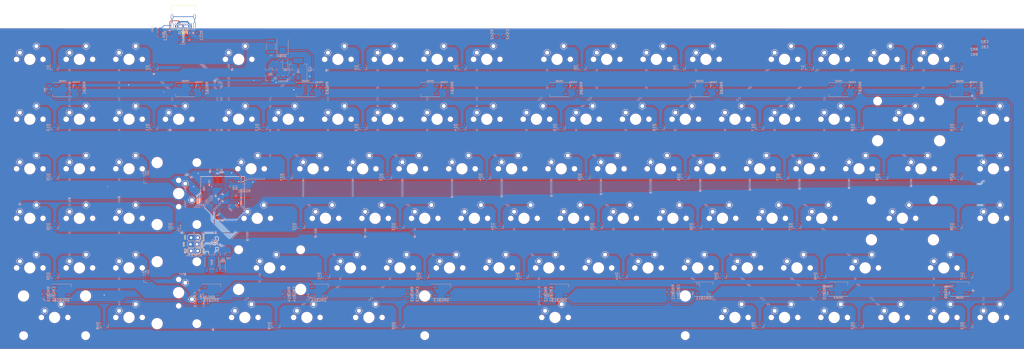
<source format=kicad_pcb>
(kicad_pcb (version 20171130) (host pcbnew "(5.1.4)-1")
  (layers (0 F.Cu signal) (31 B.Cu signal) (34 B.Paste user) (35 F.Paste user) (36 B.SilkS user) (37 F.SilkS user) (38 B.Mask user) (39 F.Mask user) (44 Edge.Cuts user))
  (net 0 "")
  (net 1 GNDD)
  (net 2 GND)
  (net 3 BOOT0)
  (net 4 NRST)
  (net 5 "Net-(CRGB1-Pad2)")
  (net 6 "Net-(CRGB2-Pad2)")
  (net 7 "Net-(CRGB3-Pad2)")
  (net 8 "Net-(CRGB4-Pad2)")
  (net 9 "Net-(CRGB5-Pad2)")
  (net 10 "Net-(CRGB6-Pad2)")
  (net 11 "Net-(CRGB7-Pad2)")
  (net 12 "Net-(CRGB8-Pad2)")
  (net 13 "Net-(CRGB9-Pad2)")
  (net 14 "Net-(CRGB10-Pad2)")
  (net 15 CASE)
  (net 16 5V)
  (net 17 "Net-(D1-Pad2)")
  (net 18 Row1)
  (net 19 "Net-(D2-Pad2)")
  (net 20 "Net-(D3-Pad2)")
  (net 21 "Net-(D4-Pad2)")
  (net 22 "Net-(D5-Pad2)")
  (net 23 "Net-(D6-Pad2)")
  (net 24 "Net-(D7-Pad2)")
  (net 25 "Net-(D8-Pad2)")
  (net 26 "Net-(D9-Pad2)")
  (net 27 "Net-(D10-Pad2)")
  (net 28 "Net-(D11-Pad2)")
  (net 29 "Net-(D12-Pad2)")
  (net 30 "Net-(D13-Pad2)")
  (net 31 "Net-(D14-Pad2)")
  (net 32 "Net-(D15-Pad2)")
  (net 33 Row2)
  (net 34 "Net-(D16-Pad2)")
  (net 35 "Net-(D17-Pad2)")
  (net 36 "Net-(D18-Pad2)")
  (net 37 "Net-(D19-Pad2)")
  (net 38 "Net-(D20-Pad2)")
  (net 39 "Net-(D21-Pad2)")
  (net 40 "Net-(D22-Pad2)")
  (net 41 "Net-(D23-Pad2)")
  (net 42 "Net-(D24-Pad2)")
  (net 43 "Net-(D25-Pad2)")
  (net 44 "Net-(D26-Pad2)")
  (net 45 "Net-(D27-Pad2)")
  (net 46 "Net-(D28-Pad2)")
  (net 47 "Net-(D29-Pad2)")
  (net 48 Row3)
  (net 49 "Net-(D30-Pad2)")
  (net 50 "Net-(D31-Pad2)")
  (net 51 "Net-(D32-Pad2)")
  (net 52 "Net-(D33-Pad2)")
  (net 53 "Net-(D34-Pad2)")
  (net 54 Row4)
  (net 55 Row5)
  (net 56 "Net-(DR1-Pad2)")
  (net 57 "Net-(DRGB1-Pad2)")
  (net 58 RGB_5V)
  (net 59 "Net-(DRGB2-Pad2)")
  (net 60 "Net-(DRGB3-Pad2)")
  (net 61 "Net-(DRGB4-Pad2)")
  (net 62 "Net-(DRGB5-Pad2)")
  (net 63 "Net-(DRGB6-Pad2)")
  (net 64 "Net-(DRGB7-Pad2)")
  (net 65 "Net-(DRGB8-Pad2)")
  (net 66 "Net-(DRGB10-Pad4)")
  (net 67 "Net-(DRGB10-Pad2)")
  (net 68 VBUS)
  (net 69 Col1)
  (net 70 Col2)
  (net 71 Col3)
  (net 72 Col4)
  (net 73 Col5)
  (net 74 Col6)
  (net 75 Col7)
  (net 76 Col8)
  (net 77 Col9)
  (net 78 Col10)
  (net 79 Col11)
  (net 80 Col12)
  (net 81 Col13)
  (net 82 Col14)
  (net 83 RGB_3V3)
  (net 84 "Net-(RCC1-Pad2)")
  (net 85 "Net-(RCC2-Pad1)")
  (net 86 D+)
  (net 87 D-)
  (net 88 SWCLK)
  (net 89 SWDIO)
  (net 90 "Net-(USB1-PadB8)")
  (net 91 "Net-(USB1-PadA8)")
  (net 92 "Net-(D1-Pad1)")
  (net 93 "Net-(D2-Pad1)")
  (net 94 "Net-(D3-Pad1)")
  (net 95 "Net-(D4-Pad1)")
  (net 96 "Net-(D5-Pad1)")
  (net 97 "Net-(D6-Pad1)")
  (net 98 "Net-(D7-Pad1)")
  (net 99 "Net-(D8-Pad1)")
  (net 100 "Net-(D9-Pad1)")
  (net 101 "Net-(D10-Pad1)")
  (net 102 "Net-(D11-Pad1)")
  (net 103 "Net-(D12-Pad1)")
  (net 104 "Net-(D13-Pad1)")
  (net 105 "Net-(D14-Pad1)")
  (net 106 "Net-(D15-Pad1)")
  (net 107 "Net-(D16-Pad1)")
  (net 108 "Net-(D17-Pad1)")
  (net 109 "Net-(D18-Pad1)")
  (net 110 "Net-(D19-Pad1)")
  (net 111 "Net-(D20-Pad1)")
  (net 112 "Net-(D21-Pad1)")
  (net 113 "Net-(D22-Pad1)")
  (net 114 "Net-(D23-Pad1)")
  (net 115 "Net-(D24-Pad1)")
  (net 116 "Net-(D25-Pad1)")
  (net 117 "Net-(D26-Pad1)")
  (net 118 "Net-(D27-Pad1)")
  (net 119 "Net-(D28-Pad1)")
  (net 120 "Net-(D29-Pad1)")
  (net 121 "Net-(D30-Pad1)")
  (net 122 "Net-(D31-Pad1)")
  (net 123 "Net-(D32-Pad1)")
  (net 124 "Net-(D33-Pad1)")
  (net 125 "Net-(D34-Pad1)")
  (net 126 "Net-(U1-Pad4)")
  (net 127 "Net-(U1-Pad1)")
  (net 128 +3V3)
  (net 129 ROTA)
  (net 130 ROTB)
  (net 131 "Net-(CRGB11-Pad2)")
  (net 132 "Net-(CRGB12-Pad2)")
  (net 133 "Net-(CRGB13-Pad2)")
  (net 134 "Net-(CRGB14-Pad2)")
  (net 135 "Net-(CRGB15-Pad2)")
  (net 136 "Net-(CRGB16-Pad2)")
  (net 137 "Net-(CSH1-Pad1)")
  (net 138 Col19)
  (net 139 "Net-(D35-Pad2)")
  (net 140 "Net-(D35-Pad1)")
  (net 141 "Net-(D36-Pad2)")
  (net 142 "Net-(D36-Pad1)")
  (net 143 "Net-(D37-Pad2)")
  (net 144 "Net-(D37-Pad1)")
  (net 145 "Net-(D38-Pad2)")
  (net 146 "Net-(D38-Pad1)")
  (net 147 "Net-(D39-Pad2)")
  (net 148 "Net-(D39-Pad1)")
  (net 149 "Net-(D40-Pad2)")
  (net 150 "Net-(D40-Pad1)")
  (net 151 "Net-(D41-Pad2)")
  (net 152 "Net-(D41-Pad1)")
  (net 153 "Net-(D42-Pad2)")
  (net 154 "Net-(D42-Pad1)")
  (net 155 "Net-(D43-Pad2)")
  (net 156 "Net-(D43-Pad1)")
  (net 157 "Net-(D44-Pad2)")
  (net 158 "Net-(D44-Pad1)")
  (net 159 "Net-(D45-Pad2)")
  (net 160 "Net-(D45-Pad1)")
  (net 161 "Net-(D46-Pad2)")
  (net 162 "Net-(D46-Pad1)")
  (net 163 "Net-(D47-Pad2)")
  (net 164 "Net-(D47-Pad1)")
  (net 165 Row6)
  (net 166 "Net-(D48-Pad2)")
  (net 167 "Net-(D48-Pad1)")
  (net 168 "Net-(D49-Pad2)")
  (net 169 "Net-(D49-Pad1)")
  (net 170 "Net-(D50-Pad2)")
  (net 171 "Net-(D50-Pad1)")
  (net 172 "Net-(D51-Pad2)")
  (net 173 "Net-(D51-Pad1)")
  (net 174 "Net-(D52-Pad2)")
  (net 175 "Net-(D52-Pad1)")
  (net 176 "Net-(D53-Pad1)")
  (net 177 "Net-(D53-Pad2)")
  (net 178 "Net-(DRGB11-Pad2)")
  (net 179 "Net-(DRGB12-Pad2)")
  (net 180 "Net-(DRGB13-Pad2)")
  (net 181 "Net-(DRGB14-Pad2)")
  (net 182 "Net-(DRGB15-Pad2)")
  (net 183 "Net-(DRGB16-Pad2)")
  (net 184 Col18)
  (net 185 Col15)
  (net 186 Col16)
  (net 187 Col17)
  (net 188 "Net-(U2-Pad31)")
  (net 189 "Net-(U2-Pad30)")
  (net 190 "Net-(U2-Pad29)")
  (net 191 "Net-(U2-Pad27)")
  (net 192 "Net-(U2-Pad26)")
  (module Capacitor_SMD:C_0805_2012Metric (layer B.Cu) (at 154.051 301.117 270)
    (fp_text reference CRGB15 (at 0 1.65 90) (layer B.SilkS) (effects (justify mirror)))
    (fp_text value 100n)
    (pad 2 smd roundrect (at 0.9375 0 270) (size 0.975 1.4) (layers B.Cu B.Paste B.Mask) (net 135 "Net-(CRGB15-Pad2)"))
    (pad 1 smd roundrect (at -0.9375 0 270) (size 0.975 1.4) (layers B.Cu B.Paste B.Mask) (net 2 GND))
  )
  (module Resistor_SMD:R_0805_2012Metric (layer B.Cu) (at 157.099 301.879 180)
    (fp_text reference RRGB15 (at 0 1.65) (layer B.SilkS) (effects (justify mirror)))
    (fp_text value 5.1R)
    (pad 2 smd roundrect (at 0.9375 0 180) (size 0.975 1.4) (layers B.Cu B.Paste B.Mask) (net 135 "Net-(CRGB15-Pad2)"))
    (pad 1 smd roundrect (at -0.9375 0 180) (size 0.975 1.4) (layers B.Cu B.Paste B.Mask) (net 16 5V))
  )
  (module MX_Only:MXOnly-1U-NoLED (layer F.Cu) (at 88.9 231.775)
    (fp_text reference MX17)
    (fp_text value numlock)
    (pad 2 thru_hole circle (at 2.54 -5.08) (size 2.25 2.25) (drill 1.47) (layers *.Cu B.Mask) (net 101 "Net-(D10-Pad1)"))
    (pad "" np_thru_hole circle (at 0 0) (size 3.9878 3.9878) (drill 3.9878) (layers *.Cu *.Mask))
    (pad 1 thru_hole circle (at -3.81 -2.54) (size 2.25 2.25) (drill 1.47) (layers *.Cu B.Mask) (net 69 Col1))
    (pad "" np_thru_hole circle (at -5.08 0 48.0996) (size 1.75 1.75) (drill 1.75) (layers *.Cu *.Mask))
    (pad "" np_thru_hole circle (at 5.08 0 48.0996) (size 1.75 1.75) (drill 1.75) (layers *.Cu *.Mask))
  )
  (module Package_TO_SOT_SMD:SOT-223-3_TabPin2 (layer B.Cu) (at 191.897 212.471 90)
    (fp_text reference U3 (at 0 4.5 90) (layer B.SilkS) (effects (justify mirror)))
    (fp_text value AMS1117-5.0)
    (pad 1 smd rect (at -3.15 2.3 90) (size 2 1.5) (layers B.Cu B.Paste B.Mask) (net 2 GND))
    (pad 3 smd rect (at -3.15 -2.3 90) (size 2 1.5) (layers B.Cu B.Paste B.Mask) (net 16 5V))
    (pad 2 smd rect (at -3.15 0 90) (size 2 1.5) (layers B.Cu B.Paste B.Mask) (net 128 +3V3))
    (pad 2 smd rect (at 3.15 0 90) (size 2 3.8) (layers B.Cu B.Paste B.Mask) (net 128 +3V3))
  )
  (module Capacitor_SMD:C_0402_1005Metric (layer B.Cu) (at 161.925 269.113 45)
    (fp_text reference CB7 (at 0 -0.8255 45) (layer B.SilkS) (effects (font (size 0.6 0.6) (thickness 0.11)) (justify mirror)))
    (fp_text value 10n)
    (pad 2 smd roundrect (at 0.485 0 45) (size 0.59 0.64) (layers B.Cu B.Paste B.Mask) (net 1 GNDD))
    (pad 1 smd roundrect (at -0.485 0 45) (size 0.59 0.64) (layers B.Cu B.Paste B.Mask) (net 128 +3V3))
  )
  (module Capacitor_SMD:C_0402_1005Metric (layer B.Cu) (at 156.9212 256.64795 90)
    (fp_text reference CB10 (at 0.5207 0.8763 90) (layer B.SilkS) (effects (font (size 0.6 0.6) (thickness 0.11)) (justify mirror)))
    (fp_text value 4.7uF)
    (pad 2 smd roundrect (at 0.485 0 90) (size 0.59 0.64) (layers B.Cu B.Paste B.Mask) (net 1 GNDD))
    (pad 1 smd roundrect (at -0.485 0 90) (size 0.59 0.64) (layers B.Cu B.Paste B.Mask) (net 128 +3V3))
  )
  (module Capacitor_SMD:C_0402_1005Metric (layer B.Cu) (at 155.9052 256.64795 90)
    (fp_text reference CB6 (at -1.778 -0.127 90) (layer B.SilkS) (effects (font (size 0.6 0.6) (thickness 0.11)) (justify mirror)))
    (fp_text value 100n)
    (pad 2 smd roundrect (at 0.485 0 90) (size 0.59 0.64) (layers B.Cu B.Paste B.Mask) (net 1 GNDD))
    (pad 1 smd roundrect (at -0.485 0 90) (size 0.59 0.64) (layers B.Cu B.Paste B.Mask) (net 128 +3V3))
  )
  (module MX_Only:MXOnly-2U-ReversedStabilizers-NoLED (layer F.Cu) (at 98.425 307.975)
    (fp_text reference MX89)
    (fp_text value 0)
    (pad 2 thru_hole circle (at 2.54 -5.08) (size 2.25 2.25) (drill 1.47) (layers *.Cu B.Mask) (net 167 "Net-(D48-Pad1)"))
    (pad "" np_thru_hole circle (at 0 0) (size 3.9878 3.9878) (drill 3.9878) (layers *.Cu *.Mask))
    (pad 1 thru_hole circle (at -3.81 -2.54) (size 2.25 2.25) (drill 1.47) (layers *.Cu B.Mask) (net 69 Col1))
    (pad "" np_thru_hole circle (at -5.08 0 48.0996) (size 1.75 1.75) (drill 1.75) (layers *.Cu *.Mask))
    (pad "" np_thru_hole circle (at 5.08 0 48.0996) (size 1.75 1.75) (drill 1.75) (layers *.Cu *.Mask))
    (pad "" np_thru_hole circle (at -11.90625 6.985) (size 3.048 3.048) (drill 3.048) (layers *.Cu *.Mask))
    (pad "" np_thru_hole circle (at 11.90625 6.985) (size 3.048 3.048) (drill 3.048) (layers *.Cu *.Mask))
    (pad "" np_thru_hole circle (at -11.90625 -8.255) (size 3.9878 3.9878) (drill 3.9878) (layers *.Cu *.Mask))
    (pad "" np_thru_hole circle (at 11.90625 -8.255) (size 3.9878 3.9878) (drill 3.9878) (layers *.Cu *.Mask))
  )
  (module MX_Only:MXOnly-1U-NoLED (layer F.Cu) (at 458.7875 307.975)
    (fp_text reference MX100)
    (fp_text value Right)
    (pad 2 thru_hole circle (at 2.54 -5.08) (size 2.25 2.25) (drill 1.47) (layers *.Cu B.Mask) (net 177 "Net-(D53-Pad2)"))
    (pad "" np_thru_hole circle (at 0 0) (size 3.9878 3.9878) (drill 3.9878) (layers *.Cu *.Mask))
    (pad 1 thru_hole circle (at -3.81 -2.54) (size 2.25 2.25) (drill 1.47) (layers *.Cu B.Mask) (net 138 Col19))
    (pad "" np_thru_hole circle (at -5.08 0 48.0996) (size 1.75 1.75) (drill 1.75) (layers *.Cu *.Mask))
    (pad "" np_thru_hole circle (at 5.08 0 48.0996) (size 1.75 1.75) (drill 1.75) (layers *.Cu *.Mask))
  )
  (module MX_Only:MXOnly-1U-NoLED (layer F.Cu) (at 439.7375 307.975)
    (fp_text reference MX99)
    (fp_text value Down)
    (pad 2 thru_hole circle (at 2.54 -5.08) (size 2.25 2.25) (drill 1.47) (layers *.Cu B.Mask) (net 176 "Net-(D53-Pad1)"))
    (pad "" np_thru_hole circle (at 0 0) (size 3.9878 3.9878) (drill 3.9878) (layers *.Cu *.Mask))
    (pad 1 thru_hole circle (at -3.81 -2.54) (size 2.25 2.25) (drill 1.47) (layers *.Cu B.Mask) (net 184 Col18))
    (pad "" np_thru_hole circle (at -5.08 0 48.0996) (size 1.75 1.75) (drill 1.75) (layers *.Cu *.Mask))
    (pad "" np_thru_hole circle (at 5.08 0 48.0996) (size 1.75 1.75) (drill 1.75) (layers *.Cu *.Mask))
  )
  (module MX_Only:MXOnly-1U-NoLED (layer F.Cu) (at 420.6875 307.975)
    (fp_text reference MX98)
    (fp_text value Left)
    (pad 2 thru_hole circle (at 2.54 -5.08) (size 2.25 2.25) (drill 1.47) (layers *.Cu B.Mask) (net 174 "Net-(D52-Pad2)"))
    (pad "" np_thru_hole circle (at 0 0) (size 3.9878 3.9878) (drill 3.9878) (layers *.Cu *.Mask))
    (pad 1 thru_hole circle (at -3.81 -2.54) (size 2.25 2.25) (drill 1.47) (layers *.Cu B.Mask) (net 186 Col16))
    (pad "" np_thru_hole circle (at -5.08 0 48.0996) (size 1.75 1.75) (drill 1.75) (layers *.Cu *.Mask))
    (pad "" np_thru_hole circle (at 5.08 0 48.0996) (size 1.75 1.75) (drill 1.75) (layers *.Cu *.Mask))
  )
  (module MX_Only:MXOnly-1U-NoLED (layer F.Cu) (at 397.66875 307.975)
    (fp_text reference MX97)
    (fp_text value RControl)
    (pad 2 thru_hole circle (at 2.54 -5.08) (size 2.25 2.25) (drill 1.47) (layers *.Cu B.Mask) (net 175 "Net-(D52-Pad1)"))
    (pad "" np_thru_hole circle (at 0 0) (size 3.9878 3.9878) (drill 3.9878) (layers *.Cu *.Mask))
    (pad 1 thru_hole circle (at -3.81 -2.54) (size 2.25 2.25) (drill 1.47) (layers *.Cu B.Mask) (net 185 Col15))
    (pad "" np_thru_hole circle (at -5.08 0 48.0996) (size 1.75 1.75) (drill 1.75) (layers *.Cu *.Mask))
    (pad "" np_thru_hole circle (at 5.08 0 48.0996) (size 1.75 1.75) (drill 1.75) (layers *.Cu *.Mask))
  )
  (module MX_Only:MXOnly-1U-NoLED (layer F.Cu) (at 378.61875 307.975)
    (fp_text reference MX96)
    (fp_text value RWin)
    (pad 2 thru_hole circle (at 2.54 -5.08) (size 2.25 2.25) (drill 1.47) (layers *.Cu B.Mask) (net 172 "Net-(D51-Pad2)"))
    (pad "" np_thru_hole circle (at 0 0) (size 3.9878 3.9878) (drill 3.9878) (layers *.Cu *.Mask))
    (pad 1 thru_hole circle (at -3.81 -2.54) (size 2.25 2.25) (drill 1.47) (layers *.Cu B.Mask) (net 82 Col14))
    (pad "" np_thru_hole circle (at -5.08 0 48.0996) (size 1.75 1.75) (drill 1.75) (layers *.Cu *.Mask))
    (pad "" np_thru_hole circle (at 5.08 0 48.0996) (size 1.75 1.75) (drill 1.75) (layers *.Cu *.Mask))
  )
  (module MX_Only:MXOnly-1U-NoLED (layer F.Cu) (at 359.56875 307.975)
    (fp_text reference MX95)
    (fp_text value RAlt)
    (pad 2 thru_hole circle (at 2.54 -5.08) (size 2.25 2.25) (drill 1.47) (layers *.Cu B.Mask) (net 173 "Net-(D51-Pad1)"))
    (pad "" np_thru_hole circle (at 0 0) (size 3.9878 3.9878) (drill 3.9878) (layers *.Cu *.Mask))
    (pad 1 thru_hole circle (at -3.81 -2.54) (size 2.25 2.25) (drill 1.47) (layers *.Cu B.Mask) (net 81 Col13))
    (pad "" np_thru_hole circle (at -5.08 0 48.0996) (size 1.75 1.75) (drill 1.75) (layers *.Cu *.Mask))
    (pad "" np_thru_hole circle (at 5.08 0 48.0996) (size 1.75 1.75) (drill 1.75) (layers *.Cu *.Mask))
  )
  (module MX_Only:MXOnly-6.25U-ReversedStabilizers-NoLED (layer F.Cu) (at 290.5125 307.975)
    (fp_text reference MX94)
    (fp_text value Space)
    (pad 2 thru_hole circle (at 2.54 -5.08) (size 2.25 2.25) (drill 1.47) (layers *.Cu B.Mask) (net 170 "Net-(D50-Pad2)"))
    (pad "" np_thru_hole circle (at 0 0) (size 3.9878 3.9878) (drill 3.9878) (layers *.Cu *.Mask))
    (pad 1 thru_hole circle (at -3.81 -2.54) (size 2.25 2.25) (drill 1.47) (layers *.Cu B.Mask) (net 78 Col10))
    (pad "" np_thru_hole circle (at -5.08 0 48.0996) (size 1.75 1.75) (drill 1.75) (layers *.Cu *.Mask))
    (pad "" np_thru_hole circle (at 5.08 0 48.0996) (size 1.75 1.75) (drill 1.75) (layers *.Cu *.Mask))
    (pad "" np_thru_hole circle (at -49.9999 6.985) (size 3.048 3.048) (drill 3.048) (layers *.Cu *.Mask))
    (pad "" np_thru_hole circle (at 49.9999 6.985) (size 3.048 3.048) (drill 3.048) (layers *.Cu *.Mask))
    (pad "" np_thru_hole circle (at -49.9999 -8.255) (size 3.9878 3.9878) (drill 3.9878) (layers *.Cu *.Mask))
    (pad "" np_thru_hole circle (at 49.9999 -8.255) (size 3.9878 3.9878) (drill 3.9878) (layers *.Cu *.Mask))
  )
  (module MX_Only:MXOnly-1.25U-NoLED (layer F.Cu) (at 219.075 307.975)
    (fp_text reference MX93)
    (fp_text value LAlt)
    (pad 2 thru_hole circle (at 2.54 -5.08) (size 2.25 2.25) (drill 1.47) (layers *.Cu B.Mask) (net 171 "Net-(D50-Pad1)"))
    (pad "" np_thru_hole circle (at 0 0) (size 3.9878 3.9878) (drill 3.9878) (layers *.Cu *.Mask))
    (pad 1 thru_hole circle (at -3.81 -2.54) (size 2.25 2.25) (drill 1.47) (layers *.Cu B.Mask) (net 75 Col7))
    (pad "" np_thru_hole circle (at -5.08 0 48.0996) (size 1.75 1.75) (drill 1.75) (layers *.Cu *.Mask))
    (pad "" np_thru_hole circle (at 5.08 0 48.0996) (size 1.75 1.75) (drill 1.75) (layers *.Cu *.Mask))
  )
  (module MX_Only:MXOnly-1.25U-NoLED (layer F.Cu) (at 195.2625 307.975)
    (fp_text reference MX92)
    (fp_text value LOS)
    (pad 2 thru_hole circle (at 2.54 -5.08) (size 2.25 2.25) (drill 1.47) (layers *.Cu B.Mask) (net 168 "Net-(D49-Pad2)"))
    (pad "" np_thru_hole circle (at 0 0) (size 3.9878 3.9878) (drill 3.9878) (layers *.Cu *.Mask))
    (pad 1 thru_hole circle (at -3.81 -2.54) (size 2.25 2.25) (drill 1.47) (layers *.Cu B.Mask) (net 74 Col6))
    (pad "" np_thru_hole circle (at -5.08 0 48.0996) (size 1.75 1.75) (drill 1.75) (layers *.Cu *.Mask))
    (pad "" np_thru_hole circle (at 5.08 0 48.0996) (size 1.75 1.75) (drill 1.75) (layers *.Cu *.Mask))
  )
  (module MX_Only:MXOnly-1.25U-NoLED (layer F.Cu) (at 171.45 307.975)
    (fp_text reference MX91)
    (fp_text value LControl)
    (pad 2 thru_hole circle (at 2.54 -5.08) (size 2.25 2.25) (drill 1.47) (layers *.Cu B.Mask) (net 169 "Net-(D49-Pad1)"))
    (pad "" np_thru_hole circle (at 0 0) (size 3.9878 3.9878) (drill 3.9878) (layers *.Cu *.Mask))
    (pad 1 thru_hole circle (at -3.81 -2.54) (size 2.25 2.25) (drill 1.47) (layers *.Cu B.Mask) (net 73 Col5))
    (pad "" np_thru_hole circle (at -5.08 0 48.0996) (size 1.75 1.75) (drill 1.75) (layers *.Cu *.Mask))
    (pad "" np_thru_hole circle (at 5.08 0 48.0996) (size 1.75 1.75) (drill 1.75) (layers *.Cu *.Mask))
  )
  (module MX_Only:MXOnly-1U-NoLED (layer F.Cu) (at 127 307.975)
    (fp_text reference MX90)
    (fp_text value .)
    (pad 2 thru_hole circle (at 2.54 -5.08) (size 2.25 2.25) (drill 1.47) (layers *.Cu B.Mask) (net 166 "Net-(D48-Pad2)"))
    (pad "" np_thru_hole circle (at 0 0) (size 3.9878 3.9878) (drill 3.9878) (layers *.Cu *.Mask))
    (pad 1 thru_hole circle (at -3.81 -2.54) (size 2.25 2.25) (drill 1.47) (layers *.Cu B.Mask) (net 71 Col3))
    (pad "" np_thru_hole circle (at -5.08 0 48.0996) (size 1.75 1.75) (drill 1.75) (layers *.Cu *.Mask))
    (pad "" np_thru_hole circle (at 5.08 0 48.0996) (size 1.75 1.75) (drill 1.75) (layers *.Cu *.Mask))
  )
  (module MX_Only:MXOnly-1U-NoLED (layer F.Cu) (at 439.7375 288.925)
    (fp_text reference MX88)
    (fp_text value Up)
    (pad 2 thru_hole circle (at 2.54 -5.08) (size 2.25 2.25) (drill 1.47) (layers *.Cu B.Mask) (net 164 "Net-(D47-Pad1)"))
    (pad "" np_thru_hole circle (at 0 0) (size 3.9878 3.9878) (drill 3.9878) (layers *.Cu *.Mask))
    (pad 1 thru_hole circle (at -3.81 -2.54) (size 2.25 2.25) (drill 1.47) (layers *.Cu B.Mask) (net 184 Col18))
    (pad "" np_thru_hole circle (at -5.08 0 48.0996) (size 1.75 1.75) (drill 1.75) (layers *.Cu *.Mask))
    (pad "" np_thru_hole circle (at 5.08 0 48.0996) (size 1.75 1.75) (drill 1.75) (layers *.Cu *.Mask))
  )
  (module MX_Only:MXOnly-1.75U-NoLED (layer F.Cu) (at 409.575 288.925)
    (fp_text reference MX87)
    (fp_text value RightShift)
    (pad 2 thru_hole circle (at 2.54 -5.08) (size 2.25 2.25) (drill 1.47) (layers *.Cu B.Mask) (net 161 "Net-(D46-Pad2)"))
    (pad "" np_thru_hole circle (at 0 0) (size 3.9878 3.9878) (drill 3.9878) (layers *.Cu *.Mask))
    (pad 1 thru_hole circle (at -3.81 -2.54) (size 2.25 2.25) (drill 1.47) (layers *.Cu B.Mask) (net 186 Col16))
    (pad "" np_thru_hole circle (at -5.08 0 48.0996) (size 1.75 1.75) (drill 1.75) (layers *.Cu *.Mask))
    (pad "" np_thru_hole circle (at 5.08 0 48.0996) (size 1.75 1.75) (drill 1.75) (layers *.Cu *.Mask))
  )
  (module MX_Only:MXOnly-1U-NoLED (layer F.Cu) (at 383.38125 288.925)
    (fp_text reference MX86)
    (fp_text value ?/)
    (pad 2 thru_hole circle (at 2.54 -5.08) (size 2.25 2.25) (drill 1.47) (layers *.Cu B.Mask) (net 162 "Net-(D46-Pad1)"))
    (pad "" np_thru_hole circle (at 0 0) (size 3.9878 3.9878) (drill 3.9878) (layers *.Cu *.Mask))
    (pad 1 thru_hole circle (at -3.81 -2.54) (size 2.25 2.25) (drill 1.47) (layers *.Cu B.Mask) (net 185 Col15))
    (pad "" np_thru_hole circle (at -5.08 0 48.0996) (size 1.75 1.75) (drill 1.75) (layers *.Cu *.Mask))
    (pad "" np_thru_hole circle (at 5.08 0 48.0996) (size 1.75 1.75) (drill 1.75) (layers *.Cu *.Mask))
  )
  (module MX_Only:MXOnly-1U-NoLED (layer F.Cu) (at 364.33125 288.925)
    (fp_text reference MX85)
    (fp_text value .>)
    (pad 2 thru_hole circle (at 2.54 -5.08) (size 2.25 2.25) (drill 1.47) (layers *.Cu B.Mask) (net 159 "Net-(D45-Pad2)"))
    (pad "" np_thru_hole circle (at 0 0) (size 3.9878 3.9878) (drill 3.9878) (layers *.Cu *.Mask))
    (pad 1 thru_hole circle (at -3.81 -2.54) (size 2.25 2.25) (drill 1.47) (layers *.Cu B.Mask) (net 82 Col14))
    (pad "" np_thru_hole circle (at -5.08 0 48.0996) (size 1.75 1.75) (drill 1.75) (layers *.Cu *.Mask))
    (pad "" np_thru_hole circle (at 5.08 0 48.0996) (size 1.75 1.75) (drill 1.75) (layers *.Cu *.Mask))
  )
  (module MX_Only:MXOnly-1U-NoLED (layer F.Cu) (at 345.28125 288.925)
    (fp_text reference MX84)
    (fp_text value ,<)
    (pad 2 thru_hole circle (at 2.54 -5.08) (size 2.25 2.25) (drill 1.47) (layers *.Cu B.Mask) (net 160 "Net-(D45-Pad1)"))
    (pad "" np_thru_hole circle (at 0 0) (size 3.9878 3.9878) (drill 3.9878) (layers *.Cu *.Mask))
    (pad 1 thru_hole circle (at -3.81 -2.54) (size 2.25 2.25) (drill 1.47) (layers *.Cu B.Mask) (net 81 Col13))
    (pad "" np_thru_hole circle (at -5.08 0 48.0996) (size 1.75 1.75) (drill 1.75) (layers *.Cu *.Mask))
    (pad "" np_thru_hole circle (at 5.08 0 48.0996) (size 1.75 1.75) (drill 1.75) (layers *.Cu *.Mask))
  )
  (module MX_Only:MXOnly-1U-NoLED (layer F.Cu) (at 326.23125 288.925)
    (fp_text reference MX83)
    (fp_text value M)
    (pad 2 thru_hole circle (at 2.54 -5.08) (size 2.25 2.25) (drill 1.47) (layers *.Cu B.Mask) (net 157 "Net-(D44-Pad2)"))
    (pad "" np_thru_hole circle (at 0 0) (size 3.9878 3.9878) (drill 3.9878) (layers *.Cu *.Mask))
    (pad 1 thru_hole circle (at -3.81 -2.54) (size 2.25 2.25) (drill 1.47) (layers *.Cu B.Mask) (net 80 Col12))
    (pad "" np_thru_hole circle (at -5.08 0 48.0996) (size 1.75 1.75) (drill 1.75) (layers *.Cu *.Mask))
    (pad "" np_thru_hole circle (at 5.08 0 48.0996) (size 1.75 1.75) (drill 1.75) (layers *.Cu *.Mask))
  )
  (module MX_Only:MXOnly-1U-NoLED (layer F.Cu) (at 307.18125 288.925)
    (fp_text reference MX82)
    (fp_text value N)
    (pad 2 thru_hole circle (at 2.54 -5.08) (size 2.25 2.25) (drill 1.47) (layers *.Cu B.Mask) (net 158 "Net-(D44-Pad1)"))
    (pad "" np_thru_hole circle (at 0 0) (size 3.9878 3.9878) (drill 3.9878) (layers *.Cu *.Mask))
    (pad 1 thru_hole circle (at -3.81 -2.54) (size 2.25 2.25) (drill 1.47) (layers *.Cu B.Mask) (net 79 Col11))
    (pad "" np_thru_hole circle (at -5.08 0 48.0996) (size 1.75 1.75) (drill 1.75) (layers *.Cu *.Mask))
    (pad "" np_thru_hole circle (at 5.08 0 48.0996) (size 1.75 1.75) (drill 1.75) (layers *.Cu *.Mask))
  )
  (module MX_Only:MXOnly-1U-NoLED (layer F.Cu) (at 288.13125 288.925)
    (fp_text reference MX81)
    (fp_text value B)
    (pad 2 thru_hole circle (at 2.54 -5.08) (size 2.25 2.25) (drill 1.47) (layers *.Cu B.Mask) (net 155 "Net-(D43-Pad2)"))
    (pad "" np_thru_hole circle (at 0 0) (size 3.9878 3.9878) (drill 3.9878) (layers *.Cu *.Mask))
    (pad 1 thru_hole circle (at -3.81 -2.54) (size 2.25 2.25) (drill 1.47) (layers *.Cu B.Mask) (net 78 Col10))
    (pad "" np_thru_hole circle (at -5.08 0 48.0996) (size 1.75 1.75) (drill 1.75) (layers *.Cu *.Mask))
    (pad "" np_thru_hole circle (at 5.08 0 48.0996) (size 1.75 1.75) (drill 1.75) (layers *.Cu *.Mask))
  )
  (module MX_Only:MXOnly-1U-NoLED (layer F.Cu) (at 269.08125 288.925)
    (fp_text reference MX80)
    (fp_text value V)
    (pad 2 thru_hole circle (at 2.54 -5.08) (size 2.25 2.25) (drill 1.47) (layers *.Cu B.Mask) (net 156 "Net-(D43-Pad1)"))
    (pad "" np_thru_hole circle (at 0 0) (size 3.9878 3.9878) (drill 3.9878) (layers *.Cu *.Mask))
    (pad 1 thru_hole circle (at -3.81 -2.54) (size 2.25 2.25) (drill 1.47) (layers *.Cu B.Mask) (net 77 Col9))
    (pad "" np_thru_hole circle (at -5.08 0 48.0996) (size 1.75 1.75) (drill 1.75) (layers *.Cu *.Mask))
    (pad "" np_thru_hole circle (at 5.08 0 48.0996) (size 1.75 1.75) (drill 1.75) (layers *.Cu *.Mask))
  )
  (module MX_Only:MXOnly-1U-NoLED (layer F.Cu) (at 250.03125 288.925)
    (fp_text reference MX79)
    (fp_text value C)
    (pad 2 thru_hole circle (at 2.54 -5.08) (size 2.25 2.25) (drill 1.47) (layers *.Cu B.Mask) (net 153 "Net-(D42-Pad2)"))
    (pad "" np_thru_hole circle (at 0 0) (size 3.9878 3.9878) (drill 3.9878) (layers *.Cu *.Mask))
    (pad 1 thru_hole circle (at -3.81 -2.54) (size 2.25 2.25) (drill 1.47) (layers *.Cu B.Mask) (net 76 Col8))
    (pad "" np_thru_hole circle (at -5.08 0 48.0996) (size 1.75 1.75) (drill 1.75) (layers *.Cu *.Mask))
    (pad "" np_thru_hole circle (at 5.08 0 48.0996) (size 1.75 1.75) (drill 1.75) (layers *.Cu *.Mask))
  )
  (module MX_Only:MXOnly-1U-NoLED (layer F.Cu) (at 230.98125 288.925)
    (fp_text reference MX78)
    (fp_text value X)
    (pad 2 thru_hole circle (at 2.54 -5.08) (size 2.25 2.25) (drill 1.47) (layers *.Cu B.Mask) (net 154 "Net-(D42-Pad1)"))
    (pad "" np_thru_hole circle (at 0 0) (size 3.9878 3.9878) (drill 3.9878) (layers *.Cu *.Mask))
    (pad 1 thru_hole circle (at -3.81 -2.54) (size 2.25 2.25) (drill 1.47) (layers *.Cu B.Mask) (net 75 Col7))
    (pad "" np_thru_hole circle (at -5.08 0 48.0996) (size 1.75 1.75) (drill 1.75) (layers *.Cu *.Mask))
    (pad "" np_thru_hole circle (at 5.08 0 48.0996) (size 1.75 1.75) (drill 1.75) (layers *.Cu *.Mask))
  )
  (module MX_Only:MXOnly-1U-NoLED (layer F.Cu) (at 211.93125 288.925)
    (fp_text reference MX77)
    (fp_text value Z)
    (pad 2 thru_hole circle (at 2.54 -5.08) (size 2.25 2.25) (drill 1.47) (layers *.Cu B.Mask) (net 151 "Net-(D41-Pad2)"))
    (pad "" np_thru_hole circle (at 0 0) (size 3.9878 3.9878) (drill 3.9878) (layers *.Cu *.Mask))
    (pad 1 thru_hole circle (at -3.81 -2.54) (size 2.25 2.25) (drill 1.47) (layers *.Cu B.Mask) (net 74 Col6))
    (pad "" np_thru_hole circle (at -5.08 0 48.0996) (size 1.75 1.75) (drill 1.75) (layers *.Cu *.Mask))
    (pad "" np_thru_hole circle (at 5.08 0 48.0996) (size 1.75 1.75) (drill 1.75) (layers *.Cu *.Mask))
  )
  (module MX_Only:MXOnly-2.25U-NoLED (layer F.Cu) (at 180.975 288.925)
    (fp_text reference MX76)
    (fp_text value LShift)
    (pad 2 thru_hole circle (at 2.54 -5.08) (size 2.25 2.25) (drill 1.47) (layers *.Cu B.Mask) (net 152 "Net-(D41-Pad1)"))
    (pad "" np_thru_hole circle (at 0 0) (size 3.9878 3.9878) (drill 3.9878) (layers *.Cu *.Mask))
    (pad 1 thru_hole circle (at -3.81 -2.54) (size 2.25 2.25) (drill 1.47) (layers *.Cu B.Mask) (net 73 Col5))
    (pad "" np_thru_hole circle (at -5.08 0 48.0996) (size 1.75 1.75) (drill 1.75) (layers *.Cu *.Mask))
    (pad "" np_thru_hole circle (at 5.08 0 48.0996) (size 1.75 1.75) (drill 1.75) (layers *.Cu *.Mask))
    (pad "" np_thru_hole circle (at -11.90625 -6.985) (size 3.048 3.048) (drill 3.048) (layers *.Cu *.Mask))
    (pad "" np_thru_hole circle (at 11.90625 -6.985) (size 3.048 3.048) (drill 3.048) (layers *.Cu *.Mask))
    (pad "" np_thru_hole circle (at -11.90625 8.255) (size 3.9878 3.9878) (drill 3.9878) (layers *.Cu *.Mask))
    (pad "" np_thru_hole circle (at 11.90625 8.255) (size 3.9878 3.9878) (drill 3.9878) (layers *.Cu *.Mask))
  )
  (module MX_Only:MXOnly-2U-NoLED (layer F.Cu) (at 146.05 298.45 270)
    (fp_text reference MX75)
    (fp_text value enter)
    (pad 2 thru_hole circle (at 2.54 -5.08 270) (size 2.25 2.25) (drill 1.47) (layers *.Cu B.Mask) (net 149 "Net-(D40-Pad2)"))
    (pad "" np_thru_hole circle (at 0 0 270) (size 3.9878 3.9878) (drill 3.9878) (layers *.Cu *.Mask))
    (pad 1 thru_hole circle (at -3.81 -2.54 270) (size 2.25 2.25) (drill 1.47) (layers *.Cu B.Mask) (net 72 Col4))
    (pad "" np_thru_hole circle (at -5.08 0 318.0996) (size 1.75 1.75) (drill 1.75) (layers *.Cu *.Mask))
    (pad "" np_thru_hole circle (at 5.08 0 318.0996) (size 1.75 1.75) (drill 1.75) (layers *.Cu *.Mask))
    (pad "" np_thru_hole circle (at -11.90625 -6.985 270) (size 3.048 3.048) (drill 3.048) (layers *.Cu *.Mask))
    (pad "" np_thru_hole circle (at 11.90625 -6.985 270) (size 3.048 3.048) (drill 3.048) (layers *.Cu *.Mask))
    (pad "" np_thru_hole circle (at -11.90625 8.255 270) (size 3.9878 3.9878) (drill 3.9878) (layers *.Cu *.Mask))
    (pad "" np_thru_hole circle (at 11.90625 8.255 270) (size 3.9878 3.9878) (drill 3.9878) (layers *.Cu *.Mask))
  )
  (module MX_Only:MXOnly-1U-NoLED (layer F.Cu) (at 127 288.925)
    (fp_text reference MX74)
    (fp_text value 3)
    (pad 2 thru_hole circle (at 2.54 -5.08) (size 2.25 2.25) (drill 1.47) (layers *.Cu B.Mask) (net 150 "Net-(D40-Pad1)"))
    (pad "" np_thru_hole circle (at 0 0) (size 3.9878 3.9878) (drill 3.9878) (layers *.Cu *.Mask))
    (pad 1 thru_hole circle (at -3.81 -2.54) (size 2.25 2.25) (drill 1.47) (layers *.Cu B.Mask) (net 71 Col3))
    (pad "" np_thru_hole circle (at -5.08 0 48.0996) (size 1.75 1.75) (drill 1.75) (layers *.Cu *.Mask))
    (pad "" np_thru_hole circle (at 5.08 0 48.0996) (size 1.75 1.75) (drill 1.75) (layers *.Cu *.Mask))
  )
  (module MX_Only:MXOnly-1U-NoLED (layer F.Cu) (at 107.95 288.925)
    (fp_text reference MX73)
    (fp_text value 2)
    (pad 2 thru_hole circle (at 2.54 -5.08) (size 2.25 2.25) (drill 1.47) (layers *.Cu B.Mask) (net 147 "Net-(D39-Pad2)"))
    (pad "" np_thru_hole circle (at 0 0) (size 3.9878 3.9878) (drill 3.9878) (layers *.Cu *.Mask))
    (pad 1 thru_hole circle (at -3.81 -2.54) (size 2.25 2.25) (drill 1.47) (layers *.Cu B.Mask) (net 70 Col2))
    (pad "" np_thru_hole circle (at -5.08 0 48.0996) (size 1.75 1.75) (drill 1.75) (layers *.Cu *.Mask))
    (pad "" np_thru_hole circle (at 5.08 0 48.0996) (size 1.75 1.75) (drill 1.75) (layers *.Cu *.Mask))
  )
  (module MX_Only:MXOnly-1U-NoLED (layer F.Cu) (at 88.9 288.925)
    (fp_text reference MX72)
    (fp_text value 1)
    (pad 2 thru_hole circle (at 2.54 -5.08) (size 2.25 2.25) (drill 1.47) (layers *.Cu B.Mask) (net 148 "Net-(D39-Pad1)"))
    (pad "" np_thru_hole circle (at 0 0) (size 3.9878 3.9878) (drill 3.9878) (layers *.Cu *.Mask))
    (pad 1 thru_hole circle (at -3.81 -2.54) (size 2.25 2.25) (drill 1.47) (layers *.Cu B.Mask) (net 69 Col1))
    (pad "" np_thru_hole circle (at -5.08 0 48.0996) (size 1.75 1.75) (drill 1.75) (layers *.Cu *.Mask))
    (pad "" np_thru_hole circle (at 5.08 0 48.0996) (size 1.75 1.75) (drill 1.75) (layers *.Cu *.Mask))
  )
  (module MX_Only:MXOnly-1U-NoLED (layer F.Cu) (at 458.7875 269.875)
    (fp_text reference MX71)
    (fp_text value pgdn)
    (pad 2 thru_hole circle (at 2.54 -5.08) (size 2.25 2.25) (drill 1.47) (layers *.Cu B.Mask) (net 145 "Net-(D38-Pad2)"))
    (pad "" np_thru_hole circle (at 0 0) (size 3.9878 3.9878) (drill 3.9878) (layers *.Cu *.Mask))
    (pad 1 thru_hole circle (at -3.81 -2.54) (size 2.25 2.25) (drill 1.47) (layers *.Cu B.Mask) (net 138 Col19))
    (pad "" np_thru_hole circle (at -5.08 0 48.0996) (size 1.75 1.75) (drill 1.75) (layers *.Cu *.Mask))
    (pad "" np_thru_hole circle (at 5.08 0 48.0996) (size 1.75 1.75) (drill 1.75) (layers *.Cu *.Mask))
  )
  (module MX_Only:MXOnly-2.25U-NoLED (layer F.Cu) (at 423.8625 269.875)
    (fp_text reference MX70)
    (fp_text value Enter)
    (pad 2 thru_hole circle (at 2.54 -5.08) (size 2.25 2.25) (drill 1.47) (layers *.Cu B.Mask) (net 146 "Net-(D38-Pad1)"))
    (pad "" np_thru_hole circle (at 0 0) (size 3.9878 3.9878) (drill 3.9878) (layers *.Cu *.Mask))
    (pad 1 thru_hole circle (at -3.81 -2.54) (size 2.25 2.25) (drill 1.47) (layers *.Cu B.Mask) (net 184 Col18))
    (pad "" np_thru_hole circle (at -5.08 0 48.0996) (size 1.75 1.75) (drill 1.75) (layers *.Cu *.Mask))
    (pad "" np_thru_hole circle (at 5.08 0 48.0996) (size 1.75 1.75) (drill 1.75) (layers *.Cu *.Mask))
    (pad "" np_thru_hole circle (at -11.90625 -6.985) (size 3.048 3.048) (drill 3.048) (layers *.Cu *.Mask))
    (pad "" np_thru_hole circle (at 11.90625 -6.985) (size 3.048 3.048) (drill 3.048) (layers *.Cu *.Mask))
    (pad "" np_thru_hole circle (at -11.90625 8.255) (size 3.9878 3.9878) (drill 3.9878) (layers *.Cu *.Mask))
    (pad "" np_thru_hole circle (at 11.90625 8.255) (size 3.9878 3.9878) (drill 3.9878) (layers *.Cu *.Mask))
  )
  (module MX_Only:MXOnly-1U-NoLED (layer F.Cu) (at 392.90625 269.875)
    (fp_text reference MX69)
    (fp_text value "\"'")
    (pad 2 thru_hole circle (at 2.54 -5.08) (size 2.25 2.25) (drill 1.47) (layers *.Cu B.Mask) (net 143 "Net-(D37-Pad2)"))
    (pad "" np_thru_hole circle (at 0 0) (size 3.9878 3.9878) (drill 3.9878) (layers *.Cu *.Mask))
    (pad 1 thru_hole circle (at -3.81 -2.54) (size 2.25 2.25) (drill 1.47) (layers *.Cu B.Mask) (net 186 Col16))
    (pad "" np_thru_hole circle (at -5.08 0 48.0996) (size 1.75 1.75) (drill 1.75) (layers *.Cu *.Mask))
    (pad "" np_thru_hole circle (at 5.08 0 48.0996) (size 1.75 1.75) (drill 1.75) (layers *.Cu *.Mask))
  )
  (module MX_Only:MXOnly-1U-NoLED (layer F.Cu) (at 373.85625 269.875)
    (fp_text reference MX68)
    (fp_text value :;)
    (pad 2 thru_hole circle (at 2.54 -5.08) (size 2.25 2.25) (drill 1.47) (layers *.Cu B.Mask) (net 144 "Net-(D37-Pad1)"))
    (pad "" np_thru_hole circle (at 0 0) (size 3.9878 3.9878) (drill 3.9878) (layers *.Cu *.Mask))
    (pad 1 thru_hole circle (at -3.81 -2.54) (size 2.25 2.25) (drill 1.47) (layers *.Cu B.Mask) (net 185 Col15))
    (pad "" np_thru_hole circle (at -5.08 0 48.0996) (size 1.75 1.75) (drill 1.75) (layers *.Cu *.Mask))
    (pad "" np_thru_hole circle (at 5.08 0 48.0996) (size 1.75 1.75) (drill 1.75) (layers *.Cu *.Mask))
  )
  (module MX_Only:MXOnly-1U-NoLED (layer F.Cu) (at 354.80625 269.875)
    (fp_text reference MX67)
    (fp_text value L)
    (pad 2 thru_hole circle (at 2.54 -5.08) (size 2.25 2.25) (drill 1.47) (layers *.Cu B.Mask) (net 141 "Net-(D36-Pad2)"))
    (pad "" np_thru_hole circle (at 0 0) (size 3.9878 3.9878) (drill 3.9878) (layers *.Cu *.Mask))
    (pad 1 thru_hole circle (at -3.81 -2.54) (size 2.25 2.25) (drill 1.47) (layers *.Cu B.Mask) (net 82 Col14))
    (pad "" np_thru_hole circle (at -5.08 0 48.0996) (size 1.75 1.75) (drill 1.75) (layers *.Cu *.Mask))
    (pad "" np_thru_hole circle (at 5.08 0 48.0996) (size 1.75 1.75) (drill 1.75) (layers *.Cu *.Mask))
  )
  (module MX_Only:MXOnly-1U-NoLED (layer F.Cu) (at 335.75625 269.875)
    (fp_text reference MX66)
    (fp_text value K)
    (pad 2 thru_hole circle (at 2.54 -5.08) (size 2.25 2.25) (drill 1.47) (layers *.Cu B.Mask) (net 142 "Net-(D36-Pad1)"))
    (pad "" np_thru_hole circle (at 0 0) (size 3.9878 3.9878) (drill 3.9878) (layers *.Cu *.Mask))
    (pad 1 thru_hole circle (at -3.81 -2.54) (size 2.25 2.25) (drill 1.47) (layers *.Cu B.Mask) (net 81 Col13))
    (pad "" np_thru_hole circle (at -5.08 0 48.0996) (size 1.75 1.75) (drill 1.75) (layers *.Cu *.Mask))
    (pad "" np_thru_hole circle (at 5.08 0 48.0996) (size 1.75 1.75) (drill 1.75) (layers *.Cu *.Mask))
  )
  (module MX_Only:MXOnly-1U-NoLED (layer F.Cu) (at 316.70625 269.875)
    (fp_text reference MX65)
    (fp_text value J)
    (pad 2 thru_hole circle (at 2.54 -5.08) (size 2.25 2.25) (drill 1.47) (layers *.Cu B.Mask) (net 139 "Net-(D35-Pad2)"))
    (pad "" np_thru_hole circle (at 0 0) (size 3.9878 3.9878) (drill 3.9878) (layers *.Cu *.Mask))
    (pad 1 thru_hole circle (at -3.81 -2.54) (size 2.25 2.25) (drill 1.47) (layers *.Cu B.Mask) (net 80 Col12))
    (pad "" np_thru_hole circle (at -5.08 0 48.0996) (size 1.75 1.75) (drill 1.75) (layers *.Cu *.Mask))
    (pad "" np_thru_hole circle (at 5.08 0 48.0996) (size 1.75 1.75) (drill 1.75) (layers *.Cu *.Mask))
  )
  (module MX_Only:MXOnly-1U-NoLED (layer F.Cu) (at 297.65625 269.875)
    (fp_text reference MX64)
    (fp_text value H)
    (pad 2 thru_hole circle (at 2.54 -5.08) (size 2.25 2.25) (drill 1.47) (layers *.Cu B.Mask) (net 140 "Net-(D35-Pad1)"))
    (pad "" np_thru_hole circle (at 0 0) (size 3.9878 3.9878) (drill 3.9878) (layers *.Cu *.Mask))
    (pad 1 thru_hole circle (at -3.81 -2.54) (size 2.25 2.25) (drill 1.47) (layers *.Cu B.Mask) (net 79 Col11))
    (pad "" np_thru_hole circle (at -5.08 0 48.0996) (size 1.75 1.75) (drill 1.75) (layers *.Cu *.Mask))
    (pad "" np_thru_hole circle (at 5.08 0 48.0996) (size 1.75 1.75) (drill 1.75) (layers *.Cu *.Mask))
  )
  (module MX_Only:MXOnly-1U-NoLED (layer F.Cu) (at 278.60625 269.875)
    (fp_text reference MX63)
    (fp_text value G)
    (pad 2 thru_hole circle (at 2.54 -5.08) (size 2.25 2.25) (drill 1.47) (layers *.Cu B.Mask) (net 53 "Net-(D34-Pad2)"))
    (pad "" np_thru_hole circle (at 0 0) (size 3.9878 3.9878) (drill 3.9878) (layers *.Cu *.Mask))
    (pad 1 thru_hole circle (at -3.81 -2.54) (size 2.25 2.25) (drill 1.47) (layers *.Cu B.Mask) (net 78 Col10))
    (pad "" np_thru_hole circle (at -5.08 0 48.0996) (size 1.75 1.75) (drill 1.75) (layers *.Cu *.Mask))
    (pad "" np_thru_hole circle (at 5.08 0 48.0996) (size 1.75 1.75) (drill 1.75) (layers *.Cu *.Mask))
  )
  (module MX_Only:MXOnly-1U-NoLED (layer F.Cu) (at 259.55625 269.875)
    (fp_text reference MX62)
    (fp_text value F)
    (pad 2 thru_hole circle (at 2.54 -5.08) (size 2.25 2.25) (drill 1.47) (layers *.Cu B.Mask) (net 125 "Net-(D34-Pad1)"))
    (pad "" np_thru_hole circle (at 0 0) (size 3.9878 3.9878) (drill 3.9878) (layers *.Cu *.Mask))
    (pad 1 thru_hole circle (at -3.81 -2.54) (size 2.25 2.25) (drill 1.47) (layers *.Cu B.Mask) (net 77 Col9))
    (pad "" np_thru_hole circle (at -5.08 0 48.0996) (size 1.75 1.75) (drill 1.75) (layers *.Cu *.Mask))
    (pad "" np_thru_hole circle (at 5.08 0 48.0996) (size 1.75 1.75) (drill 1.75) (layers *.Cu *.Mask))
  )
  (module MX_Only:MXOnly-1U-NoLED (layer F.Cu) (at 240.50625 269.875)
    (fp_text reference MX61)
    (fp_text value D)
    (pad 2 thru_hole circle (at 2.54 -5.08) (size 2.25 2.25) (drill 1.47) (layers *.Cu B.Mask) (net 52 "Net-(D33-Pad2)"))
    (pad "" np_thru_hole circle (at 0 0) (size 3.9878 3.9878) (drill 3.9878) (layers *.Cu *.Mask))
    (pad 1 thru_hole circle (at -3.81 -2.54) (size 2.25 2.25) (drill 1.47) (layers *.Cu B.Mask) (net 76 Col8))
    (pad "" np_thru_hole circle (at -5.08 0 48.0996) (size 1.75 1.75) (drill 1.75) (layers *.Cu *.Mask))
    (pad "" np_thru_hole circle (at 5.08 0 48.0996) (size 1.75 1.75) (drill 1.75) (layers *.Cu *.Mask))
  )
  (module MX_Only:MXOnly-1U-NoLED (layer F.Cu) (at 221.45625 269.875)
    (fp_text reference MX60)
    (fp_text value S)
    (pad 2 thru_hole circle (at 2.54 -5.08) (size 2.25 2.25) (drill 1.47) (layers *.Cu B.Mask) (net 124 "Net-(D33-Pad1)"))
    (pad "" np_thru_hole circle (at 0 0) (size 3.9878 3.9878) (drill 3.9878) (layers *.Cu *.Mask))
    (pad 1 thru_hole circle (at -3.81 -2.54) (size 2.25 2.25) (drill 1.47) (layers *.Cu B.Mask) (net 75 Col7))
    (pad "" np_thru_hole circle (at -5.08 0 48.0996) (size 1.75 1.75) (drill 1.75) (layers *.Cu *.Mask))
    (pad "" np_thru_hole circle (at 5.08 0 48.0996) (size 1.75 1.75) (drill 1.75) (layers *.Cu *.Mask))
  )
  (module MX_Only:MXOnly-1U-NoLED (layer F.Cu) (at 202.40625 269.875)
    (fp_text reference MX59)
    (fp_text value A)
    (pad 2 thru_hole circle (at 2.54 -5.08) (size 2.25 2.25) (drill 1.47) (layers *.Cu B.Mask) (net 51 "Net-(D32-Pad2)"))
    (pad "" np_thru_hole circle (at 0 0) (size 3.9878 3.9878) (drill 3.9878) (layers *.Cu *.Mask))
    (pad 1 thru_hole circle (at -3.81 -2.54) (size 2.25 2.25) (drill 1.47) (layers *.Cu B.Mask) (net 74 Col6))
    (pad "" np_thru_hole circle (at -5.08 0 48.0996) (size 1.75 1.75) (drill 1.75) (layers *.Cu *.Mask))
    (pad "" np_thru_hole circle (at 5.08 0 48.0996) (size 1.75 1.75) (drill 1.75) (layers *.Cu *.Mask))
  )
  (module MX_Only:MXOnly-1.75U-NoLED (layer F.Cu) (at 176.2125 269.875)
    (fp_text reference MX58)
    (fp_text value CapsLock)
    (pad 2 thru_hole circle (at 2.54 -5.08) (size 2.25 2.25) (drill 1.47) (layers *.Cu B.Mask) (net 123 "Net-(D32-Pad1)"))
    (pad "" np_thru_hole circle (at 0 0) (size 3.9878 3.9878) (drill 3.9878) (layers *.Cu *.Mask))
    (pad 1 thru_hole circle (at -3.81 -2.54) (size 2.25 2.25) (drill 1.47) (layers *.Cu B.Mask) (net 73 Col5))
    (pad "" np_thru_hole circle (at -5.08 0 48.0996) (size 1.75 1.75) (drill 1.75) (layers *.Cu *.Mask))
    (pad "" np_thru_hole circle (at 5.08 0 48.0996) (size 1.75 1.75) (drill 1.75) (layers *.Cu *.Mask))
  )
  (module MX_Only:MXOnly-1U-NoLED (layer F.Cu) (at 127 269.875)
    (fp_text reference MX57)
    (fp_text value 6)
    (pad 2 thru_hole circle (at 2.54 -5.08) (size 2.25 2.25) (drill 1.47) (layers *.Cu B.Mask) (net 122 "Net-(D31-Pad1)"))
    (pad "" np_thru_hole circle (at 0 0) (size 3.9878 3.9878) (drill 3.9878) (layers *.Cu *.Mask))
    (pad 1 thru_hole circle (at -3.81 -2.54) (size 2.25 2.25) (drill 1.47) (layers *.Cu B.Mask) (net 71 Col3))
    (pad "" np_thru_hole circle (at -5.08 0 48.0996) (size 1.75 1.75) (drill 1.75) (layers *.Cu *.Mask))
    (pad "" np_thru_hole circle (at 5.08 0 48.0996) (size 1.75 1.75) (drill 1.75) (layers *.Cu *.Mask))
  )
  (module MX_Only:MXOnly-1U-NoLED (layer F.Cu) (at 107.95 269.875)
    (fp_text reference MX56)
    (fp_text value 5)
    (pad 2 thru_hole circle (at 2.54 -5.08) (size 2.25 2.25) (drill 1.47) (layers *.Cu B.Mask) (net 49 "Net-(D30-Pad2)"))
    (pad "" np_thru_hole circle (at 0 0) (size 3.9878 3.9878) (drill 3.9878) (layers *.Cu *.Mask))
    (pad 1 thru_hole circle (at -3.81 -2.54) (size 2.25 2.25) (drill 1.47) (layers *.Cu B.Mask) (net 70 Col2))
    (pad "" np_thru_hole circle (at -5.08 0 48.0996) (size 1.75 1.75) (drill 1.75) (layers *.Cu *.Mask))
    (pad "" np_thru_hole circle (at 5.08 0 48.0996) (size 1.75 1.75) (drill 1.75) (layers *.Cu *.Mask))
  )
  (module MX_Only:MXOnly-1U-NoLED (layer F.Cu) (at 88.9 269.875)
    (fp_text reference MX55)
    (fp_text value 4)
    (pad 2 thru_hole circle (at 2.54 -5.08) (size 2.25 2.25) (drill 1.47) (layers *.Cu B.Mask) (net 121 "Net-(D30-Pad1)"))
    (pad "" np_thru_hole circle (at 0 0) (size 3.9878 3.9878) (drill 3.9878) (layers *.Cu *.Mask))
    (pad 1 thru_hole circle (at -3.81 -2.54) (size 2.25 2.25) (drill 1.47) (layers *.Cu B.Mask) (net 69 Col1))
    (pad "" np_thru_hole circle (at -5.08 0 48.0996) (size 1.75 1.75) (drill 1.75) (layers *.Cu *.Mask))
    (pad "" np_thru_hole circle (at 5.08 0 48.0996) (size 1.75 1.75) (drill 1.75) (layers *.Cu *.Mask))
  )
  (module MX_Only:MXOnly-1U-NoLED (layer F.Cu) (at 458.7875 250.825)
    (fp_text reference MX54)
    (fp_text value pgup)
    (pad 2 thru_hole circle (at 2.54 -5.08) (size 2.25 2.25) (drill 1.47) (layers *.Cu B.Mask) (net 120 "Net-(D29-Pad1)"))
    (pad "" np_thru_hole circle (at 0 0) (size 3.9878 3.9878) (drill 3.9878) (layers *.Cu *.Mask))
    (pad 1 thru_hole circle (at -3.81 -2.54) (size 2.25 2.25) (drill 1.47) (layers *.Cu B.Mask) (net 138 Col19))
    (pad "" np_thru_hole circle (at -5.08 0 48.0996) (size 1.75 1.75) (drill 1.75) (layers *.Cu *.Mask))
    (pad "" np_thru_hole circle (at 5.08 0 48.0996) (size 1.75 1.75) (drill 1.75) (layers *.Cu *.Mask))
  )
  (module MX_Only:MXOnly-1.5U-NoLED (layer F.Cu) (at 431.00625 250.825)
    (fp_text reference MX53)
    (fp_text value \|)
    (pad 2 thru_hole circle (at 2.54 -5.08) (size 2.25 2.25) (drill 1.47) (layers *.Cu B.Mask) (net 46 "Net-(D28-Pad2)"))
    (pad "" np_thru_hole circle (at 0 0) (size 3.9878 3.9878) (drill 3.9878) (layers *.Cu *.Mask))
    (pad 1 thru_hole circle (at -3.81 -2.54) (size 2.25 2.25) (drill 1.47) (layers *.Cu B.Mask) (net 184 Col18))
    (pad "" np_thru_hole circle (at -5.08 0 48.0996) (size 1.75 1.75) (drill 1.75) (layers *.Cu *.Mask))
    (pad "" np_thru_hole circle (at 5.08 0 48.0996) (size 1.75 1.75) (drill 1.75) (layers *.Cu *.Mask))
  )
  (module MX_Only:MXOnly-1U-NoLED (layer F.Cu) (at 407.19375 250.825)
    (fp_text reference MX52)
    (fp_text value ]})
    (pad 2 thru_hole circle (at 2.54 -5.08) (size 2.25 2.25) (drill 1.47) (layers *.Cu B.Mask) (net 119 "Net-(D28-Pad1)"))
    (pad "" np_thru_hole circle (at 0 0) (size 3.9878 3.9878) (drill 3.9878) (layers *.Cu *.Mask))
    (pad 1 thru_hole circle (at -3.81 -2.54) (size 2.25 2.25) (drill 1.47) (layers *.Cu B.Mask) (net 187 Col17))
    (pad "" np_thru_hole circle (at -5.08 0 48.0996) (size 1.75 1.75) (drill 1.75) (layers *.Cu *.Mask))
    (pad "" np_thru_hole circle (at 5.08 0 48.0996) (size 1.75 1.75) (drill 1.75) (layers *.Cu *.Mask))
  )
  (module MX_Only:MXOnly-1U-NoLED (layer F.Cu) (at 388.14375 250.825)
    (fp_text reference MX51)
    (fp_text value [{)
    (pad 2 thru_hole circle (at 2.54 -5.08) (size 2.25 2.25) (drill 1.47) (layers *.Cu B.Mask) (net 45 "Net-(D27-Pad2)"))
    (pad "" np_thru_hole circle (at 0 0) (size 3.9878 3.9878) (drill 3.9878) (layers *.Cu *.Mask))
    (pad 1 thru_hole circle (at -3.81 -2.54) (size 2.25 2.25) (drill 1.47) (layers *.Cu B.Mask) (net 186 Col16))
    (pad "" np_thru_hole circle (at -5.08 0 48.0996) (size 1.75 1.75) (drill 1.75) (layers *.Cu *.Mask))
    (pad "" np_thru_hole circle (at 5.08 0 48.0996) (size 1.75 1.75) (drill 1.75) (layers *.Cu *.Mask))
  )
  (module MX_Only:MXOnly-1U-NoLED (layer F.Cu) (at 369.09375 250.825)
    (fp_text reference MX50)
    (fp_text value P)
    (pad 2 thru_hole circle (at 2.54 -5.08) (size 2.25 2.25) (drill 1.47) (layers *.Cu B.Mask) (net 118 "Net-(D27-Pad1)"))
    (pad "" np_thru_hole circle (at 0 0) (size 3.9878 3.9878) (drill 3.9878) (layers *.Cu *.Mask))
    (pad 1 thru_hole circle (at -3.81 -2.54) (size 2.25 2.25) (drill 1.47) (layers *.Cu B.Mask) (net 185 Col15))
    (pad "" np_thru_hole circle (at -5.08 0 48.0996) (size 1.75 1.75) (drill 1.75) (layers *.Cu *.Mask))
    (pad "" np_thru_hole circle (at 5.08 0 48.0996) (size 1.75 1.75) (drill 1.75) (layers *.Cu *.Mask))
  )
  (module MX_Only:MXOnly-1U-NoLED (layer F.Cu) (at 350.04375 250.825)
    (fp_text reference MX49)
    (fp_text value O)
    (pad 2 thru_hole circle (at 2.54 -5.08) (size 2.25 2.25) (drill 1.47) (layers *.Cu B.Mask) (net 44 "Net-(D26-Pad2)"))
    (pad "" np_thru_hole circle (at 0 0) (size 3.9878 3.9878) (drill 3.9878) (layers *.Cu *.Mask))
    (pad 1 thru_hole circle (at -3.81 -2.54) (size 2.25 2.25) (drill 1.47) (layers *.Cu B.Mask) (net 82 Col14))
    (pad "" np_thru_hole circle (at -5.08 0 48.0996) (size 1.75 1.75) (drill 1.75) (layers *.Cu *.Mask))
    (pad "" np_thru_hole circle (at 5.08 0 48.0996) (size 1.75 1.75) (drill 1.75) (layers *.Cu *.Mask))
  )
  (module MX_Only:MXOnly-1U-NoLED (layer F.Cu) (at 330.99375 250.825)
    (fp_text reference MX48)
    (fp_text value I)
    (pad 2 thru_hole circle (at 2.54 -5.08) (size 2.25 2.25) (drill 1.47) (layers *.Cu B.Mask) (net 117 "Net-(D26-Pad1)"))
    (pad "" np_thru_hole circle (at 0 0) (size 3.9878 3.9878) (drill 3.9878) (layers *.Cu *.Mask))
    (pad 1 thru_hole circle (at -3.81 -2.54) (size 2.25 2.25) (drill 1.47) (layers *.Cu B.Mask) (net 81 Col13))
    (pad "" np_thru_hole circle (at -5.08 0 48.0996) (size 1.75 1.75) (drill 1.75) (layers *.Cu *.Mask))
    (pad "" np_thru_hole circle (at 5.08 0 48.0996) (size 1.75 1.75) (drill 1.75) (layers *.Cu *.Mask))
  )
  (module MX_Only:MXOnly-1U-NoLED (layer F.Cu) (at 311.94375 250.825)
    (fp_text reference MX47)
    (fp_text value U)
    (pad 2 thru_hole circle (at 2.54 -5.08) (size 2.25 2.25) (drill 1.47) (layers *.Cu B.Mask) (net 43 "Net-(D25-Pad2)"))
    (pad "" np_thru_hole circle (at 0 0) (size 3.9878 3.9878) (drill 3.9878) (layers *.Cu *.Mask))
    (pad 1 thru_hole circle (at -3.81 -2.54) (size 2.25 2.25) (drill 1.47) (layers *.Cu B.Mask) (net 80 Col12))
    (pad "" np_thru_hole circle (at -5.08 0 48.0996) (size 1.75 1.75) (drill 1.75) (layers *.Cu *.Mask))
    (pad "" np_thru_hole circle (at 5.08 0 48.0996) (size 1.75 1.75) (drill 1.75) (layers *.Cu *.Mask))
  )
  (module MX_Only:MXOnly-1U-NoLED (layer F.Cu) (at 292.89375 250.825)
    (fp_text reference MX46)
    (fp_text value Y)
    (pad 2 thru_hole circle (at 2.54 -5.08) (size 2.25 2.25) (drill 1.47) (layers *.Cu B.Mask) (net 116 "Net-(D25-Pad1)"))
    (pad "" np_thru_hole circle (at 0 0) (size 3.9878 3.9878) (drill 3.9878) (layers *.Cu *.Mask))
    (pad 1 thru_hole circle (at -3.81 -2.54) (size 2.25 2.25) (drill 1.47) (layers *.Cu B.Mask) (net 79 Col11))
    (pad "" np_thru_hole circle (at -5.08 0 48.0996) (size 1.75 1.75) (drill 1.75) (layers *.Cu *.Mask))
    (pad "" np_thru_hole circle (at 5.08 0 48.0996) (size 1.75 1.75) (drill 1.75) (layers *.Cu *.Mask))
  )
  (module MX_Only:MXOnly-1U-NoLED (layer F.Cu) (at 273.84375 250.825)
    (fp_text reference MX45)
    (fp_text value T)
    (pad 2 thru_hole circle (at 2.54 -5.08) (size 2.25 2.25) (drill 1.47) (layers *.Cu B.Mask) (net 42 "Net-(D24-Pad2)"))
    (pad "" np_thru_hole circle (at 0 0) (size 3.9878 3.9878) (drill 3.9878) (layers *.Cu *.Mask))
    (pad 1 thru_hole circle (at -3.81 -2.54) (size 2.25 2.25) (drill 1.47) (layers *.Cu B.Mask) (net 78 Col10))
    (pad "" np_thru_hole circle (at -5.08 0 48.0996) (size 1.75 1.75) (drill 1.75) (layers *.Cu *.Mask))
    (pad "" np_thru_hole circle (at 5.08 0 48.0996) (size 1.75 1.75) (drill 1.75) (layers *.Cu *.Mask))
  )
  (module MX_Only:MXOnly-1U-NoLED (layer F.Cu) (at 254.79375 250.825)
    (fp_text reference MX44)
    (fp_text value R)
    (pad 2 thru_hole circle (at 2.54 -5.08) (size 2.25 2.25) (drill 1.47) (layers *.Cu B.Mask) (net 115 "Net-(D24-Pad1)"))
    (pad "" np_thru_hole circle (at 0 0) (size 3.9878 3.9878) (drill 3.9878) (layers *.Cu *.Mask))
    (pad 1 thru_hole circle (at -3.81 -2.54) (size 2.25 2.25) (drill 1.47) (layers *.Cu B.Mask) (net 77 Col9))
    (pad "" np_thru_hole circle (at -5.08 0 48.0996) (size 1.75 1.75) (drill 1.75) (layers *.Cu *.Mask))
    (pad "" np_thru_hole circle (at 5.08 0 48.0996) (size 1.75 1.75) (drill 1.75) (layers *.Cu *.Mask))
  )
  (module MX_Only:MXOnly-1U-NoLED (layer F.Cu) (at 235.74375 250.825)
    (fp_text reference MX43)
    (fp_text value E)
    (pad 2 thru_hole circle (at 2.54 -5.08) (size 2.25 2.25) (drill 1.47) (layers *.Cu B.Mask) (net 41 "Net-(D23-Pad2)"))
    (pad "" np_thru_hole circle (at 0 0) (size 3.9878 3.9878) (drill 3.9878) (layers *.Cu *.Mask))
    (pad 1 thru_hole circle (at -3.81 -2.54) (size 2.25 2.25) (drill 1.47) (layers *.Cu B.Mask) (net 76 Col8))
    (pad "" np_thru_hole circle (at -5.08 0 48.0996) (size 1.75 1.75) (drill 1.75) (layers *.Cu *.Mask))
    (pad "" np_thru_hole circle (at 5.08 0 48.0996) (size 1.75 1.75) (drill 1.75) (layers *.Cu *.Mask))
  )
  (module MX_Only:MXOnly-1U-NoLED (layer F.Cu) (at 216.69375 250.825)
    (fp_text reference MX42)
    (fp_text value W)
    (pad 2 thru_hole circle (at 2.54 -5.08) (size 2.25 2.25) (drill 1.47) (layers *.Cu B.Mask) (net 114 "Net-(D23-Pad1)"))
    (pad "" np_thru_hole circle (at 0 0) (size 3.9878 3.9878) (drill 3.9878) (layers *.Cu *.Mask))
    (pad 1 thru_hole circle (at -3.81 -2.54) (size 2.25 2.25) (drill 1.47) (layers *.Cu B.Mask) (net 75 Col7))
    (pad "" np_thru_hole circle (at -5.08 0 48.0996) (size 1.75 1.75) (drill 1.75) (layers *.Cu *.Mask))
    (pad "" np_thru_hole circle (at 5.08 0 48.0996) (size 1.75 1.75) (drill 1.75) (layers *.Cu *.Mask))
  )
  (module MX_Only:MXOnly-1U-NoLED (layer F.Cu) (at 197.64375 250.825)
    (fp_text reference MX41)
    (fp_text value Q)
    (pad 2 thru_hole circle (at 2.54 -5.08) (size 2.25 2.25) (drill 1.47) (layers *.Cu B.Mask) (net 40 "Net-(D22-Pad2)"))
    (pad "" np_thru_hole circle (at 0 0) (size 3.9878 3.9878) (drill 3.9878) (layers *.Cu *.Mask))
    (pad 1 thru_hole circle (at -3.81 -2.54) (size 2.25 2.25) (drill 1.47) (layers *.Cu B.Mask) (net 74 Col6))
    (pad "" np_thru_hole circle (at -5.08 0 48.0996) (size 1.75 1.75) (drill 1.75) (layers *.Cu *.Mask))
    (pad "" np_thru_hole circle (at 5.08 0 48.0996) (size 1.75 1.75) (drill 1.75) (layers *.Cu *.Mask))
  )
  (module MX_Only:MXOnly-1.5U-NoLED (layer F.Cu) (at 173.83125 250.825)
    (fp_text reference MX40)
    (fp_text value Tab)
    (pad 2 thru_hole circle (at 2.54 -5.08) (size 2.25 2.25) (drill 1.47) (layers *.Cu B.Mask) (net 113 "Net-(D22-Pad1)"))
    (pad "" np_thru_hole circle (at 0 0) (size 3.9878 3.9878) (drill 3.9878) (layers *.Cu *.Mask))
    (pad 1 thru_hole circle (at -3.81 -2.54) (size 2.25 2.25) (drill 1.47) (layers *.Cu B.Mask) (net 73 Col5))
    (pad "" np_thru_hole circle (at -5.08 0 48.0996) (size 1.75 1.75) (drill 1.75) (layers *.Cu *.Mask))
    (pad "" np_thru_hole circle (at 5.08 0 48.0996) (size 1.75 1.75) (drill 1.75) (layers *.Cu *.Mask))
  )
  (module MX_Only:MXOnly-2U-NoLED (layer F.Cu) (at 146.05 260.35 270)
    (fp_text reference MX39)
    (fp_text value plus)
    (pad 2 thru_hole circle (at 2.54 -5.08 270) (size 2.25 2.25) (drill 1.47) (layers *.Cu B.Mask) (net 39 "Net-(D21-Pad2)"))
    (pad "" np_thru_hole circle (at 0 0 270) (size 3.9878 3.9878) (drill 3.9878) (layers *.Cu *.Mask))
    (pad 1 thru_hole circle (at -3.81 -2.54 270) (size 2.25 2.25) (drill 1.47) (layers *.Cu B.Mask) (net 72 Col4))
    (pad "" np_thru_hole circle (at -5.08 0 318.0996) (size 1.75 1.75) (drill 1.75) (layers *.Cu *.Mask))
    (pad "" np_thru_hole circle (at 5.08 0 318.0996) (size 1.75 1.75) (drill 1.75) (layers *.Cu *.Mask))
    (pad "" np_thru_hole circle (at -11.90625 -6.985 270) (size 3.048 3.048) (drill 3.048) (layers *.Cu *.Mask))
    (pad "" np_thru_hole circle (at 11.90625 -6.985 270) (size 3.048 3.048) (drill 3.048) (layers *.Cu *.Mask))
    (pad "" np_thru_hole circle (at -11.90625 8.255 270) (size 3.9878 3.9878) (drill 3.9878) (layers *.Cu *.Mask))
    (pad "" np_thru_hole circle (at 11.90625 8.255 270) (size 3.9878 3.9878) (drill 3.9878) (layers *.Cu *.Mask))
  )
  (module MX_Only:MXOnly-1U-NoLED (layer F.Cu) (at 127 250.825)
    (fp_text reference MX38)
    (fp_text value 9)
    (pad 2 thru_hole circle (at 2.54 -5.08) (size 2.25 2.25) (drill 1.47) (layers *.Cu B.Mask) (net 112 "Net-(D21-Pad1)"))
    (pad "" np_thru_hole circle (at 0 0) (size 3.9878 3.9878) (drill 3.9878) (layers *.Cu *.Mask))
    (pad 1 thru_hole circle (at -3.81 -2.54) (size 2.25 2.25) (drill 1.47) (layers *.Cu B.Mask) (net 71 Col3))
    (pad "" np_thru_hole circle (at -5.08 0 48.0996) (size 1.75 1.75) (drill 1.75) (layers *.Cu *.Mask))
    (pad "" np_thru_hole circle (at 5.08 0 48.0996) (size 1.75 1.75) (drill 1.75) (layers *.Cu *.Mask))
  )
  (module MX_Only:MXOnly-1U-NoLED (layer F.Cu) (at 107.95 250.825)
    (fp_text reference MX37)
    (fp_text value 8)
    (pad 2 thru_hole circle (at 2.54 -5.08) (size 2.25 2.25) (drill 1.47) (layers *.Cu B.Mask) (net 38 "Net-(D20-Pad2)"))
    (pad "" np_thru_hole circle (at 0 0) (size 3.9878 3.9878) (drill 3.9878) (layers *.Cu *.Mask))
    (pad 1 thru_hole circle (at -3.81 -2.54) (size 2.25 2.25) (drill 1.47) (layers *.Cu B.Mask) (net 70 Col2))
    (pad "" np_thru_hole circle (at -5.08 0 48.0996) (size 1.75 1.75) (drill 1.75) (layers *.Cu *.Mask))
    (pad "" np_thru_hole circle (at 5.08 0 48.0996) (size 1.75 1.75) (drill 1.75) (layers *.Cu *.Mask))
  )
  (module MX_Only:MXOnly-1U-NoLED (layer F.Cu) (at 88.9 250.825)
    (fp_text reference MX36)
    (fp_text value 7)
    (pad 2 thru_hole circle (at 2.54 -5.08) (size 2.25 2.25) (drill 1.47) (layers *.Cu B.Mask) (net 111 "Net-(D20-Pad1)"))
    (pad "" np_thru_hole circle (at 0 0) (size 3.9878 3.9878) (drill 3.9878) (layers *.Cu *.Mask))
    (pad 1 thru_hole circle (at -3.81 -2.54) (size 2.25 2.25) (drill 1.47) (layers *.Cu B.Mask) (net 69 Col1))
    (pad "" np_thru_hole circle (at -5.08 0 48.0996) (size 1.75 1.75) (drill 1.75) (layers *.Cu *.Mask))
    (pad "" np_thru_hole circle (at 5.08 0 48.0996) (size 1.75 1.75) (drill 1.75) (layers *.Cu *.Mask))
  )
  (module MX_Only:MXOnly-1U-NoLED (layer F.Cu) (at 458.7875 231.775)
    (fp_text reference MX35)
    (fp_text value del)
    (pad 2 thru_hole circle (at 2.54 -5.08) (size 2.25 2.25) (drill 1.47) (layers *.Cu B.Mask) (net 110 "Net-(D19-Pad1)"))
    (pad "" np_thru_hole circle (at 0 0) (size 3.9878 3.9878) (drill 3.9878) (layers *.Cu *.Mask))
    (pad 1 thru_hole circle (at -3.81 -2.54) (size 2.25 2.25) (drill 1.47) (layers *.Cu B.Mask) (net 138 Col19))
    (pad "" np_thru_hole circle (at -5.08 0 48.0996) (size 1.75 1.75) (drill 1.75) (layers *.Cu *.Mask))
    (pad "" np_thru_hole circle (at 5.08 0 48.0996) (size 1.75 1.75) (drill 1.75) (layers *.Cu *.Mask))
  )
  (module MX_Only:MXOnly-2U-NoLED (layer F.Cu) (at 426.24375 231.775)
    (fp_text reference MX34)
    (fp_text value Backspace)
    (pad 2 thru_hole circle (at 2.54 -5.08) (size 2.25 2.25) (drill 1.47) (layers *.Cu B.Mask) (net 36 "Net-(D18-Pad2)"))
    (pad "" np_thru_hole circle (at 0 0) (size 3.9878 3.9878) (drill 3.9878) (layers *.Cu *.Mask))
    (pad 1 thru_hole circle (at -3.81 -2.54) (size 2.25 2.25) (drill 1.47) (layers *.Cu B.Mask) (net 184 Col18))
    (pad "" np_thru_hole circle (at -5.08 0 48.0996) (size 1.75 1.75) (drill 1.75) (layers *.Cu *.Mask))
    (pad "" np_thru_hole circle (at 5.08 0 48.0996) (size 1.75 1.75) (drill 1.75) (layers *.Cu *.Mask))
    (pad "" np_thru_hole circle (at -11.90625 -6.985) (size 3.048 3.048) (drill 3.048) (layers *.Cu *.Mask))
    (pad "" np_thru_hole circle (at 11.90625 -6.985) (size 3.048 3.048) (drill 3.048) (layers *.Cu *.Mask))
    (pad "" np_thru_hole circle (at -11.90625 8.255) (size 3.9878 3.9878) (drill 3.9878) (layers *.Cu *.Mask))
    (pad "" np_thru_hole circle (at 11.90625 8.255) (size 3.9878 3.9878) (drill 3.9878) (layers *.Cu *.Mask))
  )
  (module MX_Only:MXOnly-1U-NoLED (layer F.Cu) (at 397.66875 231.775)
    (fp_text reference MX33)
    (fp_text value =)
    (pad 2 thru_hole circle (at 2.54 -5.08) (size 2.25 2.25) (drill 1.47) (layers *.Cu B.Mask) (net 109 "Net-(D18-Pad1)"))
    (pad "" np_thru_hole circle (at 0 0) (size 3.9878 3.9878) (drill 3.9878) (layers *.Cu *.Mask))
    (pad 1 thru_hole circle (at -3.81 -2.54) (size 2.25 2.25) (drill 1.47) (layers *.Cu B.Mask) (net 187 Col17))
    (pad "" np_thru_hole circle (at -5.08 0 48.0996) (size 1.75 1.75) (drill 1.75) (layers *.Cu *.Mask))
    (pad "" np_thru_hole circle (at 5.08 0 48.0996) (size 1.75 1.75) (drill 1.75) (layers *.Cu *.Mask))
  )
  (module MX_Only:MXOnly-1U-NoLED (layer F.Cu) (at 378.61875 231.775)
    (fp_text reference MX32)
    (fp_text value -)
    (pad 2 thru_hole circle (at 2.54 -5.08) (size 2.25 2.25) (drill 1.47) (layers *.Cu B.Mask) (net 35 "Net-(D17-Pad2)"))
    (pad "" np_thru_hole circle (at 0 0) (size 3.9878 3.9878) (drill 3.9878) (layers *.Cu *.Mask))
    (pad 1 thru_hole circle (at -3.81 -2.54) (size 2.25 2.25) (drill 1.47) (layers *.Cu B.Mask) (net 186 Col16))
    (pad "" np_thru_hole circle (at -5.08 0 48.0996) (size 1.75 1.75) (drill 1.75) (layers *.Cu *.Mask))
    (pad "" np_thru_hole circle (at 5.08 0 48.0996) (size 1.75 1.75) (drill 1.75) (layers *.Cu *.Mask))
  )
  (module MX_Only:MXOnly-1U-NoLED (layer F.Cu) (at 359.56875 231.775)
    (fp_text reference MX31)
    (fp_text value 0)
    (pad 2 thru_hole circle (at 2.54 -5.08) (size 2.25 2.25) (drill 1.47) (layers *.Cu B.Mask) (net 108 "Net-(D17-Pad1)"))
    (pad "" np_thru_hole circle (at 0 0) (size 3.9878 3.9878) (drill 3.9878) (layers *.Cu *.Mask))
    (pad 1 thru_hole circle (at -3.81 -2.54) (size 2.25 2.25) (drill 1.47) (layers *.Cu B.Mask) (net 185 Col15))
    (pad "" np_thru_hole circle (at -5.08 0 48.0996) (size 1.75 1.75) (drill 1.75) (layers *.Cu *.Mask))
    (pad "" np_thru_hole circle (at 5.08 0 48.0996) (size 1.75 1.75) (drill 1.75) (layers *.Cu *.Mask))
  )
  (module MX_Only:MXOnly-1U-NoLED (layer F.Cu) (at 340.51875 231.775)
    (fp_text reference MX30)
    (fp_text value 9)
    (pad 2 thru_hole circle (at 2.54 -5.08) (size 2.25 2.25) (drill 1.47) (layers *.Cu B.Mask) (net 34 "Net-(D16-Pad2)"))
    (pad "" np_thru_hole circle (at 0 0) (size 3.9878 3.9878) (drill 3.9878) (layers *.Cu *.Mask))
    (pad 1 thru_hole circle (at -3.81 -2.54) (size 2.25 2.25) (drill 1.47) (layers *.Cu B.Mask) (net 82 Col14))
    (pad "" np_thru_hole circle (at -5.08 0 48.0996) (size 1.75 1.75) (drill 1.75) (layers *.Cu *.Mask))
    (pad "" np_thru_hole circle (at 5.08 0 48.0996) (size 1.75 1.75) (drill 1.75) (layers *.Cu *.Mask))
  )
  (module MX_Only:MXOnly-1U-NoLED (layer F.Cu) (at 321.46875 231.775)
    (fp_text reference MX29)
    (fp_text value 8)
    (pad 2 thru_hole circle (at 2.54 -5.08) (size 2.25 2.25) (drill 1.47) (layers *.Cu B.Mask) (net 107 "Net-(D16-Pad1)"))
    (pad "" np_thru_hole circle (at 0 0) (size 3.9878 3.9878) (drill 3.9878) (layers *.Cu *.Mask))
    (pad 1 thru_hole circle (at -3.81 -2.54) (size 2.25 2.25) (drill 1.47) (layers *.Cu B.Mask) (net 81 Col13))
    (pad "" np_thru_hole circle (at -5.08 0 48.0996) (size 1.75 1.75) (drill 1.75) (layers *.Cu *.Mask))
    (pad "" np_thru_hole circle (at 5.08 0 48.0996) (size 1.75 1.75) (drill 1.75) (layers *.Cu *.Mask))
  )
  (module MX_Only:MXOnly-1U-NoLED (layer F.Cu) (at 302.41875 231.775)
    (fp_text reference MX28)
    (fp_text value 7)
    (pad 2 thru_hole circle (at 2.54 -5.08) (size 2.25 2.25) (drill 1.47) (layers *.Cu B.Mask) (net 32 "Net-(D15-Pad2)"))
    (pad "" np_thru_hole circle (at 0 0) (size 3.9878 3.9878) (drill 3.9878) (layers *.Cu *.Mask))
    (pad 1 thru_hole circle (at -3.81 -2.54) (size 2.25 2.25) (drill 1.47) (layers *.Cu B.Mask) (net 80 Col12))
    (pad "" np_thru_hole circle (at -5.08 0 48.0996) (size 1.75 1.75) (drill 1.75) (layers *.Cu *.Mask))
    (pad "" np_thru_hole circle (at 5.08 0 48.0996) (size 1.75 1.75) (drill 1.75) (layers *.Cu *.Mask))
  )
  (module MX_Only:MXOnly-1U-NoLED (layer F.Cu) (at 283.36875 231.775)
    (fp_text reference MX27)
    (fp_text value 6)
    (pad 2 thru_hole circle (at 2.54 -5.08) (size 2.25 2.25) (drill 1.47) (layers *.Cu B.Mask) (net 106 "Net-(D15-Pad1)"))
    (pad "" np_thru_hole circle (at 0 0) (size 3.9878 3.9878) (drill 3.9878) (layers *.Cu *.Mask))
    (pad 1 thru_hole circle (at -3.81 -2.54) (size 2.25 2.25) (drill 1.47) (layers *.Cu B.Mask) (net 79 Col11))
    (pad "" np_thru_hole circle (at -5.08 0 48.0996) (size 1.75 1.75) (drill 1.75) (layers *.Cu *.Mask))
    (pad "" np_thru_hole circle (at 5.08 0 48.0996) (size 1.75 1.75) (drill 1.75) (layers *.Cu *.Mask))
  )
  (module MX_Only:MXOnly-1U-NoLED (layer F.Cu) (at 264.31875 231.775)
    (fp_text reference MX26)
    (fp_text value 5)
    (pad 2 thru_hole circle (at 2.54 -5.08) (size 2.25 2.25) (drill 1.47) (layers *.Cu B.Mask) (net 31 "Net-(D14-Pad2)"))
    (pad "" np_thru_hole circle (at 0 0) (size 3.9878 3.9878) (drill 3.9878) (layers *.Cu *.Mask))
    (pad 1 thru_hole circle (at -3.81 -2.54) (size 2.25 2.25) (drill 1.47) (layers *.Cu B.Mask) (net 78 Col10))
    (pad "" np_thru_hole circle (at -5.08 0 48.0996) (size 1.75 1.75) (drill 1.75) (layers *.Cu *.Mask))
    (pad "" np_thru_hole circle (at 5.08 0 48.0996) (size 1.75 1.75) (drill 1.75) (layers *.Cu *.Mask))
  )
  (module MX_Only:MXOnly-1U-NoLED (layer F.Cu) (at 245.26875 231.775)
    (fp_text reference MX25)
    (fp_text value 4)
    (pad 2 thru_hole circle (at 2.54 -5.08) (size 2.25 2.25) (drill 1.47) (layers *.Cu B.Mask) (net 105 "Net-(D14-Pad1)"))
    (pad "" np_thru_hole circle (at 0 0) (size 3.9878 3.9878) (drill 3.9878) (layers *.Cu *.Mask))
    (pad 1 thru_hole circle (at -3.81 -2.54) (size 2.25 2.25) (drill 1.47) (layers *.Cu B.Mask) (net 77 Col9))
    (pad "" np_thru_hole circle (at -5.08 0 48.0996) (size 1.75 1.75) (drill 1.75) (layers *.Cu *.Mask))
    (pad "" np_thru_hole circle (at 5.08 0 48.0996) (size 1.75 1.75) (drill 1.75) (layers *.Cu *.Mask))
  )
  (module MX_Only:MXOnly-1U-NoLED (layer F.Cu) (at 226.21875 231.775)
    (fp_text reference MX24)
    (fp_text value 3)
    (pad 2 thru_hole circle (at 2.54 -5.08) (size 2.25 2.25) (drill 1.47) (layers *.Cu B.Mask) (net 30 "Net-(D13-Pad2)"))
    (pad "" np_thru_hole circle (at 0 0) (size 3.9878 3.9878) (drill 3.9878) (layers *.Cu *.Mask))
    (pad 1 thru_hole circle (at -3.81 -2.54) (size 2.25 2.25) (drill 1.47) (layers *.Cu B.Mask) (net 76 Col8))
    (pad "" np_thru_hole circle (at -5.08 0 48.0996) (size 1.75 1.75) (drill 1.75) (layers *.Cu *.Mask))
    (pad "" np_thru_hole circle (at 5.08 0 48.0996) (size 1.75 1.75) (drill 1.75) (layers *.Cu *.Mask))
  )
  (module MX_Only:MXOnly-1U-NoLED (layer F.Cu) (at 207.16875 231.775)
    (fp_text reference MX23)
    (fp_text value 2)
    (pad 2 thru_hole circle (at 2.54 -5.08) (size 2.25 2.25) (drill 1.47) (layers *.Cu B.Mask) (net 104 "Net-(D13-Pad1)"))
    (pad "" np_thru_hole circle (at 0 0) (size 3.9878 3.9878) (drill 3.9878) (layers *.Cu *.Mask))
    (pad 1 thru_hole circle (at -3.81 -2.54) (size 2.25 2.25) (drill 1.47) (layers *.Cu B.Mask) (net 75 Col7))
    (pad "" np_thru_hole circle (at -5.08 0 48.0996) (size 1.75 1.75) (drill 1.75) (layers *.Cu *.Mask))
    (pad "" np_thru_hole circle (at 5.08 0 48.0996) (size 1.75 1.75) (drill 1.75) (layers *.Cu *.Mask))
  )
  (module MX_Only:MXOnly-1U-NoLED (layer F.Cu) (at 188.11875 231.775)
    (fp_text reference MX22)
    (fp_text value 1)
    (pad 2 thru_hole circle (at 2.54 -5.08) (size 2.25 2.25) (drill 1.47) (layers *.Cu B.Mask) (net 29 "Net-(D12-Pad2)"))
    (pad "" np_thru_hole circle (at 0 0) (size 3.9878 3.9878) (drill 3.9878) (layers *.Cu *.Mask))
    (pad 1 thru_hole circle (at -3.81 -2.54) (size 2.25 2.25) (drill 1.47) (layers *.Cu B.Mask) (net 74 Col6))
    (pad "" np_thru_hole circle (at -5.08 0 48.0996) (size 1.75 1.75) (drill 1.75) (layers *.Cu *.Mask))
    (pad "" np_thru_hole circle (at 5.08 0 48.0996) (size 1.75 1.75) (drill 1.75) (layers *.Cu *.Mask))
  )
  (module MX_Only:MXOnly-1U-NoLED (layer F.Cu) (at 169.06875 231.775)
    (fp_text reference MX21)
    (fp_text value tilde)
    (pad 2 thru_hole circle (at 2.54 -5.08) (size 2.25 2.25) (drill 1.47) (layers *.Cu B.Mask) (net 103 "Net-(D12-Pad1)"))
    (pad "" np_thru_hole circle (at 0 0) (size 3.9878 3.9878) (drill 3.9878) (layers *.Cu *.Mask))
    (pad 1 thru_hole circle (at -3.81 -2.54) (size 2.25 2.25) (drill 1.47) (layers *.Cu B.Mask) (net 73 Col5))
    (pad "" np_thru_hole circle (at -5.08 0 48.0996) (size 1.75 1.75) (drill 1.75) (layers *.Cu *.Mask))
    (pad "" np_thru_hole circle (at 5.08 0 48.0996) (size 1.75 1.75) (drill 1.75) (layers *.Cu *.Mask))
  )
  (module MX_Only:MXOnly-1U-NoLED (layer F.Cu) (at 146.05 231.775)
    (fp_text reference MX20)
    (fp_text value minus)
    (pad 2 thru_hole circle (at 2.54 -5.08) (size 2.25 2.25) (drill 1.47) (layers *.Cu B.Mask) (net 28 "Net-(D11-Pad2)"))
    (pad "" np_thru_hole circle (at 0 0) (size 3.9878 3.9878) (drill 3.9878) (layers *.Cu *.Mask))
    (pad 1 thru_hole circle (at -3.81 -2.54) (size 2.25 2.25) (drill 1.47) (layers *.Cu B.Mask) (net 72 Col4))
    (pad "" np_thru_hole circle (at -5.08 0 48.0996) (size 1.75 1.75) (drill 1.75) (layers *.Cu *.Mask))
    (pad "" np_thru_hole circle (at 5.08 0 48.0996) (size 1.75 1.75) (drill 1.75) (layers *.Cu *.Mask))
  )
  (module MX_Only:MXOnly-1U-NoLED (layer F.Cu) (at 127 231.775)
    (fp_text reference MX19)
    (fp_text value mult)
    (pad 2 thru_hole circle (at 2.54 -5.08) (size 2.25 2.25) (drill 1.47) (layers *.Cu B.Mask) (net 102 "Net-(D11-Pad1)"))
    (pad "" np_thru_hole circle (at 0 0) (size 3.9878 3.9878) (drill 3.9878) (layers *.Cu *.Mask))
    (pad 1 thru_hole circle (at -3.81 -2.54) (size 2.25 2.25) (drill 1.47) (layers *.Cu B.Mask) (net 71 Col3))
    (pad "" np_thru_hole circle (at -5.08 0 48.0996) (size 1.75 1.75) (drill 1.75) (layers *.Cu *.Mask))
    (pad "" np_thru_hole circle (at 5.08 0 48.0996) (size 1.75 1.75) (drill 1.75) (layers *.Cu *.Mask))
  )
  (module MX_Only:MXOnly-1U-NoLED (layer F.Cu) (at 107.95 231.775)
    (fp_text reference MX18)
    (fp_text value div)
    (pad 2 thru_hole circle (at 2.54 -5.08) (size 2.25 2.25) (drill 1.47) (layers *.Cu B.Mask) (net 27 "Net-(D10-Pad2)"))
    (pad "" np_thru_hole circle (at 0 0) (size 3.9878 3.9878) (drill 3.9878) (layers *.Cu *.Mask))
    (pad 1 thru_hole circle (at -3.81 -2.54) (size 2.25 2.25) (drill 1.47) (layers *.Cu B.Mask) (net 70 Col2))
    (pad "" np_thru_hole circle (at -5.08 0 48.0996) (size 1.75 1.75) (drill 1.75) (layers *.Cu *.Mask))
    (pad "" np_thru_hole circle (at 5.08 0 48.0996) (size 1.75 1.75) (drill 1.75) (layers *.Cu *.Mask))
  )
  (module MX_Only:MXOnly-1U-NoLED (layer F.Cu) (at 435.76875 208.75625)
    (fp_text reference MX16)
    (fp_text value F12)
    (pad 2 thru_hole circle (at 2.54 -5.08) (size 2.25 2.25) (drill 1.47) (layers *.Cu B.Mask) (net 25 "Net-(D8-Pad2)"))
    (pad "" np_thru_hole circle (at 0 0) (size 3.9878 3.9878) (drill 3.9878) (layers *.Cu *.Mask))
    (pad 1 thru_hole circle (at -3.81 -2.54) (size 2.25 2.25) (drill 1.47) (layers *.Cu B.Mask) (net 184 Col18))
    (pad "" np_thru_hole circle (at -5.08 0 48.0996) (size 1.75 1.75) (drill 1.75) (layers *.Cu *.Mask))
    (pad "" np_thru_hole circle (at 5.08 0 48.0996) (size 1.75 1.75) (drill 1.75) (layers *.Cu *.Mask))
  )
  (module MX_Only:MXOnly-1U-NoLED (layer F.Cu) (at 416.71875 208.75625)
    (fp_text reference MX15)
    (fp_text value F11)
    (pad 2 thru_hole circle (at 2.54 -5.08) (size 2.25 2.25) (drill 1.47) (layers *.Cu B.Mask) (net 99 "Net-(D8-Pad1)"))
    (pad "" np_thru_hole circle (at 0 0) (size 3.9878 3.9878) (drill 3.9878) (layers *.Cu *.Mask))
    (pad 1 thru_hole circle (at -3.81 -2.54) (size 2.25 2.25) (drill 1.47) (layers *.Cu B.Mask) (net 187 Col17))
    (pad "" np_thru_hole circle (at -5.08 0 48.0996) (size 1.75 1.75) (drill 1.75) (layers *.Cu *.Mask))
    (pad "" np_thru_hole circle (at 5.08 0 48.0996) (size 1.75 1.75) (drill 1.75) (layers *.Cu *.Mask))
  )
  (module MX_Only:MXOnly-1U-NoLED (layer F.Cu) (at 397.66875 208.75625)
    (fp_text reference MX14)
    (fp_text value F10)
    (pad 2 thru_hole circle (at 2.54 -5.08) (size 2.25 2.25) (drill 1.47) (layers *.Cu B.Mask) (net 24 "Net-(D7-Pad2)"))
    (pad "" np_thru_hole circle (at 0 0) (size 3.9878 3.9878) (drill 3.9878) (layers *.Cu *.Mask))
    (pad 1 thru_hole circle (at -3.81 -2.54) (size 2.25 2.25) (drill 1.47) (layers *.Cu B.Mask) (net 186 Col16))
    (pad "" np_thru_hole circle (at -5.08 0 48.0996) (size 1.75 1.75) (drill 1.75) (layers *.Cu *.Mask))
    (pad "" np_thru_hole circle (at 5.08 0 48.0996) (size 1.75 1.75) (drill 1.75) (layers *.Cu *.Mask))
  )
  (module MX_Only:MXOnly-1U-NoLED (layer F.Cu) (at 378.61875 208.75625)
    (fp_text reference MX13)
    (fp_text value F9)
    (pad 2 thru_hole circle (at 2.54 -5.08) (size 2.25 2.25) (drill 1.47) (layers *.Cu B.Mask) (net 98 "Net-(D7-Pad1)"))
    (pad "" np_thru_hole circle (at 0 0) (size 3.9878 3.9878) (drill 3.9878) (layers *.Cu *.Mask))
    (pad 1 thru_hole circle (at -3.81 -2.54) (size 2.25 2.25) (drill 1.47) (layers *.Cu B.Mask) (net 185 Col15))
    (pad "" np_thru_hole circle (at -5.08 0 48.0996) (size 1.75 1.75) (drill 1.75) (layers *.Cu *.Mask))
    (pad "" np_thru_hole circle (at 5.08 0 48.0996) (size 1.75 1.75) (drill 1.75) (layers *.Cu *.Mask))
  )
  (module MX_Only:MXOnly-1U-NoLED (layer F.Cu) (at 348.45625 208.75625)
    (fp_text reference MX12)
    (fp_text value F8)
    (pad 2 thru_hole circle (at 2.54 -5.08) (size 2.25 2.25) (drill 1.47) (layers *.Cu B.Mask) (net 23 "Net-(D6-Pad2)"))
    (pad "" np_thru_hole circle (at 0 0) (size 3.9878 3.9878) (drill 3.9878) (layers *.Cu *.Mask))
    (pad 1 thru_hole circle (at -3.81 -2.54) (size 2.25 2.25) (drill 1.47) (layers *.Cu B.Mask) (net 82 Col14))
    (pad "" np_thru_hole circle (at -5.08 0 48.0996) (size 1.75 1.75) (drill 1.75) (layers *.Cu *.Mask))
    (pad "" np_thru_hole circle (at 5.08 0 48.0996) (size 1.75 1.75) (drill 1.75) (layers *.Cu *.Mask))
  )
  (module MX_Only:MXOnly-1U-NoLED (layer F.Cu) (at 329.40625 208.75625)
    (fp_text reference MX11)
    (fp_text value F7)
    (pad 2 thru_hole circle (at 2.54 -5.08) (size 2.25 2.25) (drill 1.47) (layers *.Cu B.Mask) (net 97 "Net-(D6-Pad1)"))
    (pad "" np_thru_hole circle (at 0 0) (size 3.9878 3.9878) (drill 3.9878) (layers *.Cu *.Mask))
    (pad 1 thru_hole circle (at -3.81 -2.54) (size 2.25 2.25) (drill 1.47) (layers *.Cu B.Mask) (net 81 Col13))
    (pad "" np_thru_hole circle (at -5.08 0 48.0996) (size 1.75 1.75) (drill 1.75) (layers *.Cu *.Mask))
    (pad "" np_thru_hole circle (at 5.08 0 48.0996) (size 1.75 1.75) (drill 1.75) (layers *.Cu *.Mask))
  )
  (module MX_Only:MXOnly-1U-NoLED (layer F.Cu) (at 310.35625 208.75625)
    (fp_text reference MX10)
    (fp_text value F6)
    (pad 2 thru_hole circle (at 2.54 -5.08) (size 2.25 2.25) (drill 1.47) (layers *.Cu B.Mask) (net 22 "Net-(D5-Pad2)"))
    (pad "" np_thru_hole circle (at 0 0) (size 3.9878 3.9878) (drill 3.9878) (layers *.Cu *.Mask))
    (pad 1 thru_hole circle (at -3.81 -2.54) (size 2.25 2.25) (drill 1.47) (layers *.Cu B.Mask) (net 80 Col12))
    (pad "" np_thru_hole circle (at -5.08 0 48.0996) (size 1.75 1.75) (drill 1.75) (layers *.Cu *.Mask))
    (pad "" np_thru_hole circle (at 5.08 0 48.0996) (size 1.75 1.75) (drill 1.75) (layers *.Cu *.Mask))
  )
  (module MX_Only:MXOnly-1U-NoLED (layer F.Cu) (at 291.30625 208.75625)
    (fp_text reference MX9)
    (fp_text value F5)
    (pad 2 thru_hole circle (at 2.54 -5.08) (size 2.25 2.25) (drill 1.47) (layers *.Cu B.Mask) (net 96 "Net-(D5-Pad1)"))
    (pad "" np_thru_hole circle (at 0 0) (size 3.9878 3.9878) (drill 3.9878) (layers *.Cu *.Mask))
    (pad 1 thru_hole circle (at -3.81 -2.54) (size 2.25 2.25) (drill 1.47) (layers *.Cu B.Mask) (net 79 Col11))
    (pad "" np_thru_hole circle (at -5.08 0 48.0996) (size 1.75 1.75) (drill 1.75) (layers *.Cu *.Mask))
    (pad "" np_thru_hole circle (at 5.08 0 48.0996) (size 1.75 1.75) (drill 1.75) (layers *.Cu *.Mask))
  )
  (module MX_Only:MXOnly-1U-NoLED (layer F.Cu) (at 264.31875 208.75625)
    (fp_text reference MX8)
    (fp_text value F4)
    (pad 2 thru_hole circle (at 2.54 -5.08) (size 2.25 2.25) (drill 1.47) (layers *.Cu B.Mask) (net 21 "Net-(D4-Pad2)"))
    (pad "" np_thru_hole circle (at 0 0) (size 3.9878 3.9878) (drill 3.9878) (layers *.Cu *.Mask))
    (pad 1 thru_hole circle (at -3.81 -2.54) (size 2.25 2.25) (drill 1.47) (layers *.Cu B.Mask) (net 78 Col10))
    (pad "" np_thru_hole circle (at -5.08 0 48.0996) (size 1.75 1.75) (drill 1.75) (layers *.Cu *.Mask))
    (pad "" np_thru_hole circle (at 5.08 0 48.0996) (size 1.75 1.75) (drill 1.75) (layers *.Cu *.Mask))
  )
  (module MX_Only:MXOnly-1U-NoLED (layer F.Cu) (at 245.26875 208.75625)
    (fp_text reference MX7)
    (fp_text value F3)
    (pad 2 thru_hole circle (at 2.54 -5.08) (size 2.25 2.25) (drill 1.47) (layers *.Cu B.Mask) (net 95 "Net-(D4-Pad1)"))
    (pad "" np_thru_hole circle (at 0 0) (size 3.9878 3.9878) (drill 3.9878) (layers *.Cu *.Mask))
    (pad 1 thru_hole circle (at -3.81 -2.54) (size 2.25 2.25) (drill 1.47) (layers *.Cu B.Mask) (net 77 Col9))
    (pad "" np_thru_hole circle (at -5.08 0 48.0996) (size 1.75 1.75) (drill 1.75) (layers *.Cu *.Mask))
    (pad "" np_thru_hole circle (at 5.08 0 48.0996) (size 1.75 1.75) (drill 1.75) (layers *.Cu *.Mask))
  )
  (module MX_Only:MXOnly-1U-NoLED (layer F.Cu) (at 226.21875 208.75625)
    (fp_text reference MX6)
    (fp_text value F2)
    (pad 2 thru_hole circle (at 2.54 -5.08) (size 2.25 2.25) (drill 1.47) (layers *.Cu B.Mask) (net 20 "Net-(D3-Pad2)"))
    (pad "" np_thru_hole circle (at 0 0) (size 3.9878 3.9878) (drill 3.9878) (layers *.Cu *.Mask))
    (pad 1 thru_hole circle (at -3.81 -2.54) (size 2.25 2.25) (drill 1.47) (layers *.Cu B.Mask) (net 76 Col8))
    (pad "" np_thru_hole circle (at -5.08 0 48.0996) (size 1.75 1.75) (drill 1.75) (layers *.Cu *.Mask))
    (pad "" np_thru_hole circle (at 5.08 0 48.0996) (size 1.75 1.75) (drill 1.75) (layers *.Cu *.Mask))
  )
  (module MX_Only:MXOnly-1U-NoLED (layer F.Cu) (at 207.16875 208.75625)
    (fp_text reference MX5)
    (fp_text value " F1")
    (pad 2 thru_hole circle (at 2.54 -5.08) (size 2.25 2.25) (drill 1.47) (layers *.Cu B.Mask) (net 94 "Net-(D3-Pad1)"))
    (pad "" np_thru_hole circle (at 0 0) (size 3.9878 3.9878) (drill 3.9878) (layers *.Cu *.Mask))
    (pad 1 thru_hole circle (at -3.81 -2.54) (size 2.25 2.25) (drill 1.47) (layers *.Cu B.Mask) (net 75 Col7))
    (pad "" np_thru_hole circle (at -5.08 0 48.0996) (size 1.75 1.75) (drill 1.75) (layers *.Cu *.Mask))
    (pad "" np_thru_hole circle (at 5.08 0 48.0996) (size 1.75 1.75) (drill 1.75) (layers *.Cu *.Mask))
  )
  (module MX_Only:MXOnly-1U-NoLED (layer F.Cu) (at 169.06875 208.75625)
    (fp_text reference MX4)
    (fp_text value ESC)
    (pad 2 thru_hole circle (at 2.54 -5.08) (size 2.25 2.25) (drill 1.47) (layers *.Cu B.Mask) (net 19 "Net-(D2-Pad2)"))
    (pad "" np_thru_hole circle (at 0 0) (size 3.9878 3.9878) (drill 3.9878) (layers *.Cu *.Mask))
    (pad 1 thru_hole circle (at -3.81 -2.54) (size 2.25 2.25) (drill 1.47) (layers *.Cu B.Mask) (net 73 Col5))
    (pad "" np_thru_hole circle (at -5.08 0 48.0996) (size 1.75 1.75) (drill 1.75) (layers *.Cu *.Mask))
    (pad "" np_thru_hole circle (at 5.08 0 48.0996) (size 1.75 1.75) (drill 1.75) (layers *.Cu *.Mask))
  )
  (module MX_Only:MXOnly-1U-NoLED (layer F.Cu) (at 127 208.75625)
    (fp_text reference MX3)
    (fp_text value printscreen)
    (pad 2 thru_hole circle (at 2.54 -5.08) (size 2.25 2.25) (drill 1.47) (layers *.Cu B.Mask) (net 93 "Net-(D2-Pad1)"))
    (pad "" np_thru_hole circle (at 0 0) (size 3.9878 3.9878) (drill 3.9878) (layers *.Cu *.Mask))
    (pad 1 thru_hole circle (at -3.81 -2.54) (size 2.25 2.25) (drill 1.47) (layers *.Cu B.Mask) (net 71 Col3))
    (pad "" np_thru_hole circle (at -5.08 0 48.0996) (size 1.75 1.75) (drill 1.75) (layers *.Cu *.Mask))
    (pad "" np_thru_hole circle (at 5.08 0 48.0996) (size 1.75 1.75) (drill 1.75) (layers *.Cu *.Mask))
  )
  (module MX_Only:MXOnly-1U-NoLED (layer F.Cu) (at 107.95 208.75625)
    (fp_text reference MX2)
    (fp_text value yo)
    (pad 2 thru_hole circle (at 2.54 -5.08) (size 2.25 2.25) (drill 1.47) (layers *.Cu B.Mask) (net 17 "Net-(D1-Pad2)"))
    (pad "" np_thru_hole circle (at 0 0) (size 3.9878 3.9878) (drill 3.9878) (layers *.Cu *.Mask))
    (pad 1 thru_hole circle (at -3.81 -2.54) (size 2.25 2.25) (drill 1.47) (layers *.Cu B.Mask) (net 70 Col2))
    (pad "" np_thru_hole circle (at -5.08 0 48.0996) (size 1.75 1.75) (drill 1.75) (layers *.Cu *.Mask))
    (pad "" np_thru_hole circle (at 5.08 0 48.0996) (size 1.75 1.75) (drill 1.75) (layers *.Cu *.Mask))
  )
  (module MX_Only:MXOnly-1U-NoLED (layer F.Cu) (at 88.9 208.75625)
    (fp_text reference MX1)
    (fp_text value wut)
    (pad 2 thru_hole circle (at 2.54 -5.08) (size 2.25 2.25) (drill 1.47) (layers *.Cu B.Mask) (net 92 "Net-(D1-Pad1)"))
    (pad "" np_thru_hole circle (at 0 0) (size 3.9878 3.9878) (drill 3.9878) (layers *.Cu *.Mask))
    (pad 1 thru_hole circle (at -3.81 -2.54) (size 2.25 2.25) (drill 1.47) (layers *.Cu B.Mask) (net 69 Col1))
    (pad "" np_thru_hole circle (at -5.08 0 48.0996) (size 1.75 1.75) (drill 1.75) (layers *.Cu *.Mask))
    (pad "" np_thru_hole circle (at 5.08 0 48.0996) (size 1.75 1.75) (drill 1.75) (layers *.Cu *.Mask))
  )
  (module Resistor_SMD:R_0805_2012Metric (layer B.Cu) (at 94.45625 299.01525 90)
    (fp_text reference RRGB16 (at 0 1.65 90) (layer B.SilkS) (effects (justify mirror)))
    (fp_text value 5.1R)
    (pad 2 smd roundrect (at 0.9375 0 90) (size 0.975 1.4) (layers B.Cu B.Paste B.Mask) (net 136 "Net-(CRGB16-Pad2)"))
    (pad 1 smd roundrect (at -0.9375 0 90) (size 0.975 1.4) (layers B.Cu B.Paste B.Mask) (net 16 5V))
  )
  (module Resistor_SMD:R_0805_2012Metric (layer B.Cu) (at 186.78525 299.01525 90)
    (fp_text reference RRGB14 (at 0 1.65 90) (layer B.SilkS) (effects (justify mirror)))
    (fp_text value 5.1R)
    (pad 2 smd roundrect (at 0.9375 0 90) (size 0.975 1.4) (layers B.Cu B.Paste B.Mask) (net 134 "Net-(CRGB14-Pad2)"))
    (pad 1 smd roundrect (at -0.9375 0 90) (size 0.975 1.4) (layers B.Cu B.Paste B.Mask) (net 16 5V))
  )
  (module Resistor_SMD:R_0805_2012Metric (layer B.Cu) (at 234.02925 299.01525 90)
    (fp_text reference RRGB13 (at 0 1.65 90) (layer B.SilkS) (effects (justify mirror)))
    (fp_text value 5.1R)
    (pad 2 smd roundrect (at 0.9375 0 90) (size 0.975 1.4) (layers B.Cu B.Paste B.Mask) (net 133 "Net-(CRGB13-Pad2)"))
    (pad 1 smd roundrect (at -0.9375 0 90) (size 0.975 1.4) (layers B.Cu B.Paste B.Mask) (net 16 5V))
  )
  (module Resistor_SMD:R_0805_2012Metric (layer B.Cu) (at 285.369 299.01525 90)
    (fp_text reference RRGB12 (at 0 1.65 90) (layer B.SilkS) (effects (justify mirror)))
    (fp_text value 5.1R)
    (pad 2 smd roundrect (at 0.9375 0 90) (size 0.975 1.4) (layers B.Cu B.Paste B.Mask) (net 132 "Net-(CRGB12-Pad2)"))
    (pad 1 smd roundrect (at -0.9375 0 90) (size 0.975 1.4) (layers B.Cu B.Paste B.Mask) (net 16 5V))
  )
  (module Resistor_SMD:R_0805_2012Metric (layer B.Cu) (at 334.16875 298.2215 90)
    (fp_text reference RRGB11 (at 0 1.65 90) (layer B.SilkS) (effects (justify mirror)))
    (fp_text value 5.1R)
    (pad 2 smd roundrect (at 0.9375 0 90) (size 0.975 1.4) (layers B.Cu B.Paste B.Mask) (net 131 "Net-(CRGB11-Pad2)"))
    (pad 1 smd roundrect (at -0.9375 0 90) (size 0.975 1.4) (layers B.Cu B.Paste B.Mask) (net 16 5V))
  )
  (module Resistor_SMD:R_0402_1005Metric (layer B.Cu) (at 451.40375 203.779)
    (fp_text reference RR2 (at 0 1.17) (layer B.SilkS) (effects (justify mirror)))
    (fp_text value 10k)
    (pad 2 smd roundrect (at 0.485 0) (size 0.59 0.64) (layers B.Cu B.Paste B.Mask) (net 130 ROTB))
    (pad 1 smd roundrect (at -0.485 0) (size 0.59 0.64) (layers B.Cu B.Paste B.Mask) (net 128 +3V3))
  )
  (module Resistor_SMD:R_0402_1005Metric (layer B.Cu) (at 451.40375 205.769)
    (fp_text reference RR1 (at 0 1.17) (layer B.SilkS) (effects (justify mirror)))
    (fp_text value 10k)
    (pad 2 smd roundrect (at 0.485 0) (size 0.59 0.64) (layers B.Cu B.Paste B.Mask) (net 128 +3V3))
    (pad 1 smd roundrect (at -0.485 0) (size 0.59 0.64) (layers B.Cu B.Paste B.Mask) (net 129 ROTA))
  )
  (module LED_SMD:LED_WS2812B_PLCC4_5.0x5.0mm_P3.2mm (layer B.Cu) (at 101.18725 297.91025)
    (fp_text reference DRGB16 (at 0 3.5) (layer B.SilkS) (effects (justify mirror)))
    (fp_text value WS2812B)
    (fp_text user 1 (at -4.15 1.6) (layer B.SilkS) (effects (justify mirror)))
    (pad 1 smd rect (at -2.45 1.6) (size 1.5 1) (layers B.Cu B.Paste B.Mask) (net 136 "Net-(CRGB16-Pad2)"))
    (pad 2 smd rect (at -2.45 -1.6) (size 1.5 1) (layers B.Cu B.Paste B.Mask) (net 183 "Net-(DRGB16-Pad2)"))
    (pad 4 smd rect (at 2.45 1.6) (size 1.5 1) (layers B.Cu B.Paste B.Mask) (net 182 "Net-(DRGB15-Pad2)"))
    (pad 3 smd rect (at 2.45 -1.6) (size 1.5 1) (layers B.Cu B.Paste B.Mask) (net 2 GND))
  )
  (module LED_SMD:LED_WS2812B_PLCC4_5.0x5.0mm_P3.2mm (layer B.Cu) (at 158.5595 297.91025)
    (fp_text reference DRGB15 (at 0 3.5) (layer B.SilkS) (effects (justify mirror)))
    (fp_text value WS2812B)
    (fp_text user 1 (at -4.15 1.6) (layer B.SilkS) (effects (justify mirror)))
    (pad 1 smd rect (at -2.45 1.6) (size 1.5 1) (layers B.Cu B.Paste B.Mask) (net 135 "Net-(CRGB15-Pad2)"))
    (pad 2 smd rect (at -2.45 -1.6) (size 1.5 1) (layers B.Cu B.Paste B.Mask) (net 182 "Net-(DRGB15-Pad2)"))
    (pad 4 smd rect (at 2.45 1.6) (size 1.5 1) (layers B.Cu B.Paste B.Mask) (net 181 "Net-(DRGB14-Pad2)"))
    (pad 3 smd rect (at 2.45 -1.6) (size 1.5 1) (layers B.Cu B.Paste B.Mask) (net 2 GND))
  )
  (module LED_SMD:LED_WS2812B_PLCC4_5.0x5.0mm_P3.2mm (layer B.Cu) (at 199.841 297.91025)
    (fp_text reference DRGB14 (at 0 3.5) (layer B.SilkS) (effects (justify mirror)))
    (fp_text value WS2812B)
    (fp_text user 1 (at -4.15 1.6) (layer B.SilkS) (effects (justify mirror)))
    (pad 1 smd rect (at -2.45 1.6) (size 1.5 1) (layers B.Cu B.Paste B.Mask) (net 134 "Net-(CRGB14-Pad2)"))
    (pad 2 smd rect (at -2.45 -1.6) (size 1.5 1) (layers B.Cu B.Paste B.Mask) (net 181 "Net-(DRGB14-Pad2)"))
    (pad 4 smd rect (at 2.45 1.6) (size 1.5 1) (layers B.Cu B.Paste B.Mask) (net 180 "Net-(DRGB13-Pad2)"))
    (pad 3 smd rect (at 2.45 -1.6) (size 1.5 1) (layers B.Cu B.Paste B.Mask) (net 2 GND))
  )
  (module LED_SMD:LED_WS2812B_PLCC4_5.0x5.0mm_P3.2mm (layer B.Cu) (at 246.85625 297.91025)
    (fp_text reference DRGB13 (at 0 3.5) (layer B.SilkS) (effects (justify mirror)))
    (fp_text value WS2812B)
    (fp_text user 1 (at -4.15 1.6) (layer B.SilkS) (effects (justify mirror)))
    (pad 1 smd rect (at -2.45 1.6) (size 1.5 1) (layers B.Cu B.Paste B.Mask) (net 133 "Net-(CRGB13-Pad2)"))
    (pad 2 smd rect (at -2.45 -1.6) (size 1.5 1) (layers B.Cu B.Paste B.Mask) (net 180 "Net-(DRGB13-Pad2)"))
    (pad 4 smd rect (at 2.45 1.6) (size 1.5 1) (layers B.Cu B.Paste B.Mask) (net 179 "Net-(DRGB12-Pad2)"))
    (pad 3 smd rect (at 2.45 -1.6) (size 1.5 1) (layers B.Cu B.Paste B.Mask) (net 2 GND))
  )
  (module LED_SMD:LED_WS2812B_PLCC4_5.0x5.0mm_P3.2mm (layer B.Cu) (at 292.1 297.91025)
    (fp_text reference DRGB12 (at 0 3.5) (layer B.SilkS) (effects (justify mirror)))
    (fp_text value WS2812B)
    (fp_text user 1 (at -4.15 1.6) (layer B.SilkS) (effects (justify mirror)))
    (pad 1 smd rect (at -2.45 1.6) (size 1.5 1) (layers B.Cu B.Paste B.Mask) (net 132 "Net-(CRGB12-Pad2)"))
    (pad 2 smd rect (at -2.45 -1.6) (size 1.5 1) (layers B.Cu B.Paste B.Mask) (net 179 "Net-(DRGB12-Pad2)"))
    (pad 4 smd rect (at 2.45 1.6) (size 1.5 1) (layers B.Cu B.Paste B.Mask) (net 178 "Net-(DRGB11-Pad2)"))
    (pad 3 smd rect (at 2.45 -1.6) (size 1.5 1) (layers B.Cu B.Paste B.Mask) (net 2 GND))
  )
  (module LED_SMD:LED_WS2812B_PLCC4_5.0x5.0mm_P3.2mm (layer B.Cu) (at 347.50375 297.1165)
    (fp_text reference DRGB11 (at 0 3.5) (layer B.SilkS) (effects (justify mirror)))
    (fp_text value WS2812B)
    (fp_text user 1 (at -4.15 1.6) (layer B.SilkS) (effects (justify mirror)))
    (pad 1 smd rect (at -2.45 1.6) (size 1.5 1) (layers B.Cu B.Paste B.Mask) (net 131 "Net-(CRGB11-Pad2)"))
    (pad 2 smd rect (at -2.45 -1.6) (size 1.5 1) (layers B.Cu B.Paste B.Mask) (net 178 "Net-(DRGB11-Pad2)"))
    (pad 4 smd rect (at 2.45 1.6) (size 1.5 1) (layers B.Cu B.Paste B.Mask) (net 67 "Net-(DRGB10-Pad2)"))
    (pad 3 smd rect (at 2.45 -1.6) (size 1.5 1) (layers B.Cu B.Paste B.Mask) (net 2 GND))
  )
  (module Package_TO_SOT_SMD:SOT-23 (layer B.Cu) (at 117.475 311.15 270)
    (fp_text reference D48 (at 0 2.5 90) (layer B.SilkS) (effects (justify mirror)))
    (fp_text value BAV70)
    (pad 3 smd rect (at 1 0 270) (size 0.9 0.8) (layers B.Cu B.Paste B.Mask) (net 165 Row6))
    (pad 2 smd rect (at -1 -0.95 270) (size 0.9 0.8) (layers B.Cu B.Paste B.Mask) (net 166 "Net-(D48-Pad2)"))
    (pad 1 smd rect (at -1 0.95 270) (size 0.9 0.8) (layers B.Cu B.Paste B.Mask) (net 167 "Net-(D48-Pad1)"))
  )
  (module Package_TO_SOT_SMD:SOT-23 (layer B.Cu) (at 133.35 292.89375 180)
    (fp_text reference D40 (at 0 2.5) (layer B.SilkS) (effects (justify mirror)))
    (fp_text value BAV70)
    (pad 3 smd rect (at 1 0 180) (size 0.9 0.8) (layers B.Cu B.Paste B.Mask) (net 55 Row5))
    (pad 2 smd rect (at -1 -0.95 180) (size 0.9 0.8) (layers B.Cu B.Paste B.Mask) (net 149 "Net-(D40-Pad2)"))
    (pad 1 smd rect (at -1 0.95 180) (size 0.9 0.8) (layers B.Cu B.Paste B.Mask) (net 150 "Net-(D40-Pad1)"))
  )
  (module Package_TO_SOT_SMD:SOT-23 (layer B.Cu) (at 98.425 292.1 270)
    (fp_text reference D39 (at 0 2.5 90) (layer B.SilkS) (effects (justify mirror)))
    (fp_text value BAV70)
    (pad 3 smd rect (at 1 0 270) (size 0.9 0.8) (layers B.Cu B.Paste B.Mask) (net 55 Row5))
    (pad 2 smd rect (at -1 -0.95 270) (size 0.9 0.8) (layers B.Cu B.Paste B.Mask) (net 147 "Net-(D39-Pad2)"))
    (pad 1 smd rect (at -1 0.95 270) (size 0.9 0.8) (layers B.Cu B.Paste B.Mask) (net 148 "Net-(D39-Pad1)"))
  )
  (module Package_TO_SOT_SMD:SOT-23 (layer B.Cu) (at 145.25625 273.05 270)
    (fp_text reference D31 (at 0 2.5 90) (layer B.SilkS) (effects (justify mirror)))
    (fp_text value BAV70)
    (pad 3 smd rect (at 1 0 270) (size 0.9 0.8) (layers B.Cu B.Paste B.Mask) (net 54 Row4))
    (pad 2 smd rect (at -1 -0.95 270) (size 0.9 0.8) (layers B.Cu B.Paste B.Mask) (net 50 "Net-(D31-Pad2)"))
    (pad 1 smd rect (at -1 0.95 270) (size 0.9 0.8) (layers B.Cu B.Paste B.Mask) (net 122 "Net-(D31-Pad1)"))
  )
  (module Package_TO_SOT_SMD:SOT-23 (layer B.Cu) (at 98.425 273.05 270)
    (fp_text reference D30 (at 0 2.5 90) (layer B.SilkS) (effects (justify mirror)))
    (fp_text value BAV70)
    (pad 3 smd rect (at 1 0 270) (size 0.9 0.8) (layers B.Cu B.Paste B.Mask) (net 54 Row4))
    (pad 2 smd rect (at -1 -0.95 270) (size 0.9 0.8) (layers B.Cu B.Paste B.Mask) (net 49 "Net-(D30-Pad2)"))
    (pad 1 smd rect (at -1 0.95 270) (size 0.9 0.8) (layers B.Cu B.Paste B.Mask) (net 121 "Net-(D30-Pad1)"))
  )
  (module Package_TO_SOT_SMD:SOT-23 (layer B.Cu) (at 445.29375 254 270)
    (fp_text reference D29 (at 0 2.5 90) (layer B.SilkS) (effects (justify mirror)))
    (fp_text value BAV70)
    (pad 3 smd rect (at 1 0 270) (size 0.9 0.8) (layers B.Cu B.Paste B.Mask) (net 48 Row3))
    (pad 2 smd rect (at -1 -0.95 270) (size 0.9 0.8) (layers B.Cu B.Paste B.Mask) (net 47 "Net-(D29-Pad2)"))
    (pad 1 smd rect (at -1 0.95 270) (size 0.9 0.8) (layers B.Cu B.Paste B.Mask) (net 120 "Net-(D29-Pad1)"))
  )
  (module Package_TO_SOT_SMD:SOT-23 (layer B.Cu) (at 133.35 254.79375 180)
    (fp_text reference D21 (at 0 2.5) (layer B.SilkS) (effects (justify mirror)))
    (fp_text value BAV70)
    (pad 3 smd rect (at 1 0 180) (size 0.9 0.8) (layers B.Cu B.Paste B.Mask) (net 48 Row3))
    (pad 2 smd rect (at -1 -0.95 180) (size 0.9 0.8) (layers B.Cu B.Paste B.Mask) (net 39 "Net-(D21-Pad2)"))
    (pad 1 smd rect (at -1 0.95 180) (size 0.9 0.8) (layers B.Cu B.Paste B.Mask) (net 112 "Net-(D21-Pad1)"))
  )
  (module Package_TO_SOT_SMD:SOT-23 (layer B.Cu) (at 98.425 254 270)
    (fp_text reference D20 (at 0 2.5 90) (layer B.SilkS) (effects (justify mirror)))
    (fp_text value BAV70)
    (pad 3 smd rect (at 1 0 270) (size 0.9 0.8) (layers B.Cu B.Paste B.Mask) (net 48 Row3))
    (pad 2 smd rect (at -1 -0.95 270) (size 0.9 0.8) (layers B.Cu B.Paste B.Mask) (net 38 "Net-(D20-Pad2)"))
    (pad 1 smd rect (at -1 0.95 270) (size 0.9 0.8) (layers B.Cu B.Paste B.Mask) (net 111 "Net-(D20-Pad1)"))
  )
  (module Package_TO_SOT_SMD:SOT-23 (layer B.Cu) (at 445.29375 234.95 270)
    (fp_text reference D19 (at 0 2.5 90) (layer B.SilkS) (effects (justify mirror)))
    (fp_text value BAV70)
    (pad 3 smd rect (at 1 0 270) (size 0.9 0.8) (layers B.Cu B.Paste B.Mask) (net 33 Row2))
    (pad 2 smd rect (at -1 -0.95 270) (size 0.9 0.8) (layers B.Cu B.Paste B.Mask) (net 37 "Net-(D19-Pad2)"))
    (pad 1 smd rect (at -1 0.95 270) (size 0.9 0.8) (layers B.Cu B.Paste B.Mask) (net 110 "Net-(D19-Pad1)"))
  )
  (module Package_TO_SOT_SMD:SOT-23 (layer B.Cu) (at 136.525 234.95 270)
    (fp_text reference D11 (at 0 2.5 90) (layer B.SilkS) (effects (justify mirror)))
    (fp_text value BAV70)
    (pad 3 smd rect (at 1 0 270) (size 0.9 0.8) (layers B.Cu B.Paste B.Mask) (net 33 Row2))
    (pad 2 smd rect (at -1 -0.95 270) (size 0.9 0.8) (layers B.Cu B.Paste B.Mask) (net 28 "Net-(D11-Pad2)"))
    (pad 1 smd rect (at -1 0.95 270) (size 0.9 0.8) (layers B.Cu B.Paste B.Mask) (net 102 "Net-(D11-Pad1)"))
  )
  (module Package_TO_SOT_SMD:SOT-23 (layer B.Cu) (at 98.425 234.95 270)
    (fp_text reference D10 (at 0 2.5 90) (layer B.SilkS) (effects (justify mirror)))
    (fp_text value BAV70)
    (pad 3 smd rect (at 1 0 270) (size 0.9 0.8) (layers B.Cu B.Paste B.Mask) (net 33 Row2))
    (pad 2 smd rect (at -1 -0.95 270) (size 0.9 0.8) (layers B.Cu B.Paste B.Mask) (net 27 "Net-(D10-Pad2)"))
    (pad 1 smd rect (at -1 0.95 270) (size 0.9 0.8) (layers B.Cu B.Paste B.Mask) (net 101 "Net-(D10-Pad1)"))
  )
  (module Package_TO_SOT_SMD:SOT-23 (layer B.Cu) (at 445.29375 211.93125 270)
    (fp_text reference D9 (at 0 2.5 90) (layer B.SilkS) (effects (justify mirror)))
    (fp_text value BAV70)
    (pad 3 smd rect (at 1 0 270) (size 0.9 0.8) (layers B.Cu B.Paste B.Mask) (net 18 Row1))
    (pad 2 smd rect (at -1 -0.95 270) (size 0.9 0.8) (layers B.Cu B.Paste B.Mask) (net 26 "Net-(D9-Pad2)"))
    (pad 1 smd rect (at -1 0.95 270) (size 0.9 0.8) (layers B.Cu B.Paste B.Mask) (net 100 "Net-(D9-Pad1)"))
  )
  (module Package_TO_SOT_SMD:SOT-23 (layer B.Cu) (at 426.24375 211.93125 270)
    (fp_text reference D8 (at 0 2.5 90) (layer B.SilkS) (effects (justify mirror)))
    (fp_text value BAV70)
    (pad 3 smd rect (at 1 0 270) (size 0.9 0.8) (layers B.Cu B.Paste B.Mask) (net 18 Row1))
    (pad 2 smd rect (at -1 -0.95 270) (size 0.9 0.8) (layers B.Cu B.Paste B.Mask) (net 25 "Net-(D8-Pad2)"))
    (pad 1 smd rect (at -1 0.95 270) (size 0.9 0.8) (layers B.Cu B.Paste B.Mask) (net 99 "Net-(D8-Pad1)"))
  )
  (module Package_TO_SOT_SMD:SOT-23 (layer B.Cu) (at 388.14375 211.93125 270)
    (fp_text reference D7 (at 0 2.5 90) (layer B.SilkS) (effects (justify mirror)))
    (fp_text value BAV70)
    (pad 3 smd rect (at 1 0 270) (size 0.9 0.8) (layers B.Cu B.Paste B.Mask) (net 18 Row1))
    (pad 2 smd rect (at -1 -0.95 270) (size 0.9 0.8) (layers B.Cu B.Paste B.Mask) (net 24 "Net-(D7-Pad2)"))
    (pad 1 smd rect (at -1 0.95 270) (size 0.9 0.8) (layers B.Cu B.Paste B.Mask) (net 98 "Net-(D7-Pad1)"))
  )
  (module Package_TO_SOT_SMD:SOT-23 (layer B.Cu) (at 338.93125 211.93125 270)
    (fp_text reference D6 (at 0 2.5 90) (layer B.SilkS) (effects (justify mirror)))
    (fp_text value BAV70)
    (pad 3 smd rect (at 1 0 270) (size 0.9 0.8) (layers B.Cu B.Paste B.Mask) (net 18 Row1))
    (pad 2 smd rect (at -1 -0.95 270) (size 0.9 0.8) (layers B.Cu B.Paste B.Mask) (net 23 "Net-(D6-Pad2)"))
    (pad 1 smd rect (at -1 0.95 270) (size 0.9 0.8) (layers B.Cu B.Paste B.Mask) (net 97 "Net-(D6-Pad1)"))
  )
  (module Package_TO_SOT_SMD:SOT-23 (layer B.Cu) (at 300.83125 211.93125 270)
    (fp_text reference D5 (at 0 2.5 90) (layer B.SilkS) (effects (justify mirror)))
    (fp_text value BAV70)
    (pad 3 smd rect (at 1 0 270) (size 0.9 0.8) (layers B.Cu B.Paste B.Mask) (net 18 Row1))
    (pad 2 smd rect (at -1 -0.95 270) (size 0.9 0.8) (layers B.Cu B.Paste B.Mask) (net 22 "Net-(D5-Pad2)"))
    (pad 1 smd rect (at -1 0.95 270) (size 0.9 0.8) (layers B.Cu B.Paste B.Mask) (net 96 "Net-(D5-Pad1)"))
  )
  (module Package_TO_SOT_SMD:SOT-23 (layer B.Cu) (at 254.79375 211.93125 270)
    (fp_text reference D4 (at 0 2.5 90) (layer B.SilkS) (effects (justify mirror)))
    (fp_text value BAV70)
    (pad 3 smd rect (at 1 0 270) (size 0.9 0.8) (layers B.Cu B.Paste B.Mask) (net 18 Row1))
    (pad 2 smd rect (at -1 -0.95 270) (size 0.9 0.8) (layers B.Cu B.Paste B.Mask) (net 21 "Net-(D4-Pad2)"))
    (pad 1 smd rect (at -1 0.95 270) (size 0.9 0.8) (layers B.Cu B.Paste B.Mask) (net 95 "Net-(D4-Pad1)"))
  )
  (module Package_TO_SOT_SMD:SOT-23 (layer B.Cu) (at 216.69375 211.93125 270)
    (fp_text reference D3 (at 0 2.5 90) (layer B.SilkS) (effects (justify mirror)))
    (fp_text value BAV70)
    (pad 3 smd rect (at 1 0 270) (size 0.9 0.8) (layers B.Cu B.Paste B.Mask) (net 18 Row1))
    (pad 2 smd rect (at -1 -0.95 270) (size 0.9 0.8) (layers B.Cu B.Paste B.Mask) (net 20 "Net-(D3-Pad2)"))
    (pad 1 smd rect (at -1 0.95 270) (size 0.9 0.8) (layers B.Cu B.Paste B.Mask) (net 94 "Net-(D3-Pad1)"))
  )
  (module Package_TO_SOT_SMD:SOT-23 (layer B.Cu) (at 136.525 211.93125 270)
    (fp_text reference D2 (at 0 2.5 90) (layer B.SilkS) (effects (justify mirror)))
    (fp_text value BAV70)
    (pad 3 smd rect (at 1 0 270) (size 0.9 0.8) (layers B.Cu B.Paste B.Mask) (net 18 Row1))
    (pad 2 smd rect (at -1 -0.95 270) (size 0.9 0.8) (layers B.Cu B.Paste B.Mask) (net 19 "Net-(D2-Pad2)"))
    (pad 1 smd rect (at -1 0.95 270) (size 0.9 0.8) (layers B.Cu B.Paste B.Mask) (net 93 "Net-(D2-Pad1)"))
  )
  (module Package_TO_SOT_SMD:SOT-23 (layer B.Cu) (at 98.425 211.93125 270)
    (fp_text reference D1 (at 0 2.5 90) (layer B.SilkS) (effects (justify mirror)))
    (fp_text value BAV70)
    (pad 3 smd rect (at 1 0 270) (size 0.9 0.8) (layers B.Cu B.Paste B.Mask) (net 18 Row1))
    (pad 2 smd rect (at -1 -0.95 270) (size 0.9 0.8) (layers B.Cu B.Paste B.Mask) (net 17 "Net-(D1-Pad2)"))
    (pad 1 smd rect (at -1 0.95 270) (size 0.9 0.8) (layers B.Cu B.Paste B.Mask) (net 92 "Net-(D1-Pad1)"))
  )
  (module Capacitor_SMD:C_0805_2012Metric (layer B.Cu) (at 96.48825 299.01525 90)
    (fp_text reference CRGB16 (at 0 1.65 90) (layer B.SilkS) (effects (justify mirror)))
    (fp_text value 100n)
    (pad 2 smd roundrect (at 0.9375 0 90) (size 0.975 1.4) (layers B.Cu B.Paste B.Mask) (net 136 "Net-(CRGB16-Pad2)"))
    (pad 1 smd roundrect (at -0.9375 0 90) (size 0.975 1.4) (layers B.Cu B.Paste B.Mask) (net 2 GND))
  )
  (module Capacitor_SMD:C_0805_2012Metric (layer B.Cu) (at 188.81725 299.01525 90)
    (fp_text reference CRGB14 (at 0 1.65 90) (layer B.SilkS) (effects (justify mirror)))
    (fp_text value 100n)
    (pad 2 smd roundrect (at 0.9375 0 90) (size 0.975 1.4) (layers B.Cu B.Paste B.Mask) (net 134 "Net-(CRGB14-Pad2)"))
    (pad 1 smd roundrect (at -0.9375 0 90) (size 0.975 1.4) (layers B.Cu B.Paste B.Mask) (net 2 GND))
  )
  (module Capacitor_SMD:C_0805_2012Metric (layer B.Cu) (at 236.10925 299.01525 90)
    (fp_text reference CRGB13 (at 0 1.65 90) (layer B.SilkS) (effects (justify mirror)))
    (fp_text value 100n)
    (pad 2 smd roundrect (at 0.9375 0 90) (size 0.975 1.4) (layers B.Cu B.Paste B.Mask) (net 133 "Net-(CRGB13-Pad2)"))
    (pad 1 smd roundrect (at -0.9375 0 90) (size 0.975 1.4) (layers B.Cu B.Paste B.Mask) (net 2 GND))
  )
  (module Capacitor_SMD:C_0805_2012Metric (layer B.Cu) (at 287.401 299.01525 90)
    (fp_text reference CRGB12 (at 0 1.65 90) (layer B.SilkS) (effects (justify mirror)))
    (fp_text value 100n)
    (pad 2 smd roundrect (at 0.9375 0 90) (size 0.975 1.4) (layers B.Cu B.Paste B.Mask) (net 132 "Net-(CRGB12-Pad2)"))
    (pad 1 smd roundrect (at -0.9375 0 90) (size 0.975 1.4) (layers B.Cu B.Paste B.Mask) (net 2 GND))
  )
  (module Capacitor_SMD:C_0805_2012Metric (layer B.Cu) (at 336.32775 298.2215 90)
    (fp_text reference CRGB11 (at 0 1.65 90) (layer B.SilkS) (effects (justify mirror)))
    (fp_text value 100n)
    (pad 2 smd roundrect (at 0.9375 0 90) (size 0.975 1.4) (layers B.Cu B.Paste B.Mask) (net 131 "Net-(CRGB11-Pad2)"))
    (pad 1 smd roundrect (at -0.9375 0 90) (size 0.975 1.4) (layers B.Cu B.Paste B.Mask) (net 2 GND))
  )
  (module Capacitor_SMD:C_0402_1005Metric (layer B.Cu) (at 455.45375 200.829)
    (fp_text reference CB2 (at 0 1.17) (layer B.SilkS) (effects (justify mirror)))
    (fp_text value 100nF)
    (pad 2 smd roundrect (at 0.485 0) (size 0.59 0.64) (layers B.Cu B.Paste B.Mask) (net 2 GND))
    (pad 1 smd roundrect (at -0.485 0) (size 0.59 0.64) (layers B.Cu B.Paste B.Mask) (net 130 ROTB))
  )
  (module Capacitor_SMD:C_0402_1005Metric (layer B.Cu) (at 455.45375 202.819)
    (fp_text reference CB1 (at 0 1.17) (layer B.SilkS) (effects (justify mirror)))
    (fp_text value 100nF)
    (pad 2 smd roundrect (at 0.485 0) (size 0.59 0.64) (layers B.Cu B.Paste B.Mask) (net 129 ROTA))
    (pad 1 smd roundrect (at -0.485 0) (size 0.59 0.64) (layers B.Cu B.Paste B.Mask) (net 2 GND))
  )
  (module Connectors:2X3_LOCK (layer B.Cu) (at 150.6982 282.3972 90)
    (fp_text reference J1 (at 6.985 1.27 180) (layer B.SilkS) (effects (font (size 0.6096 0.6096) (thickness 0.127)) (justify mirror)))
    (fp_text value STLINK_6_Pin (at -1.778 1.27 180) (layer B.SilkS) (effects (font (size 0.6096 0.6096) (thickness 0.127)) (justify mirror)))
    (fp_text user SWCLK (at 2.54 4.318 90) (layer B.SilkS) (effects (font (size 0.6096 0.6096) (thickness 0.127)) (justify mirror)))
    (fp_text user NRST (at 0 4.826 90) (layer B.SilkS) (effects (font (size 0.6096 0.6096) (thickness 0.127)) (justify mirror)))
    (fp_text user SWDIO (at 5.207 4.826 90) (layer B.SilkS) (effects (font (size 0.6096 0.6096) (thickness 0.127)) (justify mirror)))
    (fp_text user GND (at 2.54 -2.667 90) (layer B.SilkS) (effects (font (size 0.6096 0.6096) (thickness 0.127)) (justify mirror)))
    (fp_text user GND (at 5.207 -2.159 90) (layer B.SilkS) (effects (font (size 0.6096 0.6096) (thickness 0.127)) (justify mirror)))
    (fp_text user 3.3V (at 0 -2.159 90) (layer B.SilkS) (effects (font (size 0.6096 0.6096) (thickness 0.127)) (justify mirror)))
    (pad 6 thru_hole circle (at 5.08 2.667 90) (size 1.8796 1.8796) (drill 1.016) (layers *.Cu *.Mask) (net 89 SWDIO))
    (pad 5 thru_hole circle (at 5.08 0.127 90) (size 1.8796 1.8796) (drill 1.016) (layers *.Cu *.Mask) (net 2 GND))
    (pad 4 thru_hole circle (at 2.54 2.413 90) (size 1.8796 1.8796) (drill 1.016) (layers *.Cu *.Mask) (net 88 SWCLK))
    (pad 3 thru_hole circle (at 2.54 -0.127 90) (size 1.8796 1.8796) (drill 1.016) (layers *.Cu *.Mask) (net 2 GND))
    (pad 2 thru_hole circle (at 0 2.667 90) (size 1.8796 1.8796) (drill 1.016) (layers *.Cu *.Mask) (net 4 NRST))
    (pad 1 thru_hole circle (at 0 0.127 90) (size 1.8796 1.8796) (drill 1.016) (layers *.Cu *.Mask) (net 128 +3V3))
  )
  (module Package_TO_SOT_SMD:SOT-23 (layer B.Cu) (at 180.975 216.154 270)
    (fp_text reference Q1 (at 0 -2.2225 90) (layer B.SilkS) (effects (font (size 0.6 0.6) (thickness 0.11)) (justify mirror)))
    (fp_text value BSS138)
    (pad 3 smd rect (at 1 0 270) (size 0.9 0.8) (layers B.Cu B.Paste B.Mask) (net 58 RGB_5V))
    (pad 2 smd rect (at -1 -0.95 270) (size 0.9 0.8) (layers B.Cu B.Paste B.Mask) (net 83 RGB_3V3))
    (pad 1 smd rect (at -1 0.95 270) (size 0.9 0.8) (layers B.Cu B.Paste B.Mask) (net 128 +3V3))
  )
  (module Diode_SMD:D_SMB (layer B.Cu) (at 185.928 203.2 90)
    (fp_text reference DF1 (at -4.318 0.127 180) (layer B.SilkS) (effects (justify mirror)))
    (fp_text value P6SMB6.8CA)
    (pad 2 smd rect (at 2.15 0 90) (size 2.5 2.3) (layers B.Cu B.Paste B.Mask) (net 2 GND))
    (pad 1 smd rect (at -2.15 0 90) (size 2.5 2.3) (layers B.Cu B.Paste B.Mask) (net 16 5V))
  )
  (module Package_TO_SOT_SMD:SOT-23-6 (layer B.Cu) (at 147.828 201.295)
    (fp_text reference U1 (at 2.286 0 90) (layer B.SilkS) (effects (font (size 0.6 0.6) (thickness 0.11)) (justify mirror)))
    (fp_text value SRV05-4)
    (pad 5 smd rect (at 1.1 0) (size 1.06 0.65) (layers B.Cu B.Paste B.Mask) (net 68 VBUS))
    (pad 6 smd rect (at 1.1 0.95) (size 1.06 0.65) (layers B.Cu B.Paste B.Mask) (net 86 D+))
    (pad 4 smd rect (at 1.1 -0.95) (size 1.06 0.65) (layers B.Cu B.Paste B.Mask) (net 126 "Net-(U1-Pad4)"))
    (pad 3 smd rect (at -1.1 -0.95) (size 1.06 0.65) (layers B.Cu B.Paste B.Mask) (net 87 D-))
    (pad 2 smd rect (at -1.1 0) (size 1.06 0.65) (layers B.Cu B.Paste B.Mask) (net 2 GND))
    (pad 1 smd rect (at -1.1 0.95) (size 1.06 0.65) (layers B.Cu B.Paste B.Mask) (net 127 "Net-(U1-Pad1)"))
  )
  (module Diode_SMD:D_SOD-123F (layer B.Cu) (at 186.944 210.185 90)
    (fp_text reference DS1 (at -2.7305 0 180) (layer B.SilkS) (effects (font (size 0.6 0.6) (thickness 0.11)) (justify mirror)))
    (fp_text value SM4007)
    (pad 2 smd rect (at 1.4 0 90) (size 1.1 1.1) (layers B.Cu B.Paste B.Mask) (net 128 +3V3))
    (pad 1 smd rect (at -1.4 0 90) (size 1.1 1.1) (layers B.Cu B.Paste B.Mask) (net 16 5V))
  )
  (module Resistor_SMD:R_0805_2012Metric (layer B.Cu) (at 187.198 215.0895 90)
    (fp_text reference RSI1 (at -2.0955 -0.0635) (layer B.SilkS) (effects (font (size 0.6 0.6) (thickness 0.11)) (justify mirror)))
    (fp_text value 1M)
    (pad 2 smd roundrect (at 0.9375 0 90) (size 0.975 1.4) (layers B.Cu B.Paste B.Mask) (net 2 GND))
    (pad 1 smd roundrect (at -0.9375 0 90) (size 0.975 1.4) (layers B.Cu B.Paste B.Mask) (net 16 5V))
  )
  (module Package_TO_SOT_SMD:SOT-23 (layer B.Cu) (at 449.2625 311.15 270)
    (fp_text reference D53 (at 0 2.5 90) (layer B.SilkS) (effects (justify mirror)))
    (fp_text value BAV70)
    (pad 1 smd rect (at -1 0.95 270) (size 0.9 0.8) (layers B.Cu B.Paste B.Mask) (net 176 "Net-(D53-Pad1)"))
    (pad 2 smd rect (at -1 -0.95 270) (size 0.9 0.8) (layers B.Cu B.Paste B.Mask) (net 177 "Net-(D53-Pad2)"))
    (pad 3 smd rect (at 1 0 270) (size 0.9 0.8) (layers B.Cu B.Paste B.Mask) (net 165 Row6))
  )
  (module Package_TO_SOT_SMD:SOT-23 (layer B.Cu) (at 407.19375 311.15 270)
    (fp_text reference D52 (at 0 2.5 90) (layer B.SilkS) (effects (justify mirror)))
    (fp_text value BAV70)
    (pad 3 smd rect (at 1 0 270) (size 0.9 0.8) (layers B.Cu B.Paste B.Mask) (net 165 Row6))
    (pad 2 smd rect (at -1 -0.95 270) (size 0.9 0.8) (layers B.Cu B.Paste B.Mask) (net 174 "Net-(D52-Pad2)"))
    (pad 1 smd rect (at -1 0.95 270) (size 0.9 0.8) (layers B.Cu B.Paste B.Mask) (net 175 "Net-(D52-Pad1)"))
  )
  (module Package_TO_SOT_SMD:SOT-23 (layer B.Cu) (at 369.09375 311.15 270)
    (fp_text reference D51 (at 0 2.5 90) (layer B.SilkS) (effects (justify mirror)))
    (fp_text value BAV70)
    (pad 3 smd rect (at 1 0 270) (size 0.9 0.8) (layers B.Cu B.Paste B.Mask) (net 165 Row6))
    (pad 2 smd rect (at -1 -0.95 270) (size 0.9 0.8) (layers B.Cu B.Paste B.Mask) (net 172 "Net-(D51-Pad2)"))
    (pad 1 smd rect (at -1 0.95 270) (size 0.9 0.8) (layers B.Cu B.Paste B.Mask) (net 173 "Net-(D51-Pad1)"))
  )
  (module Package_TO_SOT_SMD:SOT-23 (layer B.Cu) (at 230.98125 311.15 270)
    (fp_text reference D50 (at 0 2.5 90) (layer B.SilkS) (effects (justify mirror)))
    (fp_text value BAV70)
    (pad 3 smd rect (at 1 0 270) (size 0.9 0.8) (layers B.Cu B.Paste B.Mask) (net 165 Row6))
    (pad 2 smd rect (at -1 -0.95 270) (size 0.9 0.8) (layers B.Cu B.Paste B.Mask) (net 170 "Net-(D50-Pad2)"))
    (pad 1 smd rect (at -1 0.95 270) (size 0.9 0.8) (layers B.Cu B.Paste B.Mask) (net 171 "Net-(D50-Pad1)"))
  )
  (module Package_TO_SOT_SMD:SOT-23 (layer B.Cu) (at 183.35625 311.15 270)
    (fp_text reference D49 (at 0 2.5 90) (layer B.SilkS) (effects (justify mirror)))
    (fp_text value BAV70)
    (pad 3 smd rect (at 1 0 270) (size 0.9 0.8) (layers B.Cu B.Paste B.Mask) (net 165 Row6))
    (pad 2 smd rect (at -1 -0.95 270) (size 0.9 0.8) (layers B.Cu B.Paste B.Mask) (net 168 "Net-(D49-Pad2)"))
    (pad 1 smd rect (at -1 0.95 270) (size 0.9 0.8) (layers B.Cu B.Paste B.Mask) (net 169 "Net-(D49-Pad1)"))
  )
  (module Package_TO_SOT_SMD:SOT-23 (layer B.Cu) (at 449.2625 292.1 270)
    (fp_text reference D47 (at 0 2.5 90) (layer B.SilkS) (effects (justify mirror)))
    (fp_text value BAV70)
    (pad 3 smd rect (at 1 0 270) (size 0.9 0.8) (layers B.Cu B.Paste B.Mask) (net 55 Row5))
    (pad 2 smd rect (at -1 -0.95 270) (size 0.9 0.8) (layers B.Cu B.Paste B.Mask) (net 163 "Net-(D47-Pad2)"))
    (pad 1 smd rect (at -1 0.95 270) (size 0.9 0.8) (layers B.Cu B.Paste B.Mask) (net 164 "Net-(D47-Pad1)"))
  )
  (module Package_TO_SOT_SMD:SOT-23 (layer B.Cu) (at 392.90625 292.1 270)
    (fp_text reference D46 (at 0 2.5 90) (layer B.SilkS) (effects (justify mirror)))
    (fp_text value BAV70)
    (pad 3 smd rect (at 1 0 270) (size 0.9 0.8) (layers B.Cu B.Paste B.Mask) (net 55 Row5))
    (pad 2 smd rect (at -1 -0.95 270) (size 0.9 0.8) (layers B.Cu B.Paste B.Mask) (net 161 "Net-(D46-Pad2)"))
    (pad 1 smd rect (at -1 0.95 270) (size 0.9 0.8) (layers B.Cu B.Paste B.Mask) (net 162 "Net-(D46-Pad1)"))
  )
  (module Package_TO_SOT_SMD:SOT-23 (layer B.Cu) (at 354.80625 292.1 270)
    (fp_text reference D45 (at 0 2.5 90) (layer B.SilkS) (effects (justify mirror)))
    (fp_text value BAV70)
    (pad 3 smd rect (at 1 0 270) (size 0.9 0.8) (layers B.Cu B.Paste B.Mask) (net 55 Row5))
    (pad 2 smd rect (at -1 -0.95 270) (size 0.9 0.8) (layers B.Cu B.Paste B.Mask) (net 159 "Net-(D45-Pad2)"))
    (pad 1 smd rect (at -1 0.95 270) (size 0.9 0.8) (layers B.Cu B.Paste B.Mask) (net 160 "Net-(D45-Pad1)"))
  )
  (module Package_TO_SOT_SMD:SOT-23 (layer B.Cu) (at 316.70625 292.1 270)
    (fp_text reference D44 (at 0 2.5 90) (layer B.SilkS) (effects (justify mirror)))
    (fp_text value BAV70)
    (pad 3 smd rect (at 1 0 270) (size 0.9 0.8) (layers B.Cu B.Paste B.Mask) (net 55 Row5))
    (pad 2 smd rect (at -1 -0.95 270) (size 0.9 0.8) (layers B.Cu B.Paste B.Mask) (net 157 "Net-(D44-Pad2)"))
    (pad 1 smd rect (at -1 0.95 270) (size 0.9 0.8) (layers B.Cu B.Paste B.Mask) (net 158 "Net-(D44-Pad1)"))
  )
  (module Package_TO_SOT_SMD:SOT-23 (layer B.Cu) (at 278.60625 292.1 270)
    (fp_text reference D43 (at 0 2.5 90) (layer B.SilkS) (effects (justify mirror)))
    (fp_text value BAV70)
    (pad 3 smd rect (at 1 0 270) (size 0.9 0.8) (layers B.Cu B.Paste B.Mask) (net 55 Row5))
    (pad 2 smd rect (at -1 -0.95 270) (size 0.9 0.8) (layers B.Cu B.Paste B.Mask) (net 155 "Net-(D43-Pad2)"))
    (pad 1 smd rect (at -1 0.95 270) (size 0.9 0.8) (layers B.Cu B.Paste B.Mask) (net 156 "Net-(D43-Pad1)"))
  )
  (module Package_TO_SOT_SMD:SOT-23 (layer B.Cu) (at 240.50625 292.1 270)
    (fp_text reference D42 (at 0 2.5 90) (layer B.SilkS) (effects (justify mirror)))
    (fp_text value BAV70)
    (pad 3 smd rect (at 1 0 270) (size 0.9 0.8) (layers B.Cu B.Paste B.Mask) (net 55 Row5))
    (pad 2 smd rect (at -1 -0.95 270) (size 0.9 0.8) (layers B.Cu B.Paste B.Mask) (net 153 "Net-(D42-Pad2)"))
    (pad 1 smd rect (at -1 0.95 270) (size 0.9 0.8) (layers B.Cu B.Paste B.Mask) (net 154 "Net-(D42-Pad1)"))
  )
  (module Package_TO_SOT_SMD:SOT-23 (layer B.Cu) (at 202.40625 292.1 270)
    (fp_text reference D41 (at 0 2.5 90) (layer B.SilkS) (effects (justify mirror)))
    (fp_text value BAV70)
    (pad 3 smd rect (at 1 0 270) (size 0.9 0.8) (layers B.Cu B.Paste B.Mask) (net 55 Row5))
    (pad 2 smd rect (at -1 -0.95 270) (size 0.9 0.8) (layers B.Cu B.Paste B.Mask) (net 151 "Net-(D41-Pad2)"))
    (pad 1 smd rect (at -1 0.95 270) (size 0.9 0.8) (layers B.Cu B.Paste B.Mask) (net 152 "Net-(D41-Pad1)"))
  )
  (module Package_TO_SOT_SMD:SOT-23 (layer B.Cu) (at 445.29375 273.05 270)
    (fp_text reference D38 (at 0 2.5 90) (layer B.SilkS) (effects (justify mirror)))
    (fp_text value BAV70)
    (pad 3 smd rect (at 1 0 270) (size 0.9 0.8) (layers B.Cu B.Paste B.Mask) (net 54 Row4))
    (pad 2 smd rect (at -1 -0.95 270) (size 0.9 0.8) (layers B.Cu B.Paste B.Mask) (net 145 "Net-(D38-Pad2)"))
    (pad 1 smd rect (at -1 0.95 270) (size 0.9 0.8) (layers B.Cu B.Paste B.Mask) (net 146 "Net-(D38-Pad1)"))
  )
  (module Package_TO_SOT_SMD:SOT-23 (layer B.Cu) (at 383.38125 273.05 270)
    (fp_text reference D37 (at 0 2.5 90) (layer B.SilkS) (effects (justify mirror)))
    (fp_text value BAV70)
    (pad 3 smd rect (at 1 0 270) (size 0.9 0.8) (layers B.Cu B.Paste B.Mask) (net 54 Row4))
    (pad 2 smd rect (at -1 -0.95 270) (size 0.9 0.8) (layers B.Cu B.Paste B.Mask) (net 143 "Net-(D37-Pad2)"))
    (pad 1 smd rect (at -1 0.95 270) (size 0.9 0.8) (layers B.Cu B.Paste B.Mask) (net 144 "Net-(D37-Pad1)"))
  )
  (module Package_TO_SOT_SMD:SOT-23 (layer B.Cu) (at 345.28125 273.05 270)
    (fp_text reference D36 (at 0 2.5 90) (layer B.SilkS) (effects (justify mirror)))
    (fp_text value BAV70)
    (pad 3 smd rect (at 1 0 270) (size 0.9 0.8) (layers B.Cu B.Paste B.Mask) (net 54 Row4))
    (pad 2 smd rect (at -1 -0.95 270) (size 0.9 0.8) (layers B.Cu B.Paste B.Mask) (net 141 "Net-(D36-Pad2)"))
    (pad 1 smd rect (at -1 0.95 270) (size 0.9 0.8) (layers B.Cu B.Paste B.Mask) (net 142 "Net-(D36-Pad1)"))
  )
  (module Package_TO_SOT_SMD:SOT-23 (layer B.Cu) (at 307.18125 273.05 270)
    (fp_text reference D35 (at 0 2.5 90) (layer B.SilkS) (effects (justify mirror)))
    (fp_text value BAV70)
    (pad 3 smd rect (at 1 0 270) (size 0.9 0.8) (layers B.Cu B.Paste B.Mask) (net 54 Row4))
    (pad 2 smd rect (at -1 -0.95 270) (size 0.9 0.8) (layers B.Cu B.Paste B.Mask) (net 139 "Net-(D35-Pad2)"))
    (pad 1 smd rect (at -1 0.95 270) (size 0.9 0.8) (layers B.Cu B.Paste B.Mask) (net 140 "Net-(D35-Pad1)"))
  )
  (module Package_TO_SOT_SMD:SOT-23 (layer B.Cu) (at 269.08125 273.05 270)
    (fp_text reference D34 (at 0 2.5 90) (layer B.SilkS) (effects (justify mirror)))
    (fp_text value BAV70)
    (pad 3 smd rect (at 1 0 270) (size 0.9 0.8) (layers B.Cu B.Paste B.Mask) (net 54 Row4))
    (pad 2 smd rect (at -1 -0.95 270) (size 0.9 0.8) (layers B.Cu B.Paste B.Mask) (net 53 "Net-(D34-Pad2)"))
    (pad 1 smd rect (at -1 0.95 270) (size 0.9 0.8) (layers B.Cu B.Paste B.Mask) (net 125 "Net-(D34-Pad1)"))
  )
  (module Package_TO_SOT_SMD:SOT-23 (layer B.Cu) (at 230.98125 273.05 270)
    (fp_text reference D33 (at 0 2.5 90) (layer B.SilkS) (effects (justify mirror)))
    (fp_text value BAV70)
    (pad 3 smd rect (at 1 0 270) (size 0.9 0.8) (layers B.Cu B.Paste B.Mask) (net 54 Row4))
    (pad 2 smd rect (at -1 -0.95 270) (size 0.9 0.8) (layers B.Cu B.Paste B.Mask) (net 52 "Net-(D33-Pad2)"))
    (pad 1 smd rect (at -1 0.95 270) (size 0.9 0.8) (layers B.Cu B.Paste B.Mask) (net 124 "Net-(D33-Pad1)"))
  )
  (module Package_TO_SOT_SMD:SOT-23 (layer B.Cu) (at 192.88125 273.05 270)
    (fp_text reference D32 (at 0 2.5 90) (layer B.SilkS) (effects (justify mirror)))
    (fp_text value BAV70)
    (pad 3 smd rect (at 1 0 270) (size 0.9 0.8) (layers B.Cu B.Paste B.Mask) (net 54 Row4))
    (pad 2 smd rect (at -1 -0.95 270) (size 0.9 0.8) (layers B.Cu B.Paste B.Mask) (net 51 "Net-(D32-Pad2)"))
    (pad 1 smd rect (at -1 0.95 270) (size 0.9 0.8) (layers B.Cu B.Paste B.Mask) (net 123 "Net-(D32-Pad1)"))
  )
  (module Package_TO_SOT_SMD:SOT-23 (layer B.Cu) (at 416.71875 254 270)
    (fp_text reference D28 (at 0 2.5 90) (layer B.SilkS) (effects (justify mirror)))
    (fp_text value BAV70)
    (pad 3 smd rect (at 1 0 270) (size 0.9 0.8) (layers B.Cu B.Paste B.Mask) (net 48 Row3))
    (pad 2 smd rect (at -1 -0.95 270) (size 0.9 0.8) (layers B.Cu B.Paste B.Mask) (net 46 "Net-(D28-Pad2)"))
    (pad 1 smd rect (at -1 0.95 270) (size 0.9 0.8) (layers B.Cu B.Paste B.Mask) (net 119 "Net-(D28-Pad1)"))
  )
  (module Package_TO_SOT_SMD:SOT-23 (layer B.Cu) (at 378.61875 254 270)
    (fp_text reference D27 (at 0 2.5 90) (layer B.SilkS) (effects (justify mirror)))
    (fp_text value BAV70)
    (pad 3 smd rect (at 1 0 270) (size 0.9 0.8) (layers B.Cu B.Paste B.Mask) (net 48 Row3))
    (pad 2 smd rect (at -1 -0.95 270) (size 0.9 0.8) (layers B.Cu B.Paste B.Mask) (net 45 "Net-(D27-Pad2)"))
    (pad 1 smd rect (at -1 0.95 270) (size 0.9 0.8) (layers B.Cu B.Paste B.Mask) (net 118 "Net-(D27-Pad1)"))
  )
  (module Package_TO_SOT_SMD:SOT-23 (layer B.Cu) (at 340.51875 254 270)
    (fp_text reference D26 (at 0 2.5 90) (layer B.SilkS) (effects (justify mirror)))
    (fp_text value BAV70)
    (pad 3 smd rect (at 1 0 270) (size 0.9 0.8) (layers B.Cu B.Paste B.Mask) (net 48 Row3))
    (pad 2 smd rect (at -1 -0.95 270) (size 0.9 0.8) (layers B.Cu B.Paste B.Mask) (net 44 "Net-(D26-Pad2)"))
    (pad 1 smd rect (at -1 0.95 270) (size 0.9 0.8) (layers B.Cu B.Paste B.Mask) (net 117 "Net-(D26-Pad1)"))
  )
  (module Package_TO_SOT_SMD:SOT-23 (layer B.Cu) (at 302.41875 254 270)
    (fp_text reference D25 (at 0 2.5 90) (layer B.SilkS) (effects (justify mirror)))
    (fp_text value BAV70)
    (pad 3 smd rect (at 1 0 270) (size 0.9 0.8) (layers B.Cu B.Paste B.Mask) (net 48 Row3))
    (pad 2 smd rect (at -1 -0.95 270) (size 0.9 0.8) (layers B.Cu B.Paste B.Mask) (net 43 "Net-(D25-Pad2)"))
    (pad 1 smd rect (at -1 0.95 270) (size 0.9 0.8) (layers B.Cu B.Paste B.Mask) (net 116 "Net-(D25-Pad1)"))
  )
  (module Package_TO_SOT_SMD:SOT-23 (layer B.Cu) (at 264.31875 254 270)
    (fp_text reference D24 (at 0 2.5 90) (layer B.SilkS) (effects (justify mirror)))
    (fp_text value BAV70)
    (pad 3 smd rect (at 1 0 270) (size 0.9 0.8) (layers B.Cu B.Paste B.Mask) (net 48 Row3))
    (pad 2 smd rect (at -1 -0.95 270) (size 0.9 0.8) (layers B.Cu B.Paste B.Mask) (net 42 "Net-(D24-Pad2)"))
    (pad 1 smd rect (at -1 0.95 270) (size 0.9 0.8) (layers B.Cu B.Paste B.Mask) (net 115 "Net-(D24-Pad1)"))
  )
  (module Package_TO_SOT_SMD:SOT-23 (layer B.Cu) (at 226.21875 254 270)
    (fp_text reference D23 (at 0 2.5 90) (layer B.SilkS) (effects (justify mirror)))
    (fp_text value BAV70)
    (pad 3 smd rect (at 1 0 270) (size 0.9 0.8) (layers B.Cu B.Paste B.Mask) (net 48 Row3))
    (pad 2 smd rect (at -1 -0.95 270) (size 0.9 0.8) (layers B.Cu B.Paste B.Mask) (net 41 "Net-(D23-Pad2)"))
    (pad 1 smd rect (at -1 0.95 270) (size 0.9 0.8) (layers B.Cu B.Paste B.Mask) (net 114 "Net-(D23-Pad1)"))
  )
  (module Package_TO_SOT_SMD:SOT-23 (layer B.Cu) (at 188.11875 254 270)
    (fp_text reference D22 (at 0 2.5 90) (layer B.SilkS) (effects (justify mirror)))
    (fp_text value BAV70)
    (pad 3 smd rect (at 1 0 270) (size 0.9 0.8) (layers B.Cu B.Paste B.Mask) (net 48 Row3))
    (pad 2 smd rect (at -1 -0.95 270) (size 0.9 0.8) (layers B.Cu B.Paste B.Mask) (net 40 "Net-(D22-Pad2)"))
    (pad 1 smd rect (at -1 0.95 270) (size 0.9 0.8) (layers B.Cu B.Paste B.Mask) (net 113 "Net-(D22-Pad1)"))
  )
  (module Package_TO_SOT_SMD:SOT-23 (layer B.Cu) (at 407.19375 234.95 270)
    (fp_text reference D18 (at 0 2.5 90) (layer B.SilkS) (effects (justify mirror)))
    (fp_text value BAV70)
    (pad 3 smd rect (at 1 0 270) (size 0.9 0.8) (layers B.Cu B.Paste B.Mask) (net 33 Row2))
    (pad 2 smd rect (at -1 -0.95 270) (size 0.9 0.8) (layers B.Cu B.Paste B.Mask) (net 36 "Net-(D18-Pad2)"))
    (pad 1 smd rect (at -1 0.95 270) (size 0.9 0.8) (layers B.Cu B.Paste B.Mask) (net 109 "Net-(D18-Pad1)"))
  )
  (module Package_TO_SOT_SMD:SOT-23 (layer B.Cu) (at 369.09375 234.95 270)
    (fp_text reference D17 (at 0 2.5 90) (layer B.SilkS) (effects (justify mirror)))
    (fp_text value BAV70)
    (pad 3 smd rect (at 1 0 270) (size 0.9 0.8) (layers B.Cu B.Paste B.Mask) (net 33 Row2))
    (pad 2 smd rect (at -1 -0.95 270) (size 0.9 0.8) (layers B.Cu B.Paste B.Mask) (net 35 "Net-(D17-Pad2)"))
    (pad 1 smd rect (at -1 0.95 270) (size 0.9 0.8) (layers B.Cu B.Paste B.Mask) (net 108 "Net-(D17-Pad1)"))
  )
  (module Package_TO_SOT_SMD:SOT-23 (layer B.Cu) (at 330.99375 234.95 270)
    (fp_text reference D16 (at 0 2.5 90) (layer B.SilkS) (effects (justify mirror)))
    (fp_text value BAV70)
    (pad 3 smd rect (at 1 0 270) (size 0.9 0.8) (layers B.Cu B.Paste B.Mask) (net 33 Row2))
    (pad 2 smd rect (at -1 -0.95 270) (size 0.9 0.8) (layers B.Cu B.Paste B.Mask) (net 34 "Net-(D16-Pad2)"))
    (pad 1 smd rect (at -1 0.95 270) (size 0.9 0.8) (layers B.Cu B.Paste B.Mask) (net 107 "Net-(D16-Pad1)"))
  )
  (module Package_TO_SOT_SMD:SOT-23 (layer B.Cu) (at 292.89375 234.95 270)
    (fp_text reference D15 (at 0 2.5 90) (layer B.SilkS) (effects (justify mirror)))
    (fp_text value BAV70)
    (pad 3 smd rect (at 1 0 270) (size 0.9 0.8) (layers B.Cu B.Paste B.Mask) (net 33 Row2))
    (pad 2 smd rect (at -1 -0.95 270) (size 0.9 0.8) (layers B.Cu B.Paste B.Mask) (net 32 "Net-(D15-Pad2)"))
    (pad 1 smd rect (at -1 0.95 270) (size 0.9 0.8) (layers B.Cu B.Paste B.Mask) (net 106 "Net-(D15-Pad1)"))
  )
  (module Package_TO_SOT_SMD:SOT-23 (layer B.Cu) (at 254.79375 234.95 270)
    (fp_text reference D14 (at 0 2.5 90) (layer B.SilkS) (effects (justify mirror)))
    (fp_text value BAV70)
    (pad 3 smd rect (at 1 0 270) (size 0.9 0.8) (layers B.Cu B.Paste B.Mask) (net 33 Row2))
    (pad 2 smd rect (at -1 -0.95 270) (size 0.9 0.8) (layers B.Cu B.Paste B.Mask) (net 31 "Net-(D14-Pad2)"))
    (pad 1 smd rect (at -1 0.95 270) (size 0.9 0.8) (layers B.Cu B.Paste B.Mask) (net 105 "Net-(D14-Pad1)"))
  )
  (module Package_TO_SOT_SMD:SOT-23 (layer B.Cu) (at 216.69375 234.95 270)
    (fp_text reference D13 (at 0 2.5 90) (layer B.SilkS) (effects (justify mirror)))
    (fp_text value BAV70)
    (pad 3 smd rect (at 1 0 270) (size 0.9 0.8) (layers B.Cu B.Paste B.Mask) (net 33 Row2))
    (pad 2 smd rect (at -1 -0.95 270) (size 0.9 0.8) (layers B.Cu B.Paste B.Mask) (net 30 "Net-(D13-Pad2)"))
    (pad 1 smd rect (at -1 0.95 270) (size 0.9 0.8) (layers B.Cu B.Paste B.Mask) (net 104 "Net-(D13-Pad1)"))
  )
  (module Package_TO_SOT_SMD:SOT-23 (layer B.Cu) (at 178.59375 234.95 270)
    (fp_text reference D12 (at 0 2.5 90) (layer B.SilkS) (effects (justify mirror)))
    (fp_text value BAV70)
    (pad 3 smd rect (at 1 0 270) (size 0.9 0.8) (layers B.Cu B.Paste B.Mask) (net 33 Row2))
    (pad 2 smd rect (at -1 -0.95 270) (size 0.9 0.8) (layers B.Cu B.Paste B.Mask) (net 29 "Net-(D12-Pad2)"))
    (pad 1 smd rect (at -1 0.95 270) (size 0.9 0.8) (layers B.Cu B.Paste B.Mask) (net 103 "Net-(D12-Pad1)"))
  )
  (module Resistor_SMD:R_0805_2012Metric (layer B.Cu) (at 138.049 199.263)
    (fp_text reference RSH1 (at 2.032 0.0635 270) (layer B.SilkS) (effects (font (size 0.6 0.6) (thickness 0.11)) (justify mirror)))
    (fp_text value 1M)
    (pad 2 smd roundrect (at 0.9375 0) (size 0.975 1.4) (layers B.Cu B.Paste B.Mask) (net 137 "Net-(CSH1-Pad1)"))
    (pad 1 smd roundrect (at -0.9375 0) (size 0.975 1.4) (layers B.Cu B.Paste B.Mask) (net 2 GND))
  )
  (module Resistor_SMD:R_0805_2012Metric (layer B.Cu) (at 268.09065 199.18045 90)
    (fp_text reference RSH2 (at 0 -1.7399 90) (layer B.SilkS) (effects (justify mirror)))
    (fp_text value 1M)
    (pad 2 smd roundrect (at 0.9375 0 90) (size 0.975 1.4) (layers B.Cu B.Paste B.Mask) (net 2 GND))
    (pad 1 smd roundrect (at -0.9375 0 90) (size 0.975 1.4) (layers B.Cu B.Paste B.Mask) (net 15 CASE))
  )
  (module Resistor_SMD:R_0805_2012Metric (layer B.Cu) (at 392.27125 298.2215 90)
    (fp_text reference RRGB10 (at 0 1.65 90) (layer B.SilkS) (effects (justify mirror)))
    (fp_text value 5.1R)
    (pad 2 smd roundrect (at 0.9375 0 90) (size 0.975 1.4) (layers B.Cu B.Paste B.Mask) (net 14 "Net-(CRGB10-Pad2)"))
    (pad 1 smd roundrect (at -0.9375 0 90) (size 0.975 1.4) (layers B.Cu B.Paste B.Mask) (net 16 5V))
  )
  (module Resistor_SMD:R_0805_2012Metric (layer B.Cu) (at 438.9247 298.2215 90)
    (fp_text reference RRGB9 (at 0 1.65 90) (layer B.SilkS) (effects (justify mirror)))
    (fp_text value 5.1R)
    (pad 2 smd roundrect (at 0.9375 0 90) (size 0.975 1.4) (layers B.Cu B.Paste B.Mask) (net 13 "Net-(CRGB9-Pad2)"))
    (pad 1 smd roundrect (at -0.9375 0 90) (size 0.975 1.4) (layers B.Cu B.Paste B.Mask) (net 16 5V))
  )
  (module Resistor_SMD:R_0805_2012Metric (layer B.Cu) (at 452.628 219.71 90)
    (fp_text reference RRGB8 (at 0 1.65 90) (layer B.SilkS) (effects (justify mirror)))
    (fp_text value 5.1R)
    (pad 2 smd roundrect (at 0.9375 0 90) (size 0.975 1.4) (layers B.Cu B.Paste B.Mask) (net 12 "Net-(CRGB8-Pad2)"))
    (pad 1 smd roundrect (at -0.9375 0 90) (size 0.975 1.4) (layers B.Cu B.Paste B.Mask) (net 16 5V))
  )
  (module Resistor_SMD:R_0805_2012Metric (layer B.Cu) (at 406.019 219.71 90)
    (fp_text reference RRGB7 (at 0 1.65 90) (layer B.SilkS) (effects (justify mirror)))
    (fp_text value 5.1R)
    (pad 2 smd roundrect (at 0.9375 0 90) (size 0.975 1.4) (layers B.Cu B.Paste B.Mask) (net 11 "Net-(CRGB7-Pad2)"))
    (pad 1 smd roundrect (at -0.9375 0 90) (size 0.975 1.4) (layers B.Cu B.Paste B.Mask) (net 16 5V))
  )
  (module Resistor_SMD:R_0805_2012Metric (layer B.Cu) (at 352.806 219.71 90)
    (fp_text reference RRGB6 (at 0 1.65 90) (layer B.SilkS) (effects (justify mirror)))
    (fp_text value 5.1R)
    (pad 2 smd roundrect (at 0.9375 0 90) (size 0.975 1.4) (layers B.Cu B.Paste B.Mask) (net 10 "Net-(CRGB6-Pad2)"))
    (pad 1 smd roundrect (at -0.9375 0 90) (size 0.975 1.4) (layers B.Cu B.Paste B.Mask) (net 16 5V))
  )
  (module Resistor_SMD:R_0805_2012Metric (layer B.Cu) (at 298.958 219.71 90)
    (fp_text reference RRGB5 (at -0.127 1.6637 90) (layer B.SilkS) (effects (justify mirror)))
    (fp_text value 5.1R)
    (pad 2 smd roundrect (at 0.9375 0 90) (size 0.975 1.4) (layers B.Cu B.Paste B.Mask) (net 9 "Net-(CRGB5-Pad2)"))
    (pad 1 smd roundrect (at -0.9375 0 90) (size 0.975 1.4) (layers B.Cu B.Paste B.Mask) (net 16 5V))
  )
  (module Resistor_SMD:R_0805_2012Metric (layer B.Cu) (at 249.428 219.71 90)
    (fp_text reference RRGB4 (at 0 1.65 90) (layer B.SilkS) (effects (justify mirror)))
    (fp_text value 5.1R)
    (pad 2 smd roundrect (at 0.9375 0 90) (size 0.975 1.4) (layers B.Cu B.Paste B.Mask) (net 8 "Net-(CRGB4-Pad2)"))
    (pad 1 smd roundrect (at -0.9375 0 90) (size 0.975 1.4) (layers B.Cu B.Paste B.Mask) (net 16 5V))
  )
  (module Resistor_SMD:R_0805_2012Metric (layer B.Cu) (at 201.422 219.71 90)
    (fp_text reference RRGB3 (at 0 1.65 90) (layer B.SilkS) (effects (justify mirror)))
    (fp_text value 5.1R)
    (pad 2 smd roundrect (at 0.9375 0 90) (size 0.975 1.4) (layers B.Cu B.Paste B.Mask) (net 7 "Net-(CRGB3-Pad2)"))
    (pad 1 smd roundrect (at -0.9375 0 90) (size 0.975 1.4) (layers B.Cu B.Paste B.Mask) (net 16 5V))
  )
  (module Resistor_SMD:R_0805_2012Metric (layer B.Cu) (at 155.321 219.71 90)
    (fp_text reference RRGB2 (at 0 1.65 90) (layer B.SilkS) (effects (justify mirror)))
    (fp_text value 5.1R)
    (pad 2 smd roundrect (at 0.9375 0 90) (size 0.975 1.4) (layers B.Cu B.Paste B.Mask) (net 6 "Net-(CRGB2-Pad2)"))
    (pad 1 smd roundrect (at -0.9375 0 90) (size 0.975 1.4) (layers B.Cu B.Paste B.Mask) (net 16 5V))
  )
  (module Resistor_SMD:R_0805_2012Metric (layer B.Cu) (at 108.204 219.6845 90)
    (fp_text reference RRGB1 (at 0 1.65 90) (layer B.SilkS) (effects (justify mirror)))
    (fp_text value 5.1R)
    (pad 2 smd roundrect (at 0.9375 0 90) (size 0.975 1.4) (layers B.Cu B.Paste B.Mask) (net 5 "Net-(CRGB1-Pad2)"))
    (pad 1 smd roundrect (at -0.9375 0 90) (size 0.975 1.4) (layers B.Cu B.Paste B.Mask) (net 16 5V))
  )
  (module Resistor_SMD:R_0805_2012Metric (layer B.Cu) (at 142.621 199.644 270)
    (fp_text reference RCC2 (at 0 1.65 90) (layer B.SilkS) (effects (justify mirror)))
    (fp_text value 5.1k)
    (pad 2 smd roundrect (at 0.9375 0 270) (size 0.975 1.4) (layers B.Cu B.Paste B.Mask) (net 2 GND))
    (pad 1 smd roundrect (at -0.9375 0 270) (size 0.975 1.4) (layers B.Cu B.Paste B.Mask) (net 85 "Net-(RCC2-Pad1)"))
  )
  (module Resistor_SMD:R_0805_2012Metric (layer B.Cu) (at 153.162 199.644 90)
    (fp_text reference RCC1 (at 0 1.65 90) (layer B.SilkS) (effects (justify mirror)))
    (fp_text value 5.1k)
    (pad 2 smd roundrect (at 0.9375 0 90) (size 0.975 1.4) (layers B.Cu B.Paste B.Mask) (net 84 "Net-(RCC1-Pad2)"))
    (pad 1 smd roundrect (at -0.9375 0 90) (size 0.975 1.4) (layers B.Cu B.Paste B.Mask) (net 2 GND))
  )
  (module Capacitor_SMD:C_0805_2012Metric (layer B.Cu) (at 184.658 209.677 270)
    (fp_text reference CSO1 (at -2.159 0 180) (layer B.SilkS) (effects (font (size 0.6 0.6) (thickness 0.11)) (justify mirror)))
    (fp_text value 1u)
    (pad 2 smd roundrect (at 0.9375 0 270) (size 0.975 1.4) (layers B.Cu B.Paste B.Mask) (net 2 GND))
    (pad 1 smd roundrect (at -0.9375 0 270) (size 0.975 1.4) (layers B.Cu B.Paste B.Mask) (net 128 +3V3))
  )
  (module Capacitor_SMD:C_0805_2012Metric (layer B.Cu) (at 185.166 215.0895 90)
    (fp_text reference CSI1 (at -2.159 0 180) (layer B.SilkS) (effects (font (size 0.6 0.6) (thickness 0.11)) (justify mirror)))
    (fp_text value 1u)
    (pad 2 smd roundrect (at 0.9375 0 90) (size 0.975 1.4) (layers B.Cu B.Paste B.Mask) (net 2 GND))
    (pad 1 smd roundrect (at -0.9375 0 90) (size 0.975 1.4) (layers B.Cu B.Paste B.Mask) (net 16 5V))
  )
  (module Capacitor_SMD:C_0805_2012Metric (layer B.Cu) (at 159.766 277.749)
    (fp_text reference CR2 (at 0 1.65) (layer B.SilkS) (effects (justify mirror)))
    (fp_text value 4.7n)
    (pad 2 smd roundrect (at 0.9375 0) (size 0.975 1.4) (layers B.Cu B.Paste B.Mask) (net 4 NRST))
    (pad 1 smd roundrect (at -0.9375 0) (size 0.975 1.4) (layers B.Cu B.Paste B.Mask) (net 2 GND))
  )
  (module Capacitor_SMD:C_0805_2012Metric (layer B.Cu) (at 165.1 283.083 90)
    (fp_text reference CR1 (at -2.159 0 180) (layer B.SilkS) (effects (font (size 0.6 0.6) (thickness 0.11)) (justify mirror)))
    (fp_text value 10u)
    (pad 2 smd roundrect (at 0.9375 0 90) (size 0.975 1.4) (layers B.Cu B.Paste B.Mask) (net 2 GND))
    (pad 1 smd roundrect (at -0.9375 0 90) (size 0.975 1.4) (layers B.Cu B.Paste B.Mask) (net 3 BOOT0))
  )
  (module sixtyfive:smdPushBtn (layer B.Cu) (at 158.75 286.639 270)
    (fp_text reference SW2 (at 0.1 0 270) (layer B.SilkS) (effects (font (size 0.7 0.7)) (justify mirror)))
    (fp_text value SW_Push)
    (pad 2 smd rect (at 3.1 -1.85 270) (size 1.8 1.1) (layers B.Cu B.Paste B.Mask) (net 56 "Net-(DR1-Pad2)"))
    (pad 2 smd rect (at -3.1 -1.85 270) (size 1.8 1.1) (layers B.Cu B.Paste B.Mask) (net 56 "Net-(DR1-Pad2)"))
    (pad 1 smd rect (at 3.1 1.85 270) (size 1.8 1.1) (layers B.Cu B.Paste B.Mask) (net 128 +3V3))
    (pad 1 smd rect (at -3.1 1.85 270) (size 1.8 1.1) (layers B.Cu B.Paste B.Mask) (net 128 +3V3))
  )
  (module Connector_USB:USB_C_Receptacle_GCT_USB4085 (layer F.Cu) (at 150.8125 196.723 180)
    (fp_text reference USB1 (at 2.975 -1.8) (layer F.SilkS))
    (fp_text value USB_C_GCT_USB4085-Type-C)
    (pad S1 thru_hole oval (at 7.3 4.36 180) (size 0.9 1.7) (drill oval 0.6 1.4) (layers *.Cu *.Mask) (net 137 "Net-(CSH1-Pad1)"))
    (pad S1 thru_hole oval (at -1.35 4.36 180) (size 0.9 1.7) (drill oval 0.6 1.4) (layers *.Cu *.Mask) (net 137 "Net-(CSH1-Pad1)"))
    (pad S1 thru_hole oval (at 7.3 0.98 180) (size 0.9 2.4) (drill oval 0.6 2.1) (layers *.Cu *.Mask) (net 137 "Net-(CSH1-Pad1)"))
    (pad S1 thru_hole oval (at -1.35 0.98 180) (size 0.9 2.4) (drill oval 0.6 2.1) (layers *.Cu *.Mask) (net 137 "Net-(CSH1-Pad1)"))
    (pad B6 thru_hole circle (at 3.4 1.35 180) (size 0.7 0.7) (drill 0.4) (layers *.Cu *.Mask) (net 86 D+))
    (pad B1 thru_hole circle (at 5.95 1.35 180) (size 0.7 0.7) (drill 0.4) (layers *.Cu *.Mask) (net 2 GND))
    (pad B4 thru_hole circle (at 5.1 1.35 180) (size 0.7 0.7) (drill 0.4) (layers *.Cu *.Mask) (net 68 VBUS))
    (pad B5 thru_hole circle (at 4.25 1.35 180) (size 0.7 0.7) (drill 0.4) (layers *.Cu *.Mask) (net 85 "Net-(RCC2-Pad1)"))
    (pad B12 thru_hole circle (at 0 1.35 180) (size 0.7 0.7) (drill 0.4) (layers *.Cu *.Mask) (net 2 GND))
    (pad B8 thru_hole circle (at 1.7 1.35 180) (size 0.7 0.7) (drill 0.4) (layers *.Cu *.Mask) (net 90 "Net-(USB1-PadB8)"))
    (pad B7 thru_hole circle (at 2.55 1.35 180) (size 0.7 0.7) (drill 0.4) (layers *.Cu *.Mask) (net 87 D-))
    (pad B9 thru_hole circle (at 0.85 1.35 180) (size 0.7 0.7) (drill 0.4) (layers *.Cu *.Mask) (net 68 VBUS))
    (pad A12 thru_hole circle (at 5.95 0 180) (size 0.7 0.7) (drill 0.4) (layers *.Cu *.Mask) (net 2 GND))
    (pad A9 thru_hole circle (at 5.1 0 180) (size 0.7 0.7) (drill 0.4) (layers *.Cu *.Mask) (net 68 VBUS))
    (pad A8 thru_hole circle (at 4.25 0 180) (size 0.7 0.7) (drill 0.4) (layers *.Cu *.Mask) (net 91 "Net-(USB1-PadA8)"))
    (pad A7 thru_hole circle (at 3.4 0 180) (size 0.7 0.7) (drill 0.4) (layers *.Cu *.Mask) (net 87 D-))
    (pad A6 thru_hole circle (at 2.55 0 180) (size 0.7 0.7) (drill 0.4) (layers *.Cu *.Mask) (net 86 D+))
    (pad A5 thru_hole circle (at 1.7 0 180) (size 0.7 0.7) (drill 0.4) (layers *.Cu *.Mask) (net 84 "Net-(RCC1-Pad2)"))
    (pad A4 thru_hole circle (at 0.85 0 180) (size 0.7 0.7) (drill 0.4) (layers *.Cu *.Mask) (net 68 VBUS))
    (pad A1 thru_hole circle (at 0 0 180) (size 0.7 0.7) (drill 0.4) (layers *.Cu *.Mask) (net 2 GND))
  )
  (module Package_QFP:LQFP-48_7x7mm_P0.5mm (layer B.Cu) (at 162.15995 261.21995 90)
    (fp_text reference U2 (at 0 5.85 270) (layer B.SilkS) (effects (font (size 0.6 0.6) (thickness 0.11)) (justify mirror)))
    (fp_text value STM32F072C8Tx)
    (pad 48 smd roundrect (at -2.75 4.1625 90) (size 0.3 1.475) (layers B.Cu B.Paste B.Mask) (net 128 +3V3))
    (pad 47 smd roundrect (at -2.25 4.1625 90) (size 0.3 1.475) (layers B.Cu B.Paste B.Mask) (net 1 GNDD))
    (pad 46 smd roundrect (at -1.75 4.1625 90) (size 0.3 1.475) (layers B.Cu B.Paste B.Mask) (net 82 Col14))
    (pad 45 smd roundrect (at -1.25 4.1625 90) (size 0.3 1.475) (layers B.Cu B.Paste B.Mask) (net 185 Col15))
    (pad 44 smd roundrect (at -0.75 4.1625 90) (size 0.3 1.475) (layers B.Cu B.Paste B.Mask) (net 3 BOOT0))
    (pad 43 smd roundrect (at -0.25 4.1625 90) (size 0.3 1.475) (layers B.Cu B.Paste B.Mask) (net 186 Col16))
    (pad 42 smd roundrect (at 0.25 4.1625 90) (size 0.3 1.475) (layers B.Cu B.Paste B.Mask) (net 187 Col17))
    (pad 41 smd roundrect (at 0.75 4.1625 90) (size 0.3 1.475) (layers B.Cu B.Paste B.Mask) (net 184 Col18))
    (pad 40 smd roundrect (at 1.25 4.1625 90) (size 0.3 1.475) (layers B.Cu B.Paste B.Mask) (net 138 Col19))
    (pad 39 smd roundrect (at 1.75 4.1625 90) (size 0.3 1.475) (layers B.Cu B.Paste B.Mask) (net 130 ROTB))
    (pad 38 smd roundrect (at 2.25 4.1625 90) (size 0.3 1.475) (layers B.Cu B.Paste B.Mask) (net 129 ROTA))
    (pad 37 smd roundrect (at 2.75 4.1625 90) (size 0.3 1.475) (layers B.Cu B.Paste B.Mask) (net 88 SWCLK))
    (pad 36 smd roundrect (at 4.1625 2.75 90) (size 1.475 0.3) (layers B.Cu B.Paste B.Mask) (net 128 +3V3))
    (pad 35 smd roundrect (at 4.1625 2.25 90) (size 1.475 0.3) (layers B.Cu B.Paste B.Mask) (net 1 GNDD))
    (pad 34 smd roundrect (at 4.1625 1.75 90) (size 1.475 0.3) (layers B.Cu B.Paste B.Mask) (net 89 SWDIO))
    (pad 33 smd roundrect (at 4.1625 1.25 90) (size 1.475 0.3) (layers B.Cu B.Paste B.Mask) (net 86 D+))
    (pad 32 smd roundrect (at 4.1625 0.75 90) (size 1.475 0.3) (layers B.Cu B.Paste B.Mask) (net 87 D-))
    (pad 31 smd roundrect (at 4.1625 0.25 90) (size 1.475 0.3) (layers B.Cu B.Paste B.Mask) (net 188 "Net-(U2-Pad31)"))
    (pad 30 smd roundrect (at 4.1625 -0.25 90) (size 1.475 0.3) (layers B.Cu B.Paste B.Mask) (net 189 "Net-(U2-Pad30)"))
    (pad 29 smd roundrect (at 4.1625 -0.75 90) (size 1.475 0.3) (layers B.Cu B.Paste B.Mask) (net 190 "Net-(U2-Pad29)"))
    (pad 28 smd roundrect (at 4.1625 -1.25 90) (size 1.475 0.3) (layers B.Cu B.Paste B.Mask) (net 83 RGB_3V3))
    (pad 27 smd roundrect (at 4.1625 -1.75 90) (size 1.475 0.3) (layers B.Cu B.Paste B.Mask) (net 191 "Net-(U2-Pad27)"))
    (pad 26 smd roundrect (at 4.1625 -2.25 90) (size 1.475 0.3) (layers B.Cu B.Paste B.Mask) (net 192 "Net-(U2-Pad26)"))
    (pad 25 smd roundrect (at 4.1625 -2.75 90) (size 1.475 0.3) (layers B.Cu B.Paste B.Mask) (net 18 Row1))
    (pad 24 smd roundrect (at 2.75 -4.1625 90) (size 0.3 1.475) (layers B.Cu B.Paste B.Mask) (net 128 +3V3))
    (pad 23 smd roundrect (at 2.25 -4.1625 90) (size 0.3 1.475) (layers B.Cu B.Paste B.Mask) (net 1 GNDD))
    (pad 22 smd roundrect (at 1.75 -4.1625 90) (size 0.3 1.475) (layers B.Cu B.Paste B.Mask) (net 33 Row2))
    (pad 21 smd roundrect (at 1.25 -4.1625 90) (size 0.3 1.475) (layers B.Cu B.Paste B.Mask) (net 48 Row3))
    (pad 20 smd roundrect (at 0.75 -4.1625 90) (size 0.3 1.475) (layers B.Cu B.Paste B.Mask) (net 54 Row4))
    (pad 19 smd roundrect (at 0.25 -4.1625 90) (size 0.3 1.475) (layers B.Cu B.Paste B.Mask) (net 55 Row5))
    (pad 18 smd roundrect (at -0.25 -4.1625 90) (size 0.3 1.475) (layers B.Cu B.Paste B.Mask) (net 165 Row6))
    (pad 17 smd roundrect (at -0.75 -4.1625 90) (size 0.3 1.475) (layers B.Cu B.Paste B.Mask) (net 72 Col4))
    (pad 16 smd roundrect (at -1.25 -4.1625 90) (size 0.3 1.475) (layers B.Cu B.Paste B.Mask) (net 71 Col3))
    (pad 15 smd roundrect (at -1.75 -4.1625 90) (size 0.3 1.475) (layers B.Cu B.Paste B.Mask) (net 70 Col2))
    (pad 14 smd roundrect (at -2.25 -4.1625 90) (size 0.3 1.475) (layers B.Cu B.Paste B.Mask) (net 69 Col1))
    (pad 13 smd roundrect (at -2.75 -4.1625 90) (size 0.3 1.475) (layers B.Cu B.Paste B.Mask) (net 73 Col5))
    (pad 12 smd roundrect (at -4.1625 -2.75 90) (size 1.475 0.3) (layers B.Cu B.Paste B.Mask) (net 74 Col6))
    (pad 11 smd roundrect (at -4.1625 -2.25 90) (size 1.475 0.3) (layers B.Cu B.Paste B.Mask) (net 75 Col7))
    (pad 10 smd roundrect (at -4.1625 -1.75 90) (size 1.475 0.3) (layers B.Cu B.Paste B.Mask) (net 76 Col8))
    (pad 9 smd roundrect (at -4.1625 -1.25 90) (size 1.475 0.3) (layers B.Cu B.Paste B.Mask) (net 128 +3V3))
    (pad 8 smd roundrect (at -4.1625 -0.75 90) (size 1.475 0.3) (layers B.Cu B.Paste B.Mask) (net 1 GNDD))
    (pad 7 smd roundrect (at -4.1625 -0.25 90) (size 1.475 0.3) (layers B.Cu B.Paste B.Mask) (net 4 NRST))
    (pad 6 smd roundrect (at -4.1625 0.25 90) (size 1.475 0.3) (layers B.Cu B.Paste B.Mask) (net 77 Col9))
    (pad 5 smd roundrect (at -4.1625 0.75 90) (size 1.475 0.3) (layers B.Cu B.Paste B.Mask) (net 78 Col10))
    (pad 4 smd roundrect (at -4.1625 1.25 90) (size 1.475 0.3) (layers B.Cu B.Paste B.Mask) (net 79 Col11))
    (pad 3 smd roundrect (at -4.1625 1.75 90) (size 1.475 0.3) (layers B.Cu B.Paste B.Mask) (net 80 Col12))
    (pad 2 smd roundrect (at -4.1625 2.25 90) (size 1.475 0.3) (layers B.Cu B.Paste B.Mask) (net 81 Col13))
    (pad 1 smd roundrect (at -4.1625 2.75 90) (size 1.475 0.3) (layers B.Cu B.Paste B.Mask) (net 128 +3V3))
  )
  (module Resistor_SMD:R_1206_3216Metric (layer B.Cu) (at 181.483 213.106)
    (fp_text reference RS2 (at -0.2768 1.524) (layer B.SilkS) (effects (font (size 0.6 0.6) (thickness 0.11)) (justify mirror)))
    (fp_text value 10k)
    (pad 2 smd roundrect (at 1.4 0) (size 1.25 1.75) (layers B.Cu B.Paste B.Mask) (roundrect_rratio 0.2) (net 83 RGB_3V3))
    (pad 1 smd roundrect (at -1.4 0) (size 1.25 1.75) (layers B.Cu B.Paste B.Mask) (roundrect_rratio 0.2) (net 128 +3V3))
  )
  (module Resistor_SMD:R_1206_3216Metric (layer B.Cu) (at 96.266 220.218 90)
    (fp_text reference RS1 (at -0.3175 -1.5875 270) (layer B.SilkS) (effects (font (size 0.6 0.6) (thickness 0.11)) (justify mirror)))
    (fp_text value 10k)
    (pad 2 smd roundrect (at 1.4 0 90) (size 1.25 1.75) (layers B.Cu B.Paste B.Mask) (roundrect_rratio 0.2) (net 58 RGB_5V))
    (pad 1 smd roundrect (at -1.4 0 90) (size 1.25 1.75) (layers B.Cu B.Paste B.Mask) (roundrect_rratio 0.2) (net 16 5V))
  )
  (module Resistor_SMD:R_1206_3216Metric (layer B.Cu) (at 162.941 283.718 90)
    (fp_text reference RR3 (at -2.7305 -0.0254 180) (layer B.SilkS) (effects (font (size 0.6 0.6) (thickness 0.11)) (justify mirror)))
    (fp_text value 100k)
    (pad 2 smd roundrect (at 1.4 0 90) (size 1.25 1.75) (layers B.Cu B.Paste B.Mask) (roundrect_rratio 0.2) (net 2 GND))
    (pad 1 smd roundrect (at -1.4 0 90) (size 1.25 1.75) (layers B.Cu B.Paste B.Mask) (roundrect_rratio 0.2) (net 3 BOOT0))
  )
  (module Resistor_SMD:R_1206_3216Metric (layer B.Cu) (at 171.196 257.556)
    (fp_text reference RGND1 (at 0 1.82) (layer B.SilkS) (effects (justify mirror)))
    (fp_text value R01)
    (pad 2 smd roundrect (at 1.4 0) (size 1.25 1.75) (layers B.Cu B.Paste B.Mask) (roundrect_rratio 0.2) (net 2 GND))
    (pad 1 smd roundrect (at -1.4 0) (size 1.25 1.75) (layers B.Cu B.Paste B.Mask) (roundrect_rratio 0.2) (net 1 GNDD))
  )
  (module Package_TO_SOT_SMD:SOT-23 (layer B.Cu) (at 159.766 280.543 90)
    (fp_text reference QRST1 (at 2.159 0 180) (layer B.SilkS) (effects (font (size 0.6 0.6) (thickness 0.11)) (justify mirror)))
    (fp_text value DTC123J)
    (pad 3 smd rect (at 1 0 90) (size 0.9 0.8) (layers B.Cu B.Paste B.Mask) (net 4 NRST))
    (pad 2 smd rect (at -1 -0.95 90) (size 0.9 0.8) (layers B.Cu B.Paste B.Mask) (net 2 GND))
    (pad 1 smd rect (at -1 0.95 90) (size 0.9 0.8) (layers B.Cu B.Paste B.Mask) (net 56 "Net-(DR1-Pad2)"))
  )
  (module Fuse:Fuse_1812_4532Metric (layer B.Cu) (at 181.483 203.835 90)
    (fp_text reference F1 (at -3.429 0) (layer B.SilkS) (effects (font (size 0.6 0.6) (thickness 0.11)) (justify mirror)))
    (fp_text value "1.5A trip PTC")
    (pad 2 smd roundrect (at 2.1375 0 90) (size 1.125 3.4) (layers B.Cu B.Paste B.Mask) (roundrect_rratio 0.222222) (net 68 VBUS))
    (pad 1 smd roundrect (at -2.1375 0 90) (size 1.125 3.4) (layers B.Cu B.Paste B.Mask) (roundrect_rratio 0.222222) (net 16 5V))
  )
  (module LED_SMD:LED_WS2812B_PLCC4_5.0x5.0mm_P3.2mm (layer B.Cu) (at 399.26895 297.1165)
    (fp_text reference DRGB10 (at 0 3.302) (layer B.SilkS) (effects (font (size 0.6 0.6) (thickness 0.11)) (justify mirror)))
    (fp_text value WS2812B)
    (fp_text user 1 (at -4.15 1.6) (layer B.SilkS) (effects (justify mirror)))
    (pad 1 smd rect (at -2.45 1.6) (size 1.5 1) (layers B.Cu B.Paste B.Mask) (net 14 "Net-(CRGB10-Pad2)"))
    (pad 2 smd rect (at -2.45 -1.6) (size 1.5 1) (layers B.Cu B.Paste B.Mask) (net 67 "Net-(DRGB10-Pad2)"))
    (pad 4 smd rect (at 2.45 1.6) (size 1.5 1) (layers B.Cu B.Paste B.Mask) (net 66 "Net-(DRGB10-Pad4)"))
    (pad 3 smd rect (at 2.45 -1.6) (size 1.5 1) (layers B.Cu B.Paste B.Mask) (net 2 GND))
  )
  (module LED_SMD:LED_WS2812B_PLCC4_5.0x5.0mm_P3.2mm (layer B.Cu) (at 445.9097 297.1165)
    (fp_text reference DRGB9 (at 0 3.302) (layer B.SilkS) (effects (font (size 0.6 0.6) (thickness 0.11)) (justify mirror)))
    (fp_text value WS2812B)
    (fp_text user 1 (at -4.15 1.6) (layer B.SilkS) (effects (justify mirror)))
    (pad 1 smd rect (at -2.45 1.6) (size 1.5 1) (layers B.Cu B.Paste B.Mask) (net 13 "Net-(CRGB9-Pad2)"))
    (pad 2 smd rect (at -2.45 -1.6) (size 1.5 1) (layers B.Cu B.Paste B.Mask) (net 66 "Net-(DRGB10-Pad4)"))
    (pad 4 smd rect (at 2.45 1.6) (size 1.5 1) (layers B.Cu B.Paste B.Mask) (net 65 "Net-(DRGB8-Pad2)"))
    (pad 3 smd rect (at 2.45 -1.6) (size 1.5 1) (layers B.Cu B.Paste B.Mask) (net 2 GND))
  )
  (module LED_SMD:LED_WS2812B_PLCC4_5.0x5.0mm_P3.2mm (layer B.Cu) (at 445.92875 220.4085 180)
    (fp_text reference DRGB8 (at 0 3.2385) (layer B.SilkS) (effects (font (size 0.6 0.6) (thickness 0.11)) (justify mirror)))
    (fp_text value WS2812B)
    (fp_text user 1 (at -4.15 1.6) (layer B.SilkS) (effects (justify mirror)))
    (pad 3 smd rect (at 2.45 -1.6 180) (size 1.5 1) (layers B.Cu B.Paste B.Mask) (net 2 GND))
    (pad 4 smd rect (at 2.45 1.6 180) (size 1.5 1) (layers B.Cu B.Paste B.Mask) (net 64 "Net-(DRGB7-Pad2)"))
    (pad 2 smd rect (at -2.45 -1.6 180) (size 1.5 1) (layers B.Cu B.Paste B.Mask) (net 65 "Net-(DRGB8-Pad2)"))
    (pad 1 smd rect (at -2.45 1.6 180) (size 1.5 1) (layers B.Cu B.Paste B.Mask) (net 12 "Net-(CRGB8-Pad2)"))
  )
  (module LED_SMD:LED_WS2812B_PLCC4_5.0x5.0mm_P3.2mm (layer B.Cu) (at 399.3007 220.4085 180)
    (fp_text reference DRGB7 (at 0 3.302) (layer B.SilkS) (effects (font (size 0.6 0.6) (thickness 0.11)) (justify mirror)))
    (fp_text value WS2812B)
    (fp_text user 1 (at -4.15 1.6) (layer B.SilkS) (effects (justify mirror)))
    (pad 3 smd rect (at 2.45 -1.6 180) (size 1.5 1) (layers B.Cu B.Paste B.Mask) (net 2 GND))
    (pad 4 smd rect (at 2.45 1.6 180) (size 1.5 1) (layers B.Cu B.Paste B.Mask) (net 63 "Net-(DRGB6-Pad2)"))
    (pad 2 smd rect (at -2.45 -1.6 180) (size 1.5 1) (layers B.Cu B.Paste B.Mask) (net 64 "Net-(DRGB7-Pad2)"))
    (pad 1 smd rect (at -2.45 1.6 180) (size 1.5 1) (layers B.Cu B.Paste B.Mask) (net 11 "Net-(CRGB7-Pad2)"))
  )
  (module LED_SMD:LED_WS2812B_PLCC4_5.0x5.0mm_P3.2mm (layer B.Cu) (at 346.08135 220.4085 180)
    (fp_text reference DRGB6 (at 0 3.302) (layer B.SilkS) (effects (font (size 0.6 0.6) (thickness 0.11)) (justify mirror)))
    (fp_text value WS2812B)
    (fp_text user 1 (at -4.15 1.6) (layer B.SilkS) (effects (justify mirror)))
    (pad 3 smd rect (at 2.45 -1.6 180) (size 1.5 1) (layers B.Cu B.Paste B.Mask) (net 2 GND))
    (pad 4 smd rect (at 2.45 1.6 180) (size 1.5 1) (layers B.Cu B.Paste B.Mask) (net 62 "Net-(DRGB5-Pad2)"))
    (pad 2 smd rect (at -2.45 -1.6 180) (size 1.5 1) (layers B.Cu B.Paste B.Mask) (net 63 "Net-(DRGB6-Pad2)"))
    (pad 1 smd rect (at -2.45 1.6 180) (size 1.5 1) (layers B.Cu B.Paste B.Mask) (net 10 "Net-(CRGB6-Pad2)"))
  )
  (module LED_SMD:LED_WS2812B_PLCC4_5.0x5.0mm_P3.2mm (layer B.Cu) (at 292.18255 220.4085 180)
    (fp_text reference DRGB5 (at 0 3.302) (layer B.SilkS) (effects (font (size 0.6 0.6) (thickness 0.11)) (justify mirror)))
    (fp_text value WS2812B)
    (fp_text user 1 (at -4.15 1.6) (layer B.SilkS) (effects (justify mirror)))
    (pad 3 smd rect (at 2.45 -1.6 180) (size 1.5 1) (layers B.Cu B.Paste B.Mask) (net 2 GND))
    (pad 4 smd rect (at 2.45 1.6 180) (size 1.5 1) (layers B.Cu B.Paste B.Mask) (net 61 "Net-(DRGB4-Pad2)"))
    (pad 2 smd rect (at -2.45 -1.6 180) (size 1.5 1) (layers B.Cu B.Paste B.Mask) (net 62 "Net-(DRGB5-Pad2)"))
    (pad 1 smd rect (at -2.45 1.6 180) (size 1.5 1) (layers B.Cu B.Paste B.Mask) (net 9 "Net-(CRGB5-Pad2)"))
  )
  (module LED_SMD:LED_WS2812B_PLCC4_5.0x5.0mm_P3.2mm (layer B.Cu) (at 242.6208 220.4085 180)
    (fp_text reference DRGB4 (at 0 3.302) (layer B.SilkS) (effects (font (size 0.6 0.6) (thickness 0.11)) (justify mirror)))
    (fp_text value WS2812B)
    (fp_text user 1 (at -4.15 1.6) (layer B.SilkS) (effects (justify mirror)))
    (pad 3 smd rect (at 2.45 -1.6 180) (size 1.5 1) (layers B.Cu B.Paste B.Mask) (net 2 GND))
    (pad 4 smd rect (at 2.45 1.6 180) (size 1.5 1) (layers B.Cu B.Paste B.Mask) (net 60 "Net-(DRGB3-Pad2)"))
    (pad 2 smd rect (at -2.45 -1.6 180) (size 1.5 1) (layers B.Cu B.Paste B.Mask) (net 61 "Net-(DRGB4-Pad2)"))
    (pad 1 smd rect (at -2.45 1.6 180) (size 1.5 1) (layers B.Cu B.Paste B.Mask) (net 8 "Net-(CRGB4-Pad2)"))
  )
  (module LED_SMD:LED_WS2812B_PLCC4_5.0x5.0mm_P3.2mm (layer B.Cu) (at 194.76085 220.4085 180)
    (fp_text reference DRGB3 (at 0 3.302) (layer B.SilkS) (effects (font (size 0.6 0.6) (thickness 0.11)) (justify mirror)))
    (fp_text value WS2812B)
    (fp_text user 1 (at -4.15 1.6) (layer B.SilkS) (effects (justify mirror)))
    (pad 3 smd rect (at 2.45 -1.6 180) (size 1.5 1) (layers B.Cu B.Paste B.Mask) (net 2 GND))
    (pad 4 smd rect (at 2.45 1.6 180) (size 1.5 1) (layers B.Cu B.Paste B.Mask) (net 59 "Net-(DRGB2-Pad2)"))
    (pad 2 smd rect (at -2.45 -1.6 180) (size 1.5 1) (layers B.Cu B.Paste B.Mask) (net 60 "Net-(DRGB3-Pad2)"))
    (pad 1 smd rect (at -2.45 1.6 180) (size 1.5 1) (layers B.Cu B.Paste B.Mask) (net 7 "Net-(CRGB3-Pad2)"))
  )
  (module LED_SMD:LED_WS2812B_PLCC4_5.0x5.0mm_P3.2mm (layer B.Cu) (at 148.60905 220.4085 180)
    (fp_text reference DRGB2 (at 0 3.302) (layer B.SilkS) (effects (font (size 0.6 0.6) (thickness 0.11)) (justify mirror)))
    (fp_text value WS2812B)
    (fp_text user 1 (at -4.15 1.6) (layer B.SilkS) (effects (justify mirror)))
    (pad 3 smd rect (at 2.45 -1.6 180) (size 1.5 1) (layers B.Cu B.Paste B.Mask) (net 2 GND))
    (pad 4 smd rect (at 2.45 1.6 180) (size 1.5 1) (layers B.Cu B.Paste B.Mask) (net 57 "Net-(DRGB1-Pad2)"))
    (pad 2 smd rect (at -2.45 -1.6 180) (size 1.5 1) (layers B.Cu B.Paste B.Mask) (net 59 "Net-(DRGB2-Pad2)"))
    (pad 1 smd rect (at -2.45 1.6 180) (size 1.5 1) (layers B.Cu B.Paste B.Mask) (net 6 "Net-(CRGB2-Pad2)"))
  )
  (module LED_SMD:LED_WS2812B_PLCC4_5.0x5.0mm_P3.2mm (layer B.Cu) (at 101.42855 220.4085 180)
    (fp_text reference DRGB1 (at 0 3.302) (layer B.SilkS) (effects (font (size 0.6 0.6) (thickness 0.11)) (justify mirror)))
    (fp_text value WS2812B)
    (fp_text user 1 (at -4.15 1.6) (layer B.SilkS) (effects (justify mirror)))
    (pad 3 smd rect (at 2.45 -1.6 180) (size 1.5 1) (layers B.Cu B.Paste B.Mask) (net 2 GND))
    (pad 4 smd rect (at 2.45 1.6 180) (size 1.5 1) (layers B.Cu B.Paste B.Mask) (net 58 RGB_5V))
    (pad 2 smd rect (at -2.45 -1.6 180) (size 1.5 1) (layers B.Cu B.Paste B.Mask) (net 57 "Net-(DRGB1-Pad2)"))
    (pad 1 smd rect (at -2.45 1.6 180) (size 1.5 1) (layers B.Cu B.Paste B.Mask) (net 5 "Net-(CRGB1-Pad2)"))
  )
  (module Diode_SMD:D_SOD-123 (layer B.Cu) (at 162.941 288.544 270)
    (fp_text reference DR1 (at -2.794 0 180) (layer B.SilkS) (effects (font (size 0.6 0.6) (thickness 0.11)) (justify mirror)))
    (fp_text value 1N4148)
    (pad 2 smd rect (at 1.65 0 270) (size 0.9 1.2) (layers B.Cu B.Paste B.Mask) (net 56 "Net-(DR1-Pad2)"))
    (pad 1 smd rect (at -1.65 0 270) (size 0.9 1.2) (layers B.Cu B.Paste B.Mask) (net 3 BOOT0))
  )
  (module Capacitor_SMD:C_0805_2012Metric (layer B.Cu) (at 138.049 197.231 180)
    (fp_text reference CSH1 (at 2.12605 0.01475 270) (layer B.SilkS) (effects (font (size 0.6 0.6) (thickness 0.11)) (justify mirror)))
    (fp_text value 4.7nF)
    (pad 2 smd roundrect (at 0.9375 0 180) (size 0.975 1.4) (layers B.Cu B.Paste B.Mask) (net 2 GND))
    (pad 1 smd roundrect (at -0.9375 0 180) (size 0.975 1.4) (layers B.Cu B.Paste B.Mask) (net 137 "Net-(CSH1-Pad1)"))
  )
  (module Capacitor_SMD:C_0805_2012Metric (layer B.Cu) (at 270.82115 199.18045 270)
    (fp_text reference CSH2 (at -0.0127 -1.5621 90) (layer B.SilkS) (effects (justify mirror)))
    (fp_text value 4.7nF)
    (pad 2 smd roundrect (at 0.9375 0 270) (size 0.975 1.4) (layers B.Cu B.Paste B.Mask) (net 15 CASE))
    (pad 1 smd roundrect (at -0.9375 0 270) (size 0.975 1.4) (layers B.Cu B.Paste B.Mask) (net 2 GND))
  )
  (module Capacitor_SMD:C_0805_2012Metric (layer B.Cu) (at 394.56995 298.2215 90)
    (fp_text reference CRGB10 (at 2.159 0.762 180) (layer B.SilkS) (effects (font (size 0.6 0.6) (thickness 0.11)) (justify mirror)))
    (fp_text value 100n)
    (pad 2 smd roundrect (at 0.9375 0 90) (size 0.975 1.4) (layers B.Cu B.Paste B.Mask) (net 14 "Net-(CRGB10-Pad2)"))
    (pad 1 smd roundrect (at -0.9375 0 90) (size 0.975 1.4) (layers B.Cu B.Paste B.Mask) (net 2 GND))
  )
  (module Capacitor_SMD:C_0805_2012Metric (layer B.Cu) (at 441.2107 298.2215 90)
    (fp_text reference CRGB9 (at 2.159 0.508 180) (layer B.SilkS) (effects (font (size 0.6 0.6) (thickness 0.11)) (justify mirror)))
    (fp_text value 100n)
    (pad 2 smd roundrect (at 0.9375 0 90) (size 0.975 1.4) (layers B.Cu B.Paste B.Mask) (net 13 "Net-(CRGB9-Pad2)"))
    (pad 1 smd roundrect (at -0.9375 0 90) (size 0.975 1.4) (layers B.Cu B.Paste B.Mask) (net 2 GND))
  )
  (module Capacitor_SMD:C_0805_2012Metric (layer B.Cu) (at 450.62775 219.71 90)
    (fp_text reference CRGB8 (at 2.159 0.508 180) (layer B.SilkS) (effects (font (size 0.6 0.6) (thickness 0.11)) (justify mirror)))
    (fp_text value 100n)
    (pad 1 smd roundrect (at -0.9375 0 90) (size 0.975 1.4) (layers B.Cu B.Paste B.Mask) (net 2 GND))
    (pad 2 smd roundrect (at 0.9375 0 90) (size 0.975 1.4) (layers B.Cu B.Paste B.Mask) (net 12 "Net-(CRGB8-Pad2)"))
  )
  (module Capacitor_SMD:C_0805_2012Metric (layer B.Cu) (at 403.9997 219.71 90)
    (fp_text reference CRGB7 (at 2.159 0.508 180) (layer B.SilkS) (effects (font (size 0.6 0.6) (thickness 0.11)) (justify mirror)))
    (fp_text value 100n)
    (pad 1 smd roundrect (at -0.9375 0 90) (size 0.975 1.4) (layers B.Cu B.Paste B.Mask) (net 2 GND))
    (pad 2 smd roundrect (at 0.9375 0 90) (size 0.975 1.4) (layers B.Cu B.Paste B.Mask) (net 11 "Net-(CRGB7-Pad2)"))
  )
  (module Capacitor_SMD:C_0805_2012Metric (layer B.Cu) (at 350.774 219.71 90)
    (fp_text reference CRGB6 (at 2.159 0.508 180) (layer B.SilkS) (effects (font (size 0.6 0.6) (thickness 0.11)) (justify mirror)))
    (fp_text value 100n)
    (pad 1 smd roundrect (at -0.9375 0 90) (size 0.975 1.4) (layers B.Cu B.Paste B.Mask) (net 2 GND))
    (pad 2 smd roundrect (at 0.9375 0 90) (size 0.975 1.4) (layers B.Cu B.Paste B.Mask) (net 10 "Net-(CRGB6-Pad2)"))
  )
  (module Capacitor_SMD:C_0805_2012Metric (layer B.Cu) (at 296.926 219.71 90)
    (fp_text reference CRGB5 (at 2.159 0.508 180) (layer B.SilkS) (effects (font (size 0.6 0.6) (thickness 0.11)) (justify mirror)))
    (fp_text value 100n)
    (pad 1 smd roundrect (at -0.9375 0 90) (size 0.975 1.4) (layers B.Cu B.Paste B.Mask) (net 2 GND))
    (pad 2 smd roundrect (at 0.9375 0 90) (size 0.975 1.4) (layers B.Cu B.Paste B.Mask) (net 9 "Net-(CRGB5-Pad2)"))
  )
  (module Capacitor_SMD:C_0805_2012Metric (layer B.Cu) (at 247.396 219.71 90)
    (fp_text reference CRGB4 (at 2.159 0.508 180) (layer B.SilkS) (effects (font (size 0.6 0.6) (thickness 0.11)) (justify mirror)))
    (fp_text value 100n)
    (pad 1 smd roundrect (at -0.9375 0 90) (size 0.975 1.4) (layers B.Cu B.Paste B.Mask) (net 2 GND))
    (pad 2 smd roundrect (at 0.9375 0 90) (size 0.975 1.4) (layers B.Cu B.Paste B.Mask) (net 8 "Net-(CRGB4-Pad2)"))
  )
  (module Capacitor_SMD:C_0805_2012Metric (layer B.Cu) (at 199.45985 219.71 90)
    (fp_text reference CRGB3 (at 2.159 0.508 180) (layer B.SilkS) (effects (font (size 0.6 0.6) (thickness 0.11)) (justify mirror)))
    (fp_text value 100n)
    (pad 2 smd roundrect (at 0.9375 0 90) (size 0.975 1.4) (layers B.Cu B.Paste B.Mask) (net 7 "Net-(CRGB3-Pad2)"))
    (pad 1 smd roundrect (at -0.9375 0 90) (size 0.975 1.4) (layers B.Cu B.Paste B.Mask) (net 2 GND))
  )
  (module Capacitor_SMD:C_0805_2012Metric (layer B.Cu) (at 153.30805 219.71 90)
    (fp_text reference CRGB2 (at 2.159 0.508 180) (layer B.SilkS) (effects (font (size 0.6 0.6) (thickness 0.11)) (justify mirror)))
    (fp_text value 100n)
    (pad 2 smd roundrect (at 0.9375 0 90) (size 0.975 1.4) (layers B.Cu B.Paste B.Mask) (net 6 "Net-(CRGB2-Pad2)"))
    (pad 1 smd roundrect (at -0.9375 0 90) (size 0.975 1.4) (layers B.Cu B.Paste B.Mask) (net 2 GND))
  )
  (module Capacitor_SMD:C_0805_2012Metric (layer B.Cu) (at 106.12755 219.6845 90)
    (fp_text reference CRGB1 (at 2.159 0.508 180) (layer B.SilkS) (effects (font (size 0.6 0.6) (thickness 0.11)) (justify mirror)))
    (fp_text value 100n)
    (pad 1 smd roundrect (at -0.9375 0 90) (size 0.975 1.4) (layers B.Cu B.Paste B.Mask) (net 2 GND))
    (pad 2 smd roundrect (at 0.9375 0 90) (size 0.975 1.4) (layers B.Cu B.Paste B.Mask) (net 5 "Net-(CRGB1-Pad2)"))
  )
  (module Capacitor_SMD:C_0402_1005Metric (layer B.Cu) (at 168.23055 256.29235 270)
    (fp_text reference CB9 (at 1.8034 0 90) (layer B.SilkS) (effects (font (size 0.6 0.6) (thickness 0.11)) (justify mirror)))
    (fp_text value 100n)
    (pad 2 smd roundrect (at 0.485 0 270) (size 0.59 0.64) (layers B.Cu B.Paste B.Mask) (net 1 GNDD))
    (pad 1 smd roundrect (at -0.485 0 270) (size 0.59 0.64) (layers B.Cu B.Paste B.Mask) (net 128 +3V3))
  )
  (module Capacitor_SMD:C_0402_1005Metric (layer B.Cu) (at 167.005 266.446 135)
    (fp_text reference CB4 (at 0.7366 -0.8636 135) (layer B.SilkS) (effects (font (size 0.6 0.6) (thickness 0.11)) (justify mirror)))
    (fp_text value 100n)
    (pad 2 smd roundrect (at 0.485 0 135) (size 0.59 0.64) (layers B.Cu B.Paste B.Mask) (net 1 GNDD))
    (pad 1 smd roundrect (at -0.485 0 135) (size 0.59 0.64) (layers B.Cu B.Paste B.Mask) (net 128 +3V3))
  )
  (module Capacitor_SMD:C_0402_1005Metric (layer B.Cu) (at 167.18915 256.29475 90)
    (fp_text reference CB5 (at -1.8288 0 90) (layer B.SilkS) (effects (font (size 0.6 0.6) (thickness 0.11)) (justify mirror)))
    (fp_text value 4.7uF)
    (pad 2 smd roundrect (at 0.485 0 90) (size 0.59 0.64) (layers B.Cu B.Paste B.Mask) (net 128 +3V3))
    (pad 1 smd roundrect (at -0.485 0 90) (size 0.59 0.64) (layers B.Cu B.Paste B.Mask) (net 1 GNDD))
  )
  (module Capacitor_SMD:C_0402_1005Metric (layer B.Cu) (at 162.687 269.875 45)
    (fp_text reference CB8 (at 0 0.889 45) (layer B.SilkS) (effects (font (size 0.6 0.6) (thickness 0.11)) (justify mirror)))
    (fp_text value 1uF)
    (pad 2 smd roundrect (at 0.485 0 45) (size 0.59 0.64) (layers B.Cu B.Paste B.Mask) (net 1 GNDD))
    (pad 1 smd roundrect (at -0.485 0 45) (size 0.59 0.64) (layers B.Cu B.Paste B.Mask) (net 128 +3V3))
  )
  (module Capacitor_SMD:C_0402_1005Metric (layer B.Cu) (at 167.767 265.684 135)
    (fp_text reference CB3 (at -0.0127 0.9017 135) (layer B.SilkS) (effects (font (size 0.6 0.6) (thickness 0.11)) (justify mirror)))
    (fp_text value 100nF)
    (pad 2 smd roundrect (at 0.485 0 135) (size 0.59 0.64) (layers B.Cu B.Paste B.Mask) (net 1 GNDD))
    (pad 1 smd roundrect (at -0.485 0 135) (size 0.59 0.64) (layers B.Cu B.Paste B.Mask) (net 128 +3V3))
  )
  (gr_text GND (at 147.98675 279.87625 270) (layer F.SilkS) (effects (font (size 0.6 0.6) (thickness 0.11))))
  (gr_text "3.3V\n" (at 148.49475 282.41625 270) (layer F.SilkS) (effects (font (size 0.6 0.6) (thickness 0.11))))
  (gr_text NRST (at 155.60675 282.41625 270) (layer F.SilkS) (effects (font (size 0.6 0.6) (thickness 0.11))))
  (gr_text SWCLK (at 155.09875 279.87625 270) (layer F.SilkS) (effects (font (size 0.6 0.6) (thickness 0.11))))
  (gr_text SWDIO (at 155.60675 277.20925 270) (layer F.SilkS) (effects (font (size 0.6 0.6) (thickness 0.11))))
  (gr_text GND (at 148.49475 277.20925 270) (layer F.SilkS) (effects (font (size 0.6 0.6) (thickness 0.11))))
  (segment (start 155.9052 256.16295) (end 156.9212 256.16295) (width 0.5) (layer B.Cu) (net 1))
  (segment (start 144.8625 195.373) (end 144.8625 196.723) (width 0.5) (layer B.Cu) (net 2))
  (segment (start 150.8125 195.373) (end 150.8125 196.723) (width 0.5) (layer B.Cu) (net 2))
  (segment (start 137.1115 197.231) (end 137.1115 199.263) (width 0.5) (layer B.Cu) (net 2))
  (segment (start 150.8125 196.723) (end 150.8125 199.8345) (width 0.5) (layer B.Cu) (net 2))
  (segment (start 151.5595 200.5815) (end 150.8125 199.8345) (width 0.5) (layer B.Cu) (net 2))
  (segment (start 153.162 200.5815) (end 151.5595 200.5815) (width 0.5) (layer B.Cu) (net 2))
  (segment (start 137.63 200.5815) (end 137.8435 200.5815) (width 0.5) (layer B.Cu) (net 2))
  (segment (start 137.1115 200.063) (end 137.63 200.5815) (width 0.5) (layer B.Cu) (net 2))
  (segment (start 137.1115 199.263) (end 137.1115 200.063) (width 0.5) (layer B.Cu) (net 2))
  (segment (start 137.8435 200.5815) (end 142.621 200.5815) (width 0.5) (layer B.Cu) (net 2))
  (segment (start 143.3345 201.295) (end 146.728 201.295) (width 0.5) (layer B.Cu) (net 2))
  (segment (start 142.621 200.5815) (end 143.3345 201.295) (width 0.5) (layer B.Cu) (net 2))
  (via (at 118.745 257.683) (size 0.5) (drill 0.3) (layers F.Cu B.Cu) (net 2))
  (via (at 174.498 255.905) (size 0.8) (drill 0.4) (layers F.Cu B.Cu) (net 2))
  (via (at 151.765 257.683) (size 0.8) (drill 0.4) (layers F.Cu B.Cu) (net 2))
  (via (at 196.342 215.265) (size 0.5) (drill 0.3) (layers F.Cu B.Cu) (net 2))
  (via (at 190.246 220.472) (size 0.5) (drill 0.3) (layers F.Cu B.Cu) (net 2))
  (via (at 174.879 216.789) (size 0.5) (drill 0.3) (layers F.Cu B.Cu) (net 2))
  (via (at 183.515 217.678) (size 0.8) (drill 0.4) (layers F.Cu B.Cu) (net 2))
  (via (at 190.246 220.472) (size 0.8) (drill 0.4) (layers F.Cu B.Cu) (net 2))
  (via (at 196.342 215.265) (size 0.8) (drill 0.4) (layers F.Cu B.Cu) (net 2))
  (via (at 166.37 252.476) (size 0.8) (drill 0.4) (layers F.Cu B.Cu) (net 2))
  (via (at 153.543 252.603) (size 0.8) (drill 0.4) (layers F.Cu B.Cu) (net 2))
  (via (at 117.475 299.339) (size 0.8) (drill 0.4) (layers F.Cu B.Cu) (net 2))
  (via (at 126.873 218.567) (size 0.8) (drill 0.4) (layers F.Cu B.Cu) (net 2))
  (via (at 140.335 221.361) (size 0.5) (drill 0.3) (layers F.Cu B.Cu) (net 2))
  (segment (start 144.8625 198.34) (end 142.621 200.5815) (width 0.5) (layer B.Cu) (net 2))
  (segment (start 144.8625 196.723) (end 144.8625 198.34) (width 0.5) (layer B.Cu) (net 2))
  (segment (start 162.941 285.118) (end 162.941 286.894) (width 0.25) (layer B.Cu) (net 3))
  (segment (start 164.0385 284.0205) (end 162.941 285.118) (width 0.25) (layer B.Cu) (net 3))
  (segment (start 165.1 284.0205) (end 164.0385 284.0205) (width 0.25) (layer B.Cu) (net 3))
  (via (at 162.941 263.271) (size 0.5) (drill 0.3) (layers F.Cu B.Cu) (net 3))
  (segment (start 166.32245 261.96995) (end 164.24205 261.96995) (width 0.25) (layer B.Cu) (net 3))
  (segment (start 164.24205 261.96995) (end 162.941 263.271) (width 0.25) (layer B.Cu) (net 3))
  (segment (start 165.1485 283.972) (end 165.1 284.0205) (width 0.25) (layer B.Cu) (net 3))
  (via (at 161.925 280.035) (size 0.5) (drill 0.3) (layers F.Cu B.Cu) (net 3))
  (segment (start 159.730749 277.840749) (end 161.925 280.035) (width 0.25) (layer F.Cu) (net 3))
  (segment (start 162.941 263.271) (end 159.730749 266.481251) (width 0.25) (layer F.Cu) (net 3))
  (segment (start 159.730749 266.481251) (end 159.730749 277.840749) (width 0.25) (layer F.Cu) (net 3))
  (segment (start 161.925 280.035) (end 162.433 280.543) (width 0.25) (layer B.Cu) (net 3))
  (segment (start 162.433 280.543) (end 164.49385 280.543) (width 0.25) (layer B.Cu) (net 3))
  (segment (start 164.49385 280.543) (end 165.227 280.543) (width 0.25) (layer B.Cu) (net 3))
  (segment (start 165.9 284.0205) (end 166.497 283.4235) (width 0.25) (layer B.Cu) (net 3))
  (segment (start 165.1 284.0205) (end 165.9 284.0205) (width 0.25) (layer B.Cu) (net 3))
  (segment (start 166.497 281.305) (end 165.735 280.543) (width 0.25) (layer B.Cu) (net 3))
  (segment (start 166.497 283.4235) (end 166.497 281.305) (width 0.25) (layer B.Cu) (net 3))
  (segment (start 164.49385 280.543) (end 165.735 280.543) (width 0.25) (layer B.Cu) (net 3))
  (segment (start 156.2194 279.543) (end 153.3652 282.3972) (width 0.25) (layer B.Cu) (net 4))
  (segment (start 159.258 279.543) (end 156.2194 279.543) (width 0.25) (layer B.Cu) (net 4))
  (segment (start 160.416 279.543) (end 159.766 279.543) (width 0.25) (layer B.Cu) (net 4))
  (segment (start 160.7035 279.2555) (end 160.416 279.543) (width 0.25) (layer B.Cu) (net 4))
  (segment (start 160.7035 277.749) (end 160.7035 279.2555) (width 0.25) (layer B.Cu) (net 4))
  (segment (start 161.90995 265.38245) (end 161.90995 264.54495) (width 0.25) (layer B.Cu) (net 4))
  (via (at 161.417 262.509) (size 0.5) (drill 0.3) (layers F.Cu B.Cu) (net 4))
  (segment (start 161.90995 265.38245) (end 161.90995 263.00195) (width 0.25) (layer B.Cu) (net 4))
  (segment (start 161.90995 263.00195) (end 161.417 262.509) (width 0.25) (layer B.Cu) (net 4))
  (segment (start 161.417 262.509) (end 158.75705 262.509) (width 0.25) (layer F.Cu) (net 4))
  (segment (start 158.75705 262.509) (end 155.702 265.56405) (width 0.25) (layer F.Cu) (net 4))
  (segment (start 155.702 280.0604) (end 153.3652 282.3972) (width 0.25) (layer F.Cu) (net 4))
  (segment (start 155.702 265.56405) (end 155.702 280.0604) (width 0.25) (layer F.Cu) (net 4))
  (segment (start 159.258 279.543) (end 159.766 279.543) (width 0.25) (layer B.Cu) (net 4))
  (segment (start 108.204 218.747) (end 106.12755 218.747) (width 0.25) (layer B.Cu) (net 5))
  (segment (start 103.94005 218.747) (end 103.87855 218.8085) (width 0.25) (layer B.Cu) (net 5))
  (segment (start 106.12755 218.747) (end 103.94005 218.747) (width 0.25) (layer B.Cu) (net 5))
  (segment (start 155.321 218.7725) (end 153.30805 218.7725) (width 0.25) (layer B.Cu) (net 6))
  (segment (start 153.27205 218.8085) (end 153.30805 218.7725) (width 0.25) (layer B.Cu) (net 6))
  (segment (start 151.05905 218.8085) (end 153.27205 218.8085) (width 0.25) (layer B.Cu) (net 6))
  (segment (start 201.422 218.7725) (end 199.45985 218.7725) (width 0.25) (layer B.Cu) (net 7))
  (segment (start 197.24685 218.7725) (end 197.21085 218.8085) (width 0.25) (layer B.Cu) (net 7))
  (segment (start 199.45985 218.7725) (end 197.24685 218.7725) (width 0.25) (layer B.Cu) (net 7))
  (segment (start 245.1068 218.7725) (end 245.0708 218.8085) (width 0.25) (layer B.Cu) (net 8))
  (segment (start 249.428 218.7725) (end 245.1068 218.7725) (width 0.25) (layer B.Cu) (net 8))
  (segment (start 298.958 218.7725) (end 296.926 218.7725) (width 0.25) (layer B.Cu) (net 9))
  (segment (start 294.66855 218.7725) (end 294.63255 218.8085) (width 0.25) (layer B.Cu) (net 9))
  (segment (start 296.926 218.7725) (end 294.66855 218.7725) (width 0.25) (layer B.Cu) (net 9))
  (segment (start 352.806 218.7725) (end 350.774 218.7725) (width 0.25) (layer B.Cu) (net 10))
  (segment (start 348.56735 218.7725) (end 348.53135 218.8085) (width 0.25) (layer B.Cu) (net 10))
  (segment (start 350.774 218.7725) (end 348.56735 218.7725) (width 0.25) (layer B.Cu) (net 10))
  (segment (start 406.019 218.7725) (end 403.9997 218.7725) (width 0.25) (layer B.Cu) (net 11))
  (segment (start 401.7867 218.7725) (end 401.7507 218.8085) (width 0.25) (layer B.Cu) (net 11))
  (segment (start 403.9997 218.7725) (end 401.7867 218.7725) (width 0.25) (layer B.Cu) (net 11))
  (segment (start 452.628 218.7725) (end 450.62775 218.7725) (width 0.25) (layer B.Cu) (net 12))
  (segment (start 448.41475 218.7725) (end 448.37875 218.8085) (width 0.25) (layer B.Cu) (net 12))
  (segment (start 450.62775 218.7725) (end 448.41475 218.7725) (width 0.25) (layer B.Cu) (net 12))
  (segment (start 441.2107 297.284) (end 438.9247 297.284) (width 0.25) (layer B.Cu) (net 13))
  (segment (start 443.4597 297.9665) (end 443.4597 298.7165) (width 0.25) (layer B.Cu) (net 13))
  (segment (start 442.7772 297.284) (end 443.4597 297.9665) (width 0.25) (layer B.Cu) (net 13))
  (segment (start 441.2107 297.284) (end 442.7772 297.284) (width 0.25) (layer B.Cu) (net 13))
  (segment (start 392.27125 297.284) (end 394.56995 297.284) (width 0.25) (layer B.Cu) (net 14))
  (segment (start 395.126187 297.840237) (end 394.56995 297.284) (width 0.25) (layer B.Cu) (net 14))
  (segment (start 396.00245 298.7165) (end 395.126187 297.840237) (width 0.25) (layer B.Cu) (net 14))
  (segment (start 396.81895 298.7165) (end 396.00245 298.7165) (width 0.25) (layer B.Cu) (net 14))
  (segment (start 108.204 222.758) (end 108.204 220.622) (width 0.5) (layer B.Cu) (net 16))
  (segment (start 108.204 223.139) (end 108.204 222.758) (width 0.5) (layer B.Cu) (net 16))
  (segment (start 109.093 224.028) (end 108.204 223.139) (width 0.5) (layer B.Cu) (net 16))
  (segment (start 462.026 300.863) (end 465.963 296.926) (width 0.5) (layer B.Cu) (net 16))
  (segment (start 342.392 302.895) (end 344.424 300.863) (width 0.5) (layer B.Cu) (net 16))
  (segment (start 295.402 301.244) (end 297.053 302.895) (width 0.5) (layer B.Cu) (net 16))
  (segment (start 441.198 224.028) (end 439.801 222.631) (width 0.5) (layer B.Cu) (net 16))
  (segment (start 465.963 296.926) (end 465.963 226.187) (width 0.5) (layer B.Cu) (net 16))
  (segment (start 291.465 301.244) (end 295.402 301.244) (width 0.5) (layer B.Cu) (net 16))
  (segment (start 290.38901 302.31999) (end 291.465 301.244) (width 0.5) (layer B.Cu) (net 16))
  (segment (start 465.963 226.187) (end 463.804 224.028) (width 0.5) (layer B.Cu) (net 16))
  (segment (start 155.321 222.885) (end 154.178 224.028) (width 0.5) (layer B.Cu) (net 16))
  (segment (start 155.321 220.6475) (end 155.321 222.885) (width 0.5) (layer B.Cu) (net 16))
  (segment (start 154.178 224.028) (end 109.093 224.028) (width 0.5) (layer B.Cu) (net 16))
  (segment (start 201.422 222.593002) (end 200.006001 224.009001) (width 0.5) (layer B.Cu) (net 16))
  (segment (start 201.422 220.6475) (end 201.422 222.593002) (width 0.5) (layer B.Cu) (net 16))
  (segment (start 201.422 222.593002) (end 202.837999 224.009001) (width 0.5) (layer B.Cu) (net 16))
  (segment (start 249.428 222.758) (end 248.176999 224.009001) (width 0.5) (layer B.Cu) (net 16))
  (segment (start 249.428 220.6475) (end 249.428 222.758) (width 0.5) (layer B.Cu) (net 16))
  (segment (start 248.176999 224.009001) (end 202.837999 224.009001) (width 0.5) (layer B.Cu) (net 16))
  (segment (start 249.428 222.758) (end 250.679001 224.009001) (width 0.5) (layer B.Cu) (net 16))
  (segment (start 298.958 222.504) (end 297.452999 224.009001) (width 0.5) (layer B.Cu) (net 16))
  (segment (start 298.958 220.6475) (end 298.958 222.504) (width 0.5) (layer B.Cu) (net 16))
  (segment (start 297.452999 224.009001) (end 250.679001 224.009001) (width 0.5) (layer B.Cu) (net 16))
  (segment (start 298.958 222.593002) (end 300.373999 224.009001) (width 0.5) (layer B.Cu) (net 16))
  (segment (start 298.958 222.504) (end 298.958 222.593002) (width 0.5) (layer B.Cu) (net 16))
  (segment (start 352.806 222.504) (end 351.300999 224.009001) (width 0.5) (layer B.Cu) (net 16))
  (segment (start 352.806 220.6475) (end 352.806 222.504) (width 0.5) (layer B.Cu) (net 16))
  (segment (start 351.300999 224.009001) (end 300.373999 224.009001) (width 0.5) (layer B.Cu) (net 16))
  (segment (start 352.843998 222.504) (end 354.348999 224.009001) (width 0.5) (layer B.Cu) (net 16))
  (segment (start 352.806 222.504) (end 352.843998 222.504) (width 0.5) (layer B.Cu) (net 16))
  (segment (start 406.019 222.631) (end 404.640999 224.009001) (width 0.5) (layer B.Cu) (net 16))
  (segment (start 406.019 220.6475) (end 406.019 222.631) (width 0.5) (layer B.Cu) (net 16))
  (segment (start 404.640999 224.009001) (end 354.348999 224.009001) (width 0.5) (layer B.Cu) (net 16))
  (segment (start 407.8455 220.6475) (end 409.829 222.631) (width 0.5) (layer B.Cu) (net 16))
  (segment (start 406.019 220.6475) (end 407.8455 220.6475) (width 0.5) (layer B.Cu) (net 16))
  (segment (start 439.801 222.631) (end 409.829 222.631) (width 0.5) (layer B.Cu) (net 16))
  (segment (start 452.628 222.631) (end 451.231 224.028) (width 0.5) (layer B.Cu) (net 16))
  (segment (start 452.628 220.6475) (end 452.628 222.631) (width 0.5) (layer B.Cu) (net 16))
  (segment (start 451.231 224.028) (end 441.198 224.028) (width 0.5) (layer B.Cu) (net 16))
  (segment (start 454.025 224.028) (end 452.628 222.631) (width 0.5) (layer B.Cu) (net 16))
  (segment (start 455.422 224.028) (end 454.025 224.028) (width 0.5) (layer B.Cu) (net 16))
  (segment (start 463.804 224.028) (end 455.422 224.028) (width 0.5) (layer B.Cu) (net 16))
  (segment (start 438.9247 299.9867) (end 439.801 300.863) (width 0.5) (layer B.Cu) (net 16))
  (segment (start 438.9247 299.159) (end 438.9247 299.9867) (width 0.5) (layer B.Cu) (net 16))
  (segment (start 439.801 300.863) (end 462.026 300.863) (width 0.5) (layer B.Cu) (net 16))
  (segment (start 438.0484 300.863) (end 438.9247 299.9867) (width 0.5) (layer B.Cu) (net 16))
  (segment (start 436.626 300.863) (end 438.0484 300.863) (width 0.5) (layer B.Cu) (net 16))
  (segment (start 392.27125 300.00575) (end 391.414 300.863) (width 0.5) (layer B.Cu) (net 16))
  (segment (start 392.27125 299.159) (end 392.27125 300.00575) (width 0.5) (layer B.Cu) (net 16))
  (segment (start 344.424 300.863) (end 391.414 300.863) (width 0.5) (layer B.Cu) (net 16))
  (segment (start 393.1285 300.863) (end 392.27125 300.00575) (width 0.5) (layer B.Cu) (net 16))
  (segment (start 394.462 300.863) (end 393.1285 300.863) (width 0.5) (layer B.Cu) (net 16))
  (segment (start 394.462 300.863) (end 436.626 300.863) (width 0.5) (layer B.Cu) (net 16))
  (segment (start 334.16875 301.33925) (end 332.613 302.895) (width 0.5) (layer B.Cu) (net 16))
  (segment (start 334.16875 299.159) (end 334.16875 301.33925) (width 0.5) (layer B.Cu) (net 16))
  (segment (start 297.053 302.895) (end 332.613 302.895) (width 0.5) (layer B.Cu) (net 16))
  (segment (start 335.7245 302.895) (end 334.16875 301.33925) (width 0.5) (layer B.Cu) (net 16))
  (segment (start 337.058 302.895) (end 335.7245 302.895) (width 0.5) (layer B.Cu) (net 16))
  (segment (start 337.058 302.895) (end 342.392 302.895) (width 0.5) (layer B.Cu) (net 16))
  (segment (start 285.369 299.95275) (end 285.369 301.498) (width 0.5) (layer B.Cu) (net 16))
  (segment (start 286.19099 302.31999) (end 285.369 301.498) (width 0.5) (layer B.Cu) (net 16))
  (segment (start 287.08701 302.31999) (end 286.19099 302.31999) (width 0.5) (layer B.Cu) (net 16))
  (segment (start 287.08701 302.31999) (end 290.38901 302.31999) (width 0.5) (layer B.Cu) (net 16))
  (segment (start 232.55825 299.95275) (end 234.02925 299.95275) (width 0.5) (layer B.Cu) (net 16))
  (segment (start 231.16726 300.89026) (end 231.62074 300.89026) (width 0.5) (layer B.Cu) (net 16))
  (segment (start 231.62074 300.89026) (end 232.55825 299.95275) (width 0.5) (layer B.Cu) (net 16))
  (segment (start 284.54701 302.31999) (end 285.369 301.498) (width 0.5) (layer B.Cu) (net 16))
  (segment (start 235.13699 302.31999) (end 284.54701 302.31999) (width 0.5) (layer B.Cu) (net 16))
  (segment (start 234.02925 299.95275) (end 234.02925 301.21225) (width 0.5) (layer B.Cu) (net 16))
  (segment (start 234.02925 301.21225) (end 235.13699 302.31999) (width 0.5) (layer B.Cu) (net 16))
  (segment (start 187.72276 300.89026) (end 188.44074 300.89026) (width 0.5) (layer B.Cu) (net 16))
  (segment (start 186.78525 299.95275) (end 187.72276 300.89026) (width 0.5) (layer B.Cu) (net 16))
  (segment (start 188.44074 300.89026) (end 231.16726 300.89026) (width 0.5) (layer B.Cu) (net 16))
  (segment (start 131.81898 300.609) (end 132.77499 301.56501) (width 0.5) (layer B.Cu) (net 16))
  (segment (start 125.984 300.609) (end 131.81898 300.609) (width 0.5) (layer B.Cu) (net 16))
  (segment (start 101.696099 301.319999) (end 102.69609 302.31999) (width 0.5) (layer B.Cu) (net 16))
  (segment (start 167.03226 300.89026) (end 185.84774 300.89026) (width 0.5) (layer B.Cu) (net 16))
  (segment (start 102.69609 302.31999) (end 115.014426 302.31999) (width 0.5) (layer B.Cu) (net 16))
  (segment (start 185.84774 300.89026) (end 186.78525 299.95275) (width 0.5) (layer B.Cu) (net 16))
  (segment (start 115.014426 302.31999) (end 115.014428 302.319992) (width 0.5) (layer B.Cu) (net 16))
  (segment (start 132.77499 301.56501) (end 146.87901 301.56501) (width 0.5) (layer B.Cu) (net 16))
  (segment (start 115.014428 302.319992) (end 124.273008 302.319992) (width 0.5) (layer B.Cu) (net 16))
  (segment (start 146.87901 301.56501) (end 148.59 303.276) (width 0.5) (layer B.Cu) (net 16))
  (segment (start 124.273008 302.319992) (end 125.984 300.609) (width 0.5) (layer B.Cu) (net 16))
  (segment (start 166.04352 301.879) (end 167.03226 300.89026) (width 0.5) (layer B.Cu) (net 16))
  (segment (start 158.0365 301.879) (end 166.04352 301.879) (width 0.5) (layer B.Cu) (net 16))
  (segment (start 156.6395 303.276) (end 155.702 303.276) (width 0.5) (layer B.Cu) (net 16))
  (segment (start 158.0365 301.879) (end 156.6395 303.276) (width 0.5) (layer B.Cu) (net 16))
  (segment (start 148.59 303.276) (end 155.702 303.276) (width 0.5) (layer B.Cu) (net 16))
  (segment (start 94.45625 299.95275) (end 94.45625 300.70425) (width 0.5) (layer B.Cu) (net 16))
  (segment (start 95.071999 301.319999) (end 95.706999 301.319999) (width 0.5) (layer B.Cu) (net 16))
  (segment (start 94.45625 300.70425) (end 95.071999 301.319999) (width 0.5) (layer B.Cu) (net 16))
  (segment (start 95.706999 301.319999) (end 101.696099 301.319999) (width 0.5) (layer B.Cu) (net 16))
  (segment (start 200.006001 224.009001) (end 192.894001 224.009001) (width 0.5) (layer B.Cu) (net 16))
  (segment (start 192.894001 224.009001) (end 190.608001 224.009001) (width 0.5) (layer B.Cu) (net 16))
  (segment (start 190.608001 224.009001) (end 164.700001 224.009001) (width 0.5) (layer B.Cu) (net 16))
  (segment (start 194.691 222.212002) (end 192.894001 224.009001) (width 0.5) (layer B.Cu) (net 16))
  (segment (start 194.691 218.79) (end 194.691 222.212002) (width 0.5) (layer B.Cu) (net 16))
  (segment (start 185.3055 205.9725) (end 185.928 205.35) (width 0.5) (layer B.Cu) (net 16))
  (segment (start 181.483 205.9725) (end 185.3055 205.9725) (width 0.5) (layer B.Cu) (net 16))
  (segment (start 187.578 205.35) (end 187.587 205.359) (width 0.5) (layer B.Cu) (net 16))
  (segment (start 185.928 205.35) (end 187.578 205.35) (width 0.5) (layer B.Cu) (net 16))
  (segment (start 187.587 205.359) (end 195.326 205.359) (width 0.5) (layer B.Cu) (net 16))
  (segment (start 195.326 205.359) (end 197.485 207.518) (width 0.5) (layer B.Cu) (net 16))
  (segment (start 197.485 215.996) (end 194.691 218.79) (width 0.5) (layer B.Cu) (net 16))
  (segment (start 197.485 207.518) (end 197.485 215.996) (width 0.5) (layer B.Cu) (net 16))
  (segment (start 194.691 218.79) (end 193.421 217.52) (width 0.5) (layer B.Cu) (net 16))
  (segment (start 189.597 215.871) (end 189.597 215.621) (width 0.5) (layer B.Cu) (net 16))
  (segment (start 191.246 217.52) (end 189.597 215.871) (width 0.5) (layer B.Cu) (net 16))
  (segment (start 193.421 217.52) (end 191.246 217.52) (width 0.5) (layer B.Cu) (net 16))
  (segment (start 185.166 216.027) (end 187.198 216.027) (width 0.5) (layer B.Cu) (net 16))
  (segment (start 189.191 216.027) (end 189.597 215.621) (width 0.5) (layer B.Cu) (net 16))
  (segment (start 187.198 216.027) (end 189.191 216.027) (width 0.5) (layer B.Cu) (net 16))
  (segment (start 189.597 214.121) (end 189.597 215.621) (width 0.5) (layer B.Cu) (net 16))
  (segment (start 189.597 213.188) (end 189.597 214.121) (width 0.5) (layer B.Cu) (net 16))
  (segment (start 187.994 211.585) (end 189.597 213.188) (width 0.5) (layer B.Cu) (net 16))
  (segment (start 186.944 211.585) (end 187.994 211.585) (width 0.5) (layer B.Cu) (net 16))
  (segment (start 164.229999 224.009001) (end 163.594999 224.009001) (width 0.5) (layer B.Cu) (net 16))
  (segment (start 164.700001 224.009001) (end 164.229999 224.009001) (width 0.5) (layer B.Cu) (net 16))
  (segment (start 156.445001 224.009001) (end 164.229999 224.009001) (width 0.5) (layer B.Cu) (net 16))
  (segment (start 155.321 222.885) (end 156.445001 224.009001) (width 0.5) (layer B.Cu) (net 16))
  (segment (start 107.442 223.901) (end 108.204 223.139) (width 0.5) (layer B.Cu) (net 16))
  (segment (start 97.4075 222.7595) (end 97.4105 222.7595) (width 0.5) (layer B.Cu) (net 16))
  (segment (start 96.266 221.618) (end 97.4075 222.7595) (width 0.5) (layer B.Cu) (net 16))
  (segment (start 97.4105 222.7595) (end 98.806 224.155) (width 0.5) (layer B.Cu) (net 16))
  (segment (start 107.188 224.155) (end 107.442 223.901) (width 0.5) (layer B.Cu) (net 16))
  (segment (start 98.806 224.155) (end 107.188 224.155) (width 0.5) (layer B.Cu) (net 16))
  (segment (start 132.23875 283.845) (end 129.54 283.845) (width 0.25) (layer B.Cu) (net 150))
  (segment (start 134.35 285.95625) (end 132.23875 283.845) (width 0.25) (layer B.Cu) (net 150))
  (segment (start 134.35 291.94375) (end 134.35 285.95625) (width 0.25) (layer B.Cu) (net 150))
  (segment (start 133.82625 203.67625) (end 129.54 203.67625) (width 0.25) (layer B.Cu) (net 93))
  (segment (start 135.575 210.93125) (end 135.575 205.425) (width 0.25) (layer B.Cu) (net 93))
  (segment (start 135.575 205.425) (end 133.82625 203.67625) (width 0.25) (layer B.Cu) (net 93))
  (segment (start 444.34375 247.0125) (end 445.61125 245.745) (width 0.25) (layer B.Cu) (net 120))
  (segment (start 445.61125 245.745) (end 461.3275 245.745) (width 0.25) (layer B.Cu) (net 120))
  (segment (start 444.34375 253) (end 444.34375 247.0125) (width 0.25) (layer B.Cu) (net 120))
  (segment (start 446.24375 266.54375) (end 447.9925 264.795) (width 0.25) (layer B.Cu) (net 145))
  (segment (start 446.24375 272.05) (end 446.24375 266.54375) (width 0.25) (layer B.Cu) (net 145))
  (segment (start 444.34375 266.54375) (end 442.595 264.795) (width 0.25) (layer B.Cu) (net 146))
  (segment (start 444.34375 272.05) (end 444.34375 266.54375) (width 0.25) (layer B.Cu) (net 146))
  (segment (start 203.35625 285.59375) (end 205.105 283.845) (width 0.25) (layer B.Cu) (net 151))
  (segment (start 203.35625 291.1) (end 203.35625 285.59375) (width 0.25) (layer B.Cu) (net 151))
  (segment (start 205.105 283.845) (end 214.47125 283.845) (width 0.25) (layer B.Cu) (net 151))
  (segment (start 199.7075 283.845) (end 195.42125 283.845) (width 0.25) (layer B.Cu) (net 152))
  (segment (start 201.45625 291.1) (end 201.45625 285.59375) (width 0.25) (layer B.Cu) (net 152))
  (segment (start 201.45625 285.59375) (end 199.7075 283.845) (width 0.25) (layer B.Cu) (net 152))
  (segment (start 228.2825 302.895) (end 223.99625 302.895) (width 0.25) (layer B.Cu) (net 171))
  (segment (start 230.03125 310.15) (end 230.03125 304.64375) (width 0.25) (layer B.Cu) (net 171))
  (segment (start 230.03125 304.64375) (end 228.2825 302.895) (width 0.25) (layer B.Cu) (net 171))
  (segment (start 184.30625 304.64375) (end 186.055 302.895) (width 0.25) (layer B.Cu) (net 168))
  (segment (start 184.30625 310.15) (end 184.30625 304.64375) (width 0.25) (layer B.Cu) (net 168))
  (segment (start 186.055 302.895) (end 195.42125 302.895) (width 0.25) (layer B.Cu) (net 168))
  (segment (start 180.6575 302.895) (end 176.37125 302.895) (width 0.25) (layer B.Cu) (net 169))
  (segment (start 182.40625 310.15) (end 182.40625 304.64375) (width 0.25) (layer B.Cu) (net 169))
  (segment (start 182.40625 304.64375) (end 180.6575 302.895) (width 0.25) (layer B.Cu) (net 169))
  (segment (start 118.425 304.64375) (end 120.17375 302.895) (width 0.25) (layer B.Cu) (net 166))
  (segment (start 118.425 310.15) (end 118.425 304.64375) (width 0.25) (layer B.Cu) (net 166))
  (segment (start 120.17375 302.895) (end 129.54 302.895) (width 0.25) (layer B.Cu) (net 166))
  (segment (start 116.525 310.15) (end 116.525 304.64375) (width 0.25) (layer B.Cu) (net 167))
  (segment (start 116.525 304.64375) (end 114.77625 302.895) (width 0.25) (layer B.Cu) (net 167))
  (segment (start 231.93125 266.54375) (end 233.68 264.795) (width 0.25) (layer B.Cu) (net 52))
  (segment (start 231.93125 272.05) (end 231.93125 266.54375) (width 0.25) (layer B.Cu) (net 52))
  (segment (start 233.68 264.795) (end 243.04625 264.795) (width 0.25) (layer B.Cu) (net 52))
  (segment (start 228.2825 264.795) (end 223.99625 264.795) (width 0.25) (layer B.Cu) (net 124))
  (segment (start 230.03125 272.05) (end 230.03125 266.54375) (width 0.25) (layer B.Cu) (net 124))
  (segment (start 230.03125 266.54375) (end 228.2825 264.795) (width 0.25) (layer B.Cu) (net 124))
  (segment (start 193.83125 266.54375) (end 195.58 264.795) (width 0.25) (layer B.Cu) (net 51))
  (segment (start 193.83125 272.05) (end 193.83125 266.54375) (width 0.25) (layer B.Cu) (net 51))
  (segment (start 195.58 264.795) (end 204.94625 264.795) (width 0.25) (layer B.Cu) (net 51))
  (segment (start 241.45625 285.59375) (end 243.205 283.845) (width 0.25) (layer B.Cu) (net 153))
  (segment (start 241.45625 291.1) (end 241.45625 285.59375) (width 0.25) (layer B.Cu) (net 153))
  (segment (start 243.205 283.845) (end 252.57125 283.845) (width 0.25) (layer B.Cu) (net 153))
  (segment (start 237.8075 283.845) (end 233.52125 283.845) (width 0.25) (layer B.Cu) (net 154))
  (segment (start 239.55625 291.1) (end 239.55625 285.59375) (width 0.25) (layer B.Cu) (net 154))
  (segment (start 239.55625 285.59375) (end 237.8075 283.845) (width 0.25) (layer B.Cu) (net 154))
  (segment (start 370.04375 304.64375) (end 371.7925 302.895) (width 0.25) (layer B.Cu) (net 172))
  (segment (start 370.04375 310.15) (end 370.04375 304.64375) (width 0.25) (layer B.Cu) (net 172))
  (segment (start 371.7925 302.895) (end 381.15875 302.895) (width 0.25) (layer B.Cu) (net 172))
  (segment (start 366.395 302.895) (end 362.10875 302.895) (width 0.25) (layer B.Cu) (net 173))
  (segment (start 368.14375 310.15) (end 368.14375 304.64375) (width 0.25) (layer B.Cu) (net 173))
  (segment (start 368.14375 304.64375) (end 366.395 302.895) (width 0.25) (layer B.Cu) (net 173))
  (segment (start 404.495 302.895) (end 400.20875 302.895) (width 0.25) (layer B.Cu) (net 175))
  (segment (start 406.24375 310.15) (end 406.24375 304.64375) (width 0.25) (layer B.Cu) (net 175))
  (segment (start 406.24375 304.64375) (end 404.495 302.895) (width 0.25) (layer B.Cu) (net 175))
  (segment (start 450.2125 304.64375) (end 451.96125 302.895) (width 0.25) (layer B.Cu) (net 177))
  (segment (start 450.2125 310.15) (end 450.2125 304.64375) (width 0.25) (layer B.Cu) (net 177))
  (segment (start 451.96125 302.895) (end 461.3275 302.895) (width 0.25) (layer B.Cu) (net 177))
  (segment (start 446.56375 302.895) (end 442.2775 302.895) (width 0.25) (layer B.Cu) (net 176))
  (segment (start 448.3125 310.15) (end 448.3125 304.64375) (width 0.25) (layer B.Cu) (net 176))
  (segment (start 448.3125 304.64375) (end 446.56375 302.895) (width 0.25) (layer B.Cu) (net 176))
  (segment (start 446.56375 283.845) (end 442.2775 283.845) (width 0.25) (layer B.Cu) (net 164))
  (segment (start 448.3125 291.1) (end 448.3125 285.59375) (width 0.25) (layer B.Cu) (net 164))
  (segment (start 448.3125 285.59375) (end 446.56375 283.845) (width 0.25) (layer B.Cu) (net 164))
  (segment (start 393.85625 285.59375) (end 395.605 283.845) (width 0.25) (layer B.Cu) (net 161))
  (segment (start 393.85625 291.1) (end 393.85625 285.59375) (width 0.25) (layer B.Cu) (net 161))
  (segment (start 390.2075 283.845) (end 385.92125 283.845) (width 0.25) (layer B.Cu) (net 162))
  (segment (start 391.95625 291.1) (end 391.95625 285.59375) (width 0.25) (layer B.Cu) (net 162))
  (segment (start 391.95625 285.59375) (end 390.2075 283.845) (width 0.25) (layer B.Cu) (net 162))
  (segment (start 355.75625 285.59375) (end 357.505 283.845) (width 0.25) (layer B.Cu) (net 159))
  (segment (start 355.75625 291.1) (end 355.75625 285.59375) (width 0.25) (layer B.Cu) (net 159))
  (segment (start 357.505 283.845) (end 366.87125 283.845) (width 0.25) (layer B.Cu) (net 159))
  (segment (start 352.1075 283.845) (end 347.82125 283.845) (width 0.25) (layer B.Cu) (net 160))
  (segment (start 353.85625 291.1) (end 353.85625 285.59375) (width 0.25) (layer B.Cu) (net 160))
  (segment (start 353.85625 285.59375) (end 352.1075 283.845) (width 0.25) (layer B.Cu) (net 160))
  (segment (start 317.65625 285.59375) (end 319.405 283.845) (width 0.25) (layer B.Cu) (net 157))
  (segment (start 317.65625 291.1) (end 317.65625 285.59375) (width 0.25) (layer B.Cu) (net 157))
  (segment (start 319.405 283.845) (end 328.77125 283.845) (width 0.25) (layer B.Cu) (net 157))
  (segment (start 314.0075 283.845) (end 309.72125 283.845) (width 0.25) (layer B.Cu) (net 158))
  (segment (start 315.75625 291.1) (end 315.75625 285.59375) (width 0.25) (layer B.Cu) (net 158))
  (segment (start 315.75625 285.59375) (end 314.0075 283.845) (width 0.25) (layer B.Cu) (net 158))
  (segment (start 279.55625 285.59375) (end 281.305 283.845) (width 0.25) (layer B.Cu) (net 155))
  (segment (start 279.55625 291.1) (end 279.55625 285.59375) (width 0.25) (layer B.Cu) (net 155))
  (segment (start 281.305 283.845) (end 290.67125 283.845) (width 0.25) (layer B.Cu) (net 155))
  (segment (start 275.9075 283.845) (end 271.62125 283.845) (width 0.25) (layer B.Cu) (net 156))
  (segment (start 277.65625 291.1) (end 277.65625 285.59375) (width 0.25) (layer B.Cu) (net 156))
  (segment (start 277.65625 285.59375) (end 275.9075 283.845) (width 0.25) (layer B.Cu) (net 156))
  (segment (start 270.03125 266.54375) (end 271.78 264.795) (width 0.25) (layer B.Cu) (net 53))
  (segment (start 270.03125 272.05) (end 270.03125 266.54375) (width 0.25) (layer B.Cu) (net 53))
  (segment (start 271.78 264.795) (end 281.14625 264.795) (width 0.25) (layer B.Cu) (net 53))
  (segment (start 266.3825 264.795) (end 262.09625 264.795) (width 0.25) (layer B.Cu) (net 125))
  (segment (start 268.13125 272.05) (end 268.13125 266.54375) (width 0.25) (layer B.Cu) (net 125))
  (segment (start 268.13125 266.54375) (end 266.3825 264.795) (width 0.25) (layer B.Cu) (net 125))
  (segment (start 308.13125 266.54375) (end 309.88 264.795) (width 0.25) (layer B.Cu) (net 139))
  (segment (start 308.13125 272.05) (end 308.13125 266.54375) (width 0.25) (layer B.Cu) (net 139))
  (segment (start 309.88 264.795) (end 319.24625 264.795) (width 0.25) (layer B.Cu) (net 139))
  (segment (start 304.4825 264.795) (end 300.19625 264.795) (width 0.25) (layer B.Cu) (net 140))
  (segment (start 306.23125 272.05) (end 306.23125 266.54375) (width 0.25) (layer B.Cu) (net 140))
  (segment (start 306.23125 266.54375) (end 304.4825 264.795) (width 0.25) (layer B.Cu) (net 140))
  (segment (start 346.23125 266.54375) (end 347.98 264.795) (width 0.25) (layer B.Cu) (net 141))
  (segment (start 346.23125 272.05) (end 346.23125 266.54375) (width 0.25) (layer B.Cu) (net 141))
  (segment (start 347.98 264.795) (end 357.34625 264.795) (width 0.25) (layer B.Cu) (net 141))
  (segment (start 342.5825 264.795) (end 338.29625 264.795) (width 0.25) (layer B.Cu) (net 142))
  (segment (start 344.33125 272.05) (end 344.33125 266.54375) (width 0.25) (layer B.Cu) (net 142))
  (segment (start 344.33125 266.54375) (end 342.5825 264.795) (width 0.25) (layer B.Cu) (net 142))
  (segment (start 384.33125 266.54375) (end 386.08 264.795) (width 0.25) (layer B.Cu) (net 143))
  (segment (start 384.33125 272.05) (end 384.33125 266.54375) (width 0.25) (layer B.Cu) (net 143))
  (segment (start 386.08 264.795) (end 395.44625 264.795) (width 0.25) (layer B.Cu) (net 143))
  (segment (start 380.6825 264.795) (end 376.39625 264.795) (width 0.25) (layer B.Cu) (net 144))
  (segment (start 382.43125 272.05) (end 382.43125 266.54375) (width 0.25) (layer B.Cu) (net 144))
  (segment (start 382.43125 266.54375) (end 380.6825 264.795) (width 0.25) (layer B.Cu) (net 144))
  (segment (start 408.14375 228.44375) (end 409.8925 226.695) (width 0.25) (layer B.Cu) (net 36))
  (segment (start 408.14375 233.95) (end 408.14375 228.44375) (width 0.25) (layer B.Cu) (net 36))
  (segment (start 409.8925 226.695) (end 419.25875 226.695) (width 0.25) (layer B.Cu) (net 36))
  (segment (start 404.495 226.695) (end 400.20875 226.695) (width 0.25) (layer B.Cu) (net 109))
  (segment (start 406.24375 233.95) (end 406.24375 228.44375) (width 0.25) (layer B.Cu) (net 109))
  (segment (start 406.24375 228.44375) (end 404.495 226.695) (width 0.25) (layer B.Cu) (net 109))
  (segment (start 417.66875 247.49375) (end 419.4175 245.745) (width 0.25) (layer B.Cu) (net 46))
  (segment (start 417.66875 253) (end 417.66875 247.49375) (width 0.25) (layer B.Cu) (net 46))
  (segment (start 419.4175 245.745) (end 428.78375 245.745) (width 0.25) (layer B.Cu) (net 46))
  (segment (start 414.02 245.745) (end 409.73375 245.745) (width 0.25) (layer B.Cu) (net 119))
  (segment (start 415.76875 253) (end 415.76875 247.49375) (width 0.25) (layer B.Cu) (net 119))
  (segment (start 415.76875 247.49375) (end 414.02 245.745) (width 0.25) (layer B.Cu) (net 119))
  (segment (start 379.56875 247.49375) (end 381.3175 245.745) (width 0.25) (layer B.Cu) (net 45))
  (segment (start 379.56875 253) (end 379.56875 247.49375) (width 0.25) (layer B.Cu) (net 45))
  (segment (start 381.3175 245.745) (end 390.68375 245.745) (width 0.25) (layer B.Cu) (net 45))
  (segment (start 375.92 245.745) (end 371.63375 245.745) (width 0.25) (layer B.Cu) (net 118))
  (segment (start 377.66875 253) (end 377.66875 247.49375) (width 0.25) (layer B.Cu) (net 118))
  (segment (start 377.66875 247.49375) (end 375.92 245.745) (width 0.25) (layer B.Cu) (net 118))
  (segment (start 341.46875 247.49375) (end 343.2175 245.745) (width 0.25) (layer B.Cu) (net 44))
  (segment (start 341.46875 253) (end 341.46875 247.49375) (width 0.25) (layer B.Cu) (net 44))
  (segment (start 343.2175 245.745) (end 352.58375 245.745) (width 0.25) (layer B.Cu) (net 44))
  (segment (start 337.82 245.745) (end 333.53375 245.745) (width 0.25) (layer B.Cu) (net 117))
  (segment (start 339.56875 253) (end 339.56875 247.49375) (width 0.25) (layer B.Cu) (net 117))
  (segment (start 339.56875 247.49375) (end 337.82 245.745) (width 0.25) (layer B.Cu) (net 117))
  (segment (start 303.36875 247.49375) (end 305.1175 245.745) (width 0.25) (layer B.Cu) (net 43))
  (segment (start 303.36875 253) (end 303.36875 247.49375) (width 0.25) (layer B.Cu) (net 43))
  (segment (start 305.1175 245.745) (end 314.48375 245.745) (width 0.25) (layer B.Cu) (net 43))
  (segment (start 299.72 245.745) (end 295.43375 245.745) (width 0.25) (layer B.Cu) (net 116))
  (segment (start 301.46875 253) (end 301.46875 247.49375) (width 0.25) (layer B.Cu) (net 116))
  (segment (start 301.46875 247.49375) (end 299.72 245.745) (width 0.25) (layer B.Cu) (net 116))
  (segment (start 189.06875 253) (end 189.06875 247.49375) (width 0.25) (layer B.Cu) (net 40))
  (segment (start 189.06875 247.49375) (end 190.8175 245.745) (width 0.25) (layer B.Cu) (net 40))
  (segment (start 190.8175 245.745) (end 200.18375 245.745) (width 0.25) (layer B.Cu) (net 40))
  (segment (start 187.16875 253) (end 187.16875 247.49375) (width 0.25) (layer B.Cu) (net 113))
  (segment (start 187.16875 247.49375) (end 185.42 245.745) (width 0.25) (layer B.Cu) (net 113))
  (segment (start 265.26875 253) (end 265.26875 247.49375) (width 0.25) (layer B.Cu) (net 42))
  (segment (start 265.26875 247.49375) (end 267.0175 245.745) (width 0.25) (layer B.Cu) (net 42))
  (segment (start 267.0175 245.745) (end 276.38375 245.745) (width 0.25) (layer B.Cu) (net 42))
  (segment (start 261.62 245.745) (end 257.33375 245.745) (width 0.25) (layer B.Cu) (net 115))
  (segment (start 263.36875 253) (end 263.36875 247.49375) (width 0.25) (layer B.Cu) (net 115))
  (segment (start 263.36875 247.49375) (end 261.62 245.745) (width 0.25) (layer B.Cu) (net 115))
  (segment (start 227.16875 253) (end 227.16875 247.49375) (width 0.25) (layer B.Cu) (net 41))
  (segment (start 227.16875 247.49375) (end 228.9175 245.745) (width 0.25) (layer B.Cu) (net 41))
  (segment (start 228.9175 245.745) (end 238.28375 245.745) (width 0.25) (layer B.Cu) (net 41))
  (segment (start 223.52 245.745) (end 219.23375 245.745) (width 0.25) (layer B.Cu) (net 114))
  (segment (start 225.26875 253) (end 225.26875 247.49375) (width 0.25) (layer B.Cu) (net 114))
  (segment (start 225.26875 247.49375) (end 223.52 245.745) (width 0.25) (layer B.Cu) (net 114))
  (segment (start 370.04375 233.95) (end 370.04375 228.44375) (width 0.25) (layer B.Cu) (net 35))
  (segment (start 370.04375 228.44375) (end 371.7925 226.695) (width 0.25) (layer B.Cu) (net 35))
  (segment (start 371.7925 226.695) (end 381.15875 226.695) (width 0.25) (layer B.Cu) (net 35))
  (segment (start 366.395 226.695) (end 362.10875 226.695) (width 0.25) (layer B.Cu) (net 108))
  (segment (start 368.14375 233.95) (end 368.14375 228.44375) (width 0.25) (layer B.Cu) (net 108))
  (segment (start 368.14375 228.44375) (end 366.395 226.695) (width 0.25) (layer B.Cu) (net 108))
  (segment (start 331.94375 233.95) (end 331.94375 228.44375) (width 0.25) (layer B.Cu) (net 34))
  (segment (start 331.94375 228.44375) (end 333.6925 226.695) (width 0.25) (layer B.Cu) (net 34))
  (segment (start 333.6925 226.695) (end 343.05875 226.695) (width 0.25) (layer B.Cu) (net 34))
  (segment (start 328.295 226.695) (end 324.00875 226.695) (width 0.25) (layer B.Cu) (net 107))
  (segment (start 330.04375 233.95) (end 330.04375 228.44375) (width 0.25) (layer B.Cu) (net 107))
  (segment (start 330.04375 228.44375) (end 328.295 226.695) (width 0.25) (layer B.Cu) (net 107))
  (segment (start 293.84375 233.95) (end 293.84375 228.44375) (width 0.25) (layer B.Cu) (net 32))
  (segment (start 293.84375 228.44375) (end 295.5925 226.695) (width 0.25) (layer B.Cu) (net 32))
  (segment (start 295.5925 226.695) (end 304.95875 226.695) (width 0.25) (layer B.Cu) (net 32))
  (segment (start 290.195 226.695) (end 285.90875 226.695) (width 0.25) (layer B.Cu) (net 106))
  (segment (start 291.94375 233.95) (end 291.94375 228.44375) (width 0.25) (layer B.Cu) (net 106))
  (segment (start 291.94375 228.44375) (end 290.195 226.695) (width 0.25) (layer B.Cu) (net 106))
  (segment (start 255.74375 233.95) (end 255.74375 228.44375) (width 0.25) (layer B.Cu) (net 31))
  (segment (start 255.74375 228.44375) (end 257.4925 226.695) (width 0.25) (layer B.Cu) (net 31))
  (segment (start 257.4925 226.695) (end 266.85875 226.695) (width 0.25) (layer B.Cu) (net 31))
  (segment (start 252.095 226.695) (end 247.80875 226.695) (width 0.25) (layer B.Cu) (net 105))
  (segment (start 253.84375 233.95) (end 253.84375 228.44375) (width 0.25) (layer B.Cu) (net 105))
  (segment (start 253.84375 228.44375) (end 252.095 226.695) (width 0.25) (layer B.Cu) (net 105))
  (segment (start 217.64375 233.95) (end 217.64375 228.44375) (width 0.25) (layer B.Cu) (net 30))
  (segment (start 217.64375 228.44375) (end 219.3925 226.695) (width 0.25) (layer B.Cu) (net 30))
  (segment (start 219.3925 226.695) (end 228.75875 226.695) (width 0.25) (layer B.Cu) (net 30))
  (segment (start 213.995 226.695) (end 209.70875 226.695) (width 0.25) (layer B.Cu) (net 104))
  (segment (start 215.74375 233.95) (end 215.74375 228.44375) (width 0.25) (layer B.Cu) (net 104))
  (segment (start 215.74375 228.44375) (end 213.995 226.695) (width 0.25) (layer B.Cu) (net 104))
  (segment (start 179.54375 233.95) (end 179.54375 228.44375) (width 0.25) (layer B.Cu) (net 29))
  (segment (start 179.54375 228.44375) (end 181.2925 226.695) (width 0.25) (layer B.Cu) (net 29))
  (segment (start 181.2925 226.695) (end 190.65875 226.695) (width 0.25) (layer B.Cu) (net 29))
  (segment (start 175.895 226.695) (end 171.60875 226.695) (width 0.25) (layer B.Cu) (net 103))
  (segment (start 177.64375 233.95) (end 177.64375 228.44375) (width 0.25) (layer B.Cu) (net 103))
  (segment (start 177.64375 228.44375) (end 175.895 226.695) (width 0.25) (layer B.Cu) (net 103))
  (segment (start 99.375 291.1) (end 99.375 285.59375) (width 0.25) (layer B.Cu) (net 147))
  (segment (start 99.375 285.59375) (end 101.12375 283.845) (width 0.25) (layer B.Cu) (net 147))
  (segment (start 101.12375 283.845) (end 110.49 283.845) (width 0.25) (layer B.Cu) (net 147))
  (segment (start 95.72625 283.845) (end 91.44 283.845) (width 0.25) (layer B.Cu) (net 148))
  (segment (start 97.475 291.1) (end 97.475 285.59375) (width 0.25) (layer B.Cu) (net 148))
  (segment (start 97.475 285.59375) (end 95.72625 283.845) (width 0.25) (layer B.Cu) (net 148))
  (segment (start 99.375 272.05) (end 99.375 266.54375) (width 0.25) (layer B.Cu) (net 49))
  (segment (start 99.375 266.54375) (end 101.12375 264.795) (width 0.25) (layer B.Cu) (net 49))
  (segment (start 101.12375 264.795) (end 110.49 264.795) (width 0.25) (layer B.Cu) (net 49))
  (segment (start 95.72625 264.795) (end 91.44 264.795) (width 0.25) (layer B.Cu) (net 121))
  (segment (start 97.475 272.05) (end 97.475 266.54375) (width 0.25) (layer B.Cu) (net 121))
  (segment (start 97.475 266.54375) (end 95.72625 264.795) (width 0.25) (layer B.Cu) (net 121))
  (segment (start 99.375 253) (end 99.375 247.49375) (width 0.25) (layer B.Cu) (net 38))
  (segment (start 99.375 247.49375) (end 101.12375 245.745) (width 0.25) (layer B.Cu) (net 38))
  (segment (start 101.12375 245.745) (end 110.49 245.745) (width 0.25) (layer B.Cu) (net 38))
  (segment (start 95.72625 245.745) (end 91.44 245.745) (width 0.25) (layer B.Cu) (net 111))
  (segment (start 97.475 253) (end 97.475 247.49375) (width 0.25) (layer B.Cu) (net 111))
  (segment (start 97.475 247.49375) (end 95.72625 245.745) (width 0.25) (layer B.Cu) (net 111))
  (segment (start 137.475 233.95) (end 137.475 228.44375) (width 0.25) (layer B.Cu) (net 28))
  (segment (start 137.475 228.44375) (end 139.22375 226.695) (width 0.25) (layer B.Cu) (net 28))
  (segment (start 139.22375 226.695) (end 148.59 226.695) (width 0.25) (layer B.Cu) (net 28))
  (segment (start 133.82625 226.695) (end 129.54 226.695) (width 0.25) (layer B.Cu) (net 102))
  (segment (start 135.575 233.95) (end 135.575 228.44375) (width 0.25) (layer B.Cu) (net 102))
  (segment (start 135.575 228.44375) (end 133.82625 226.695) (width 0.25) (layer B.Cu) (net 102))
  (segment (start 99.375 233.95) (end 99.375 228.44375) (width 0.25) (layer B.Cu) (net 27))
  (segment (start 99.375 228.44375) (end 101.12375 226.695) (width 0.25) (layer B.Cu) (net 27))
  (segment (start 101.12375 226.695) (end 110.49 226.695) (width 0.25) (layer B.Cu) (net 27))
  (segment (start 95.72625 226.695) (end 91.44 226.695) (width 0.25) (layer B.Cu) (net 101))
  (segment (start 97.475 233.95) (end 97.475 228.44375) (width 0.25) (layer B.Cu) (net 101))
  (segment (start 97.475 228.44375) (end 95.72625 226.695) (width 0.25) (layer B.Cu) (net 101))
  (segment (start 99.375 210.93125) (end 99.375 205.425) (width 0.25) (layer B.Cu) (net 17))
  (segment (start 99.375 205.425) (end 101.12375 203.67625) (width 0.25) (layer B.Cu) (net 17))
  (segment (start 101.12375 203.67625) (end 110.49 203.67625) (width 0.25) (layer B.Cu) (net 17))
  (segment (start 426.24375 212.93125) (end 445.29375 212.93125) (width 0.25) (layer B.Cu) (net 18))
  (segment (start 98.425 212.93125) (end 136.525 212.93125) (width 0.25) (layer B.Cu) (net 18))
  (via (at 202.73975 212.93125) (size 0.5) (drill 0.3) (layers F.Cu B.Cu) (net 18))
  (segment (start 202.73975 212.93125) (end 426.24375 212.93125) (width 0.25) (layer B.Cu) (net 18))
  (segment (start 202.61275 212.93125) (end 202.73975 212.93125) (width 0.25) (layer B.Cu) (net 18))
  (segment (start 202.489751 212.681251) (end 166.572249 212.681251) (width 0.25) (layer F.Cu) (net 18))
  (segment (start 202.73975 212.93125) (end 202.489751 212.681251) (width 0.25) (layer F.Cu) (net 18))
  (segment (start 165.662988 211.77199) (end 166.572249 212.681251) (width 0.25) (layer B.Cu) (net 18))
  (segment (start 147.38401 211.77199) (end 165.662988 211.77199) (width 0.25) (layer B.Cu) (net 18))
  (segment (start 146.22475 212.93125) (end 147.38401 211.77199) (width 0.25) (layer B.Cu) (net 18))
  (segment (start 136.525 212.93125) (end 146.22475 212.93125) (width 0.25) (layer B.Cu) (net 18))
  (via (at 166.572249 212.681251) (size 0.5) (drill 0.3) (layers F.Cu B.Cu) (net 18))
  (segment (start 159.40995 257.05745) (end 159.40995 255.16795) (width 0.25) (layer B.Cu) (net 18))
  (via (at 158.115 251.968) (size 0.5) (drill 0.3) (layers F.Cu B.Cu) (net 18))
  (segment (start 159.40995 255.16795) (end 159.40995 253.26295) (width 0.25) (layer B.Cu) (net 18))
  (segment (start 159.40995 253.26295) (end 158.115 251.968) (width 0.25) (layer B.Cu) (net 18))
  (via (at 136.525 214.376) (size 0.5) (drill 0.3) (layers F.Cu B.Cu) (net 18))
  (segment (start 136.525 212.93125) (end 136.525 214.376) (width 0.25) (layer B.Cu) (net 18))
  (segment (start 136.779 214.63) (end 136.525 214.376) (width 0.25) (layer F.Cu) (net 18))
  (segment (start 158.115 233.172) (end 153.67 228.727) (width 0.25) (layer F.Cu) (net 18))
  (segment (start 158.115 251.968) (end 158.115 233.172) (width 0.25) (layer F.Cu) (net 18))
  (segment (start 153.67 228.727) (end 146.812 228.727) (width 0.25) (layer F.Cu) (net 18))
  (segment (start 146.812 228.727) (end 143.51 225.425) (width 0.25) (layer F.Cu) (net 18))
  (segment (start 143.51 225.425) (end 143.51 221.361) (width 0.25) (layer F.Cu) (net 18))
  (segment (start 143.51 221.361) (end 136.779 214.63) (width 0.25) (layer F.Cu) (net 18))
  (segment (start 170.561 211.709) (end 171.60875 210.66125) (width 0.25) (layer B.Cu) (net 19))
  (segment (start 167.513 211.709) (end 170.561 211.709) (width 0.25) (layer B.Cu) (net 19))
  (segment (start 171.60875 210.66125) (end 171.60875 203.67625) (width 0.25) (layer B.Cu) (net 19))
  (segment (start 166.73525 210.93125) (end 167.005 211.201) (width 0.25) (layer B.Cu) (net 19))
  (segment (start 137.475 210.93125) (end 166.73525 210.93125) (width 0.25) (layer B.Cu) (net 19))
  (segment (start 166.751 210.947) (end 167.005 211.201) (width 0.25) (layer B.Cu) (net 19))
  (segment (start 167.005 211.201) (end 167.513 211.709) (width 0.25) (layer B.Cu) (net 19))
  (segment (start 95.72625 203.67625) (end 91.44 203.67625) (width 0.25) (layer B.Cu) (net 92))
  (segment (start 97.475 210.93125) (end 97.475 205.425) (width 0.25) (layer B.Cu) (net 92))
  (segment (start 97.475 205.425) (end 95.72625 203.67625) (width 0.25) (layer B.Cu) (net 92))
  (segment (start 217.64375 210.93125) (end 217.64375 205.425) (width 0.25) (layer B.Cu) (net 20))
  (segment (start 217.64375 205.425) (end 219.3925 203.67625) (width 0.25) (layer B.Cu) (net 20))
  (segment (start 219.3925 203.67625) (end 228.75875 203.67625) (width 0.25) (layer B.Cu) (net 20))
  (segment (start 213.995 203.67625) (end 209.70875 203.67625) (width 0.25) (layer B.Cu) (net 94))
  (segment (start 215.74375 210.93125) (end 215.74375 205.425) (width 0.25) (layer B.Cu) (net 94))
  (segment (start 215.74375 205.425) (end 213.995 203.67625) (width 0.25) (layer B.Cu) (net 94))
  (segment (start 255.74375 210.93125) (end 255.74375 205.425) (width 0.25) (layer B.Cu) (net 21))
  (segment (start 255.74375 205.425) (end 257.4925 203.67625) (width 0.25) (layer B.Cu) (net 21))
  (segment (start 257.4925 203.67625) (end 266.85875 203.67625) (width 0.25) (layer B.Cu) (net 21))
  (segment (start 252.095 203.67625) (end 247.80875 203.67625) (width 0.25) (layer B.Cu) (net 95))
  (segment (start 253.84375 210.93125) (end 253.84375 205.425) (width 0.25) (layer B.Cu) (net 95))
  (segment (start 253.84375 205.425) (end 252.095 203.67625) (width 0.25) (layer B.Cu) (net 95))
  (segment (start 301.78125 210.93125) (end 301.78125 205.425) (width 0.25) (layer B.Cu) (net 22))
  (segment (start 301.78125 205.425) (end 303.53 203.67625) (width 0.25) (layer B.Cu) (net 22))
  (segment (start 303.53 203.67625) (end 312.89625 203.67625) (width 0.25) (layer B.Cu) (net 22))
  (segment (start 298.1325 203.67625) (end 293.84625 203.67625) (width 0.25) (layer B.Cu) (net 96))
  (segment (start 299.88125 210.93125) (end 299.88125 205.425) (width 0.25) (layer B.Cu) (net 96))
  (segment (start 299.88125 205.425) (end 298.1325 203.67625) (width 0.25) (layer B.Cu) (net 96))
  (segment (start 339.88125 210.93125) (end 339.88125 205.425) (width 0.25) (layer B.Cu) (net 23))
  (segment (start 339.88125 205.425) (end 341.63 203.67625) (width 0.25) (layer B.Cu) (net 23))
  (segment (start 341.63 203.67625) (end 350.99625 203.67625) (width 0.25) (layer B.Cu) (net 23))
  (segment (start 336.2325 203.67625) (end 331.94625 203.67625) (width 0.25) (layer B.Cu) (net 97))
  (segment (start 337.98125 210.93125) (end 337.98125 205.425) (width 0.25) (layer B.Cu) (net 97))
  (segment (start 337.98125 205.425) (end 336.2325 203.67625) (width 0.25) (layer B.Cu) (net 97))
  (segment (start 389.09375 210.93125) (end 389.09375 205.425) (width 0.25) (layer B.Cu) (net 24))
  (segment (start 389.09375 205.425) (end 390.8425 203.67625) (width 0.25) (layer B.Cu) (net 24))
  (segment (start 390.8425 203.67625) (end 400.20875 203.67625) (width 0.25) (layer B.Cu) (net 24))
  (segment (start 385.445 203.67625) (end 381.15875 203.67625) (width 0.25) (layer B.Cu) (net 98))
  (segment (start 387.19375 210.93125) (end 387.19375 205.425) (width 0.25) (layer B.Cu) (net 98))
  (segment (start 387.19375 205.425) (end 385.445 203.67625) (width 0.25) (layer B.Cu) (net 98))
  (segment (start 427.19375 210.93125) (end 427.19375 205.425) (width 0.25) (layer B.Cu) (net 25))
  (segment (start 428.9425 203.67625) (end 438.30875 203.67625) (width 0.25) (layer B.Cu) (net 25))
  (segment (start 427.19375 205.425) (end 428.9425 203.67625) (width 0.25) (layer B.Cu) (net 25))
  (segment (start 406.54375 235.95) (end 292.89375 235.95) (width 0.25) (layer B.Cu) (net 33))
  (segment (start 407.19375 235.95) (end 406.54375 235.95) (width 0.25) (layer B.Cu) (net 33))
  (segment (start 407.19375 235.95) (end 445.29375 235.95) (width 0.25) (layer B.Cu) (net 33))
  (segment (start 99.075 235.95) (end 136.525 235.95) (width 0.25) (layer B.Cu) (net 33))
  (segment (start 98.425 235.95) (end 99.075 235.95) (width 0.25) (layer B.Cu) (net 33))
  (segment (start 137.175 235.95) (end 136.525 235.95) (width 0.25) (layer B.Cu) (net 33))
  (segment (start 157.33696 259.44496) (end 156.10012 259.44496) (width 0.25) (layer B.Cu) (net 33))
  (segment (start 157.99745 259.46995) (end 157.36195 259.46995) (width 0.25) (layer B.Cu) (net 33))
  (segment (start 157.36195 259.46995) (end 157.33696 259.44496) (width 0.25) (layer B.Cu) (net 33))
  (via (at 150.917462 254.085538) (size 0.5) (drill 0.3) (layers F.Cu B.Cu) (net 33))
  (segment (start 156.10012 259.44496) (end 150.917462 254.262302) (width 0.25) (layer B.Cu) (net 33))
  (segment (start 150.917462 254.262302) (end 150.917462 254.085538) (width 0.25) (layer B.Cu) (net 33))
  (via (at 142.891 235.95) (size 0.5) (drill 0.3) (layers F.Cu B.Cu) (net 33))
  (segment (start 292.89375 235.95) (end 142.891 235.95) (width 0.25) (layer B.Cu) (net 33))
  (segment (start 142.891 235.95) (end 137.175 235.95) (width 0.25) (layer B.Cu) (net 33))
  (segment (start 149.04001 252.208086) (end 150.917462 254.085538) (width 0.25) (layer F.Cu) (net 33))
  (segment (start 149.04001 246.03485) (end 149.04001 252.208086) (width 0.25) (layer F.Cu) (net 33))
  (segment (start 142.891 239.88584) (end 149.04001 246.03485) (width 0.25) (layer F.Cu) (net 33))
  (segment (start 142.891 235.95) (end 142.891 239.88584) (width 0.25) (layer F.Cu) (net 33))
  (segment (start 419.25875 226.695) (end 428.78375 226.695) (width 0.25) (layer B.Cu) (net 36))
  (segment (start 151.13 261.29901) (end 151.13 262.89) (width 0.25) (layer B.Cu) (net 39))
  (segment (start 144.874099 258.031099) (end 147.862089 258.031099) (width 0.25) (layer B.Cu) (net 39))
  (segment (start 142.58675 255.74375) (end 144.874099 258.031099) (width 0.25) (layer B.Cu) (net 39))
  (segment (start 147.862089 258.031099) (end 151.13 261.29901) (width 0.25) (layer B.Cu) (net 39))
  (segment (start 134.35 255.74375) (end 142.58675 255.74375) (width 0.25) (layer B.Cu) (net 39))
  (segment (start 428.78375 245.745) (end 433.54625 245.745) (width 0.25) (layer B.Cu) (net 46))
  (segment (start 188.76875 255) (end 226.21875 255) (width 0.25) (layer B.Cu) (net 48))
  (segment (start 188.11875 255) (end 188.76875 255) (width 0.25) (layer B.Cu) (net 48))
  (segment (start 226.86875 255) (end 264.31875 255) (width 0.25) (layer B.Cu) (net 48))
  (segment (start 226.21875 255) (end 226.86875 255) (width 0.25) (layer B.Cu) (net 48))
  (segment (start 264.96875 255) (end 302.41875 255) (width 0.25) (layer B.Cu) (net 48))
  (segment (start 264.31875 255) (end 264.96875 255) (width 0.25) (layer B.Cu) (net 48))
  (segment (start 303.06875 255) (end 340.51875 255) (width 0.25) (layer B.Cu) (net 48))
  (segment (start 302.41875 255) (end 303.06875 255) (width 0.25) (layer B.Cu) (net 48))
  (segment (start 341.16875 255) (end 378.61875 255) (width 0.25) (layer B.Cu) (net 48))
  (segment (start 340.51875 255) (end 341.16875 255) (width 0.25) (layer B.Cu) (net 48))
  (segment (start 379.26875 255) (end 416.71875 255) (width 0.25) (layer B.Cu) (net 48))
  (segment (start 378.61875 255) (end 379.26875 255) (width 0.25) (layer B.Cu) (net 48))
  (segment (start 132.14375 255) (end 132.35 254.79375) (width 0.25) (layer B.Cu) (net 48))
  (segment (start 98.425 255) (end 132.14375 255) (width 0.25) (layer B.Cu) (net 48))
  (segment (start 142.875 254.79375) (end 144.4625 253.20625) (width 0.25) (layer B.Cu) (net 48))
  (segment (start 132.35 254.79375) (end 142.875 254.79375) (width 0.25) (layer B.Cu) (net 48))
  (segment (start 416.71875 255) (end 445.29375 255) (width 0.25) (layer B.Cu) (net 48))
  (via (at 149.225 253.20625) (size 0.5) (drill 0.3) (layers F.Cu B.Cu) (net 48))
  (segment (start 144.4625 253.20625) (end 149.225 253.20625) (width 0.25) (layer B.Cu) (net 48))
  (segment (start 155.9887 259.96995) (end 149.225 253.20625) (width 0.25) (layer B.Cu) (net 48))
  (segment (start 157.99745 259.96995) (end 155.9887 259.96995) (width 0.25) (layer B.Cu) (net 48))
  (segment (start 151.22525 251.206) (end 149.225 253.20625) (width 0.25) (layer B.Cu) (net 48))
  (segment (start 167.005 251.206) (end 151.22525 251.206) (width 0.25) (layer B.Cu) (net 48))
  (segment (start 170.799 255) (end 167.005 251.206) (width 0.25) (layer B.Cu) (net 48))
  (segment (start 188.11875 255) (end 170.799 255) (width 0.25) (layer B.Cu) (net 48))
  (segment (start 147.2875 275.43125) (end 149.38375 275.43125) (width 0.25) (layer B.Cu) (net 54))
  (segment (start 149.38375 275.43125) (end 160.11525 275.43125) (width 0.25) (layer B.Cu) (net 54))
  (segment (start 149.19325 275.43125) (end 149.38375 275.43125) (width 0.25) (layer B.Cu) (net 54))
  (via (at 154.382369 260.39495) (size 0.5) (drill 0.3) (layers F.Cu B.Cu) (net 54))
  (segment (start 145.25625 274.05) (end 145.90625 274.05) (width 0.25) (layer B.Cu) (net 54))
  (segment (start 190.85 275.43125) (end 192.23125 274.05) (width 0.25) (layer B.Cu) (net 54))
  (segment (start 192.23125 274.05) (end 192.88125 274.05) (width 0.25) (layer B.Cu) (net 54))
  (segment (start 145.90625 274.05) (end 147.2875 275.43125) (width 0.25) (layer B.Cu) (net 54))
  (segment (start 143.225 275.43125) (end 144.60625 274.05) (width 0.25) (layer B.Cu) (net 54))
  (segment (start 144.60625 274.05) (end 145.25625 274.05) (width 0.25) (layer B.Cu) (net 54))
  (segment (start 98.425 274.1) (end 99.75625 275.43125) (width 0.25) (layer B.Cu) (net 54))
  (segment (start 99.75625 275.43125) (end 143.225 275.43125) (width 0.25) (layer B.Cu) (net 54))
  (segment (start 98.425 274.05) (end 98.425 274.1) (width 0.25) (layer B.Cu) (net 54))
  (segment (start 269.08125 274.05) (end 445.29375 274.05) (width 0.25) (layer B.Cu) (net 54))
  (segment (start 154.457369 260.46995) (end 154.382369 260.39495) (width 0.25) (layer B.Cu) (net 54))
  (segment (start 157.99745 260.46995) (end 154.457369 260.46995) (width 0.25) (layer B.Cu) (net 54))
  (segment (start 192.88125 274.05) (end 193.53125 274.05) (width 0.25) (layer B.Cu) (net 54))
  (segment (start 193.53125 274.05) (end 269.08125 274.05) (width 0.25) (layer B.Cu) (net 54))
  (segment (start 160.11525 275.43125) (end 160.30575 275.43125) (width 0.25) (layer B.Cu) (net 54))
  (segment (start 171.98975 275.43125) (end 190.72225 275.43125) (width 0.25) (layer B.Cu) (net 54))
  (segment (start 190.72225 275.43125) (end 190.85 275.43125) (width 0.25) (layer B.Cu) (net 54))
  (via (at 147.2875 275.43125) (size 0.5) (drill 0.3) (layers F.Cu B.Cu) (net 54))
  (via (at 160.30575 275.43125) (size 0.5) (drill 0.3) (layers F.Cu B.Cu) (net 54))
  (segment (start 147.01903 275.16278) (end 147.01903 274.4982) (width 0.25) (layer F.Cu) (net 54))
  (segment (start 154.382369 263.856369) (end 154.382369 260.39495) (width 0.25) (layer F.Cu) (net 54))
  (segment (start 147.01903 274.4982) (end 149.940029 271.577201) (width 0.25) (layer F.Cu) (net 54))
  (segment (start 149.940029 271.577201) (end 149.940029 269.416791) (width 0.25) (layer F.Cu) (net 54))
  (segment (start 147.2875 275.43125) (end 147.01903 275.16278) (width 0.25) (layer F.Cu) (net 54))
  (segment (start 149.940029 269.416791) (end 154.382369 264.974451) (width 0.25) (layer F.Cu) (net 54))
  (segment (start 154.382369 264.974451) (end 154.382369 263.856369) (width 0.25) (layer F.Cu) (net 54))
  (via (at 167.64 275.431251) (size 0.5) (drill 0.3) (layers F.Cu B.Cu) (net 54))
  (segment (start 171.98975 275.43125) (end 167.640001 275.43125) (width 0.25) (layer B.Cu) (net 54))
  (segment (start 167.640001 275.43125) (end 167.64 275.431251) (width 0.25) (layer B.Cu) (net 54))
  (segment (start 160.659303 275.43125) (end 160.30575 275.43125) (width 0.25) (layer F.Cu) (net 54))
  (segment (start 167.64 275.431251) (end 160.659303 275.43125) (width 0.25) (layer F.Cu) (net 54))
  (segment (start 448.6125 293.1) (end 240.50625 293.1) (width 0.25) (layer B.Cu) (net 55))
  (segment (start 449.2625 293.1) (end 448.6125 293.1) (width 0.25) (layer B.Cu) (net 55))
  (segment (start 202.40625 293.1) (end 240.50625 293.1) (width 0.25) (layer B.Cu) (net 55))
  (segment (start 132.14375 293.1) (end 132.35 292.89375) (width 0.25) (layer B.Cu) (net 55))
  (segment (start 98.425 293.1) (end 132.14375 293.1) (width 0.25) (layer B.Cu) (net 55))
  (segment (start 178.8 293.1) (end 202.40625 293.1) (width 0.25) (layer B.Cu) (net 55))
  (segment (start 177.00625 291.30625) (end 178.8 293.1) (width 0.25) (layer B.Cu) (net 55))
  (segment (start 132.35 292.89375) (end 142.875 292.89375) (width 0.25) (layer B.Cu) (net 55))
  (segment (start 142.875 292.89375) (end 144.4625 291.30625) (width 0.25) (layer B.Cu) (net 55))
  (via (at 153.723978 260.89495) (size 0.5) (drill 0.3) (layers F.Cu B.Cu) (net 55))
  (segment (start 157.99745 260.96995) (end 153.798978 260.96995) (width 0.25) (layer B.Cu) (net 55))
  (segment (start 153.798978 260.96995) (end 153.723978 260.89495) (width 0.25) (layer B.Cu) (net 55))
  (segment (start 160.36925 291.30625) (end 177.00625 291.30625) (width 0.25) (layer B.Cu) (net 55))
  (segment (start 148.49475 291.30625) (end 160.36925 291.30625) (width 0.25) (layer B.Cu) (net 55))
  (segment (start 144.4625 291.30625) (end 148.49475 291.30625) (width 0.25) (layer B.Cu) (net 55))
  (via (at 148.49475 291.30625) (size 0.5) (drill 0.3) (layers F.Cu B.Cu) (net 55))
  (segment (start 153.723978 261.248503) (end 153.723978 260.89495) (width 0.25) (layer F.Cu) (net 55))
  (segment (start 153.737001 261.261526) (end 153.723978 261.248503) (width 0.25) (layer F.Cu) (net 55))
  (segment (start 148.49475 291.30625) (end 146.56902 289.38052) (width 0.25) (layer F.Cu) (net 55))
  (segment (start 146.56902 289.38052) (end 146.56902 274.3118) (width 0.25) (layer F.Cu) (net 55))
  (segment (start 146.56902 274.3118) (end 149.49002 271.3908) (width 0.25) (layer F.Cu) (net 55))
  (segment (start 149.49002 271.3908) (end 149.49002 269.23039) (width 0.25) (layer F.Cu) (net 55))
  (segment (start 149.49002 269.23039) (end 153.737001 264.983409) (width 0.25) (layer F.Cu) (net 55))
  (segment (start 153.737001 264.983409) (end 153.737001 261.261526) (width 0.25) (layer F.Cu) (net 55))
  (segment (start 161.055 290.194) (end 160.6 289.739) (width 0.25) (layer B.Cu) (net 56))
  (segment (start 162.941 290.194) (end 161.055 290.194) (width 0.25) (layer B.Cu) (net 56))
  (segment (start 160.6 284.689) (end 160.6 289.739) (width 0.25) (layer B.Cu) (net 56))
  (segment (start 160.6 283.539) (end 160.6 284.689) (width 0.25) (layer B.Cu) (net 56))
  (segment (start 160.716 283.423) (end 160.6 283.539) (width 0.25) (layer B.Cu) (net 56))
  (segment (start 160.716 281.543) (end 160.716 283.423) (width 0.25) (layer B.Cu) (net 56))
  (segment (start 144.2845 218.8085) (end 146.15905 218.8085) (width 0.25) (layer B.Cu) (net 57))
  (segment (start 143.383 219.71) (end 144.2845 218.8085) (width 0.25) (layer B.Cu) (net 57))
  (segment (start 104.775 219.71) (end 143.383 219.71) (width 0.25) (layer B.Cu) (net 57))
  (segment (start 103.87855 220.60645) (end 104.775 219.71) (width 0.25) (layer B.Cu) (net 57))
  (segment (start 103.87855 222.0085) (end 103.87855 220.60645) (width 0.25) (layer B.Cu) (net 57))
  (segment (start 96.2755 218.8085) (end 96.266 218.818) (width 0.25) (layer B.Cu) (net 58))
  (segment (start 98.97855 218.8085) (end 96.2755 218.8085) (width 0.25) (layer B.Cu) (net 58))
  (segment (start 99.97855 218.8085) (end 98.97855 218.8085) (width 0.25) (layer B.Cu) (net 58))
  (segment (start 101.10905 217.678) (end 99.97855 218.8085) (width 0.25) (layer B.Cu) (net 58))
  (segment (start 178.197 217.154) (end 180.975 217.154) (width 0.25) (layer B.Cu) (net 58))
  (segment (start 177.673 217.678) (end 178.197 217.154) (width 0.25) (layer B.Cu) (net 58))
  (segment (start 177.673 217.678) (end 101.10905 217.678) (width 0.25) (layer B.Cu) (net 58))
  (segment (start 162.8265 218.8085) (end 192.31085 218.8085) (width 0.25) (layer B.Cu) (net 59))
  (segment (start 161.925 219.71) (end 162.8265 218.8085) (width 0.25) (layer B.Cu) (net 59))
  (segment (start 151.765 219.71) (end 161.925 219.71) (width 0.25) (layer B.Cu) (net 59))
  (segment (start 151.05905 220.41595) (end 151.765 219.71) (width 0.25) (layer B.Cu) (net 59))
  (segment (start 151.05905 222.0085) (end 151.05905 220.41595) (width 0.25) (layer B.Cu) (net 59))
  (segment (start 239.1708 218.8085) (end 238.2693 219.71) (width 0.25) (layer B.Cu) (net 60))
  (segment (start 240.1708 218.8085) (end 239.1708 218.8085) (width 0.25) (layer B.Cu) (net 60))
  (segment (start 238.2693 219.71) (end 197.993 219.71) (width 0.25) (layer B.Cu) (net 60))
  (segment (start 197.21085 220.49215) (end 197.21085 222.0085) (width 0.25) (layer B.Cu) (net 60))
  (segment (start 197.993 219.71) (end 197.21085 220.49215) (width 0.25) (layer B.Cu) (net 60))
  (segment (start 288.73255 218.8085) (end 287.83105 219.71) (width 0.25) (layer B.Cu) (net 61))
  (segment (start 289.73255 218.8085) (end 288.73255 218.8085) (width 0.25) (layer B.Cu) (net 61))
  (segment (start 287.83105 219.71) (end 246.126 219.71) (width 0.25) (layer B.Cu) (net 61))
  (segment (start 245.0708 220.7652) (end 245.0708 222.0085) (width 0.25) (layer B.Cu) (net 61))
  (segment (start 246.126 219.71) (end 245.0708 220.7652) (width 0.25) (layer B.Cu) (net 61))
  (segment (start 342.63135 218.8085) (end 341.72985 219.71) (width 0.25) (layer B.Cu) (net 62))
  (segment (start 343.63135 218.8085) (end 342.63135 218.8085) (width 0.25) (layer B.Cu) (net 62))
  (segment (start 341.72985 219.71) (end 295.529 219.71) (width 0.25) (layer B.Cu) (net 62))
  (segment (start 294.63255 220.60645) (end 294.63255 222.0085) (width 0.25) (layer B.Cu) (net 62))
  (segment (start 295.529 219.71) (end 294.63255 220.60645) (width 0.25) (layer B.Cu) (net 62))
  (segment (start 395.8507 218.8085) (end 394.9492 219.71) (width 0.25) (layer B.Cu) (net 63))
  (segment (start 396.8507 218.8085) (end 395.8507 218.8085) (width 0.25) (layer B.Cu) (net 63))
  (segment (start 394.9492 219.71) (end 349.123 219.71) (width 0.25) (layer B.Cu) (net 63))
  (segment (start 348.53135 220.30165) (end 348.53135 222.0085) (width 0.25) (layer B.Cu) (net 63))
  (segment (start 349.123 219.71) (end 348.53135 220.30165) (width 0.25) (layer B.Cu) (net 63))
  (segment (start 442.47875 218.8085) (end 441.57725 219.71) (width 0.25) (layer B.Cu) (net 64))
  (segment (start 443.47875 218.8085) (end 442.47875 218.8085) (width 0.25) (layer B.Cu) (net 64))
  (segment (start 441.57725 219.71) (end 402.336 219.71) (width 0.25) (layer B.Cu) (net 64))
  (segment (start 401.7507 220.2953) (end 401.7507 222.0085) (width 0.25) (layer B.Cu) (net 64))
  (segment (start 402.336 219.71) (end 401.7507 220.2953) (width 0.25) (layer B.Cu) (net 64))
  (via (at 450.596 222.758) (size 0.5) (drill 0.3) (layers F.Cu B.Cu) (net 65))
  (segment (start 448.37875 222.0085) (end 449.8465 222.0085) (width 0.25) (layer B.Cu) (net 65))
  (segment (start 449.8465 222.0085) (end 450.596 222.758) (width 0.25) (layer B.Cu) (net 65))
  (via (at 450.977 297.688) (size 0.5) (drill 0.3) (layers F.Cu B.Cu) (net 65))
  (segment (start 449.9485 298.7165) (end 450.977 297.688) (width 0.25) (layer B.Cu) (net 65))
  (segment (start 449.9485 298.7165) (end 448.3597 298.7165) (width 0.25) (layer B.Cu) (net 65))
  (segment (start 451.612 223.774) (end 450.596 222.758) (width 0.25) (layer F.Cu) (net 65))
  (segment (start 452.507499 224.669499) (end 451.612 223.774) (width 0.25) (layer F.Cu) (net 65))
  (segment (start 452.507499 296.157501) (end 452.507499 224.669499) (width 0.25) (layer F.Cu) (net 65))
  (segment (start 450.977 297.688) (end 452.507499 296.157501) (width 0.25) (layer F.Cu) (net 65))
  (segment (start 442.4597 295.5165) (end 443.4597 295.5165) (width 0.25) (layer B.Cu) (net 66))
  (segment (start 405.91895 295.5165) (end 442.4597 295.5165) (width 0.25) (layer B.Cu) (net 66))
  (segment (start 402.71895 298.7165) (end 405.91895 295.5165) (width 0.25) (layer B.Cu) (net 66))
  (segment (start 401.71895 298.7165) (end 402.71895 298.7165) (width 0.25) (layer B.Cu) (net 66))
  (segment (start 395.81895 295.5165) (end 396.81895 295.5165) (width 0.25) (layer B.Cu) (net 67))
  (segment (start 354.15375 295.5165) (end 395.81895 295.5165) (width 0.25) (layer B.Cu) (net 67))
  (segment (start 350.95375 298.7165) (end 354.15375 295.5165) (width 0.25) (layer B.Cu) (net 67))
  (segment (start 349.95375 298.7165) (end 350.95375 298.7165) (width 0.25) (layer B.Cu) (net 67))
  (segment (start 145.7125 196.723) (end 145.7125 195.373) (width 0.5) (layer B.Cu) (net 68))
  (segment (start 145.7125 194.878026) (end 146.280526 194.31) (width 0.5) (layer B.Cu) (net 68))
  (segment (start 145.7125 195.373) (end 145.7125 194.878026) (width 0.5) (layer B.Cu) (net 68))
  (segment (start 149.9625 194.878026) (end 149.9625 195.373) (width 0.5) (layer B.Cu) (net 68))
  (segment (start 149.394474 194.31) (end 149.9625 194.878026) (width 0.5) (layer B.Cu) (net 68))
  (segment (start 146.280526 194.31) (end 149.394474 194.31) (width 0.5) (layer B.Cu) (net 68))
  (segment (start 149.9625 195.373) (end 149.9625 196.723) (width 0.5) (layer B.Cu) (net 68))
  (segment (start 179.683 201.6975) (end 181.483 201.6975) (width 0.5) (layer B.Cu) (net 68))
  (segment (start 151.685537 201.6975) (end 179.683 201.6975) (width 0.5) (layer B.Cu) (net 68))
  (segment (start 151.460518 201.472481) (end 151.460518 201.472482) (width 0.5) (layer B.Cu) (net 68))
  (segment (start 149.9625 199.974463) (end 151.460518 201.472481) (width 0.5) (layer B.Cu) (net 68))
  (segment (start 149.9625 196.723) (end 149.9625 199.974463) (width 0.5) (layer B.Cu) (net 68))
  (segment (start 151.460518 201.472482) (end 151.685537 201.6975) (width 0.5) (layer B.Cu) (net 68))
  (segment (start 150.3605 201.6975) (end 151.685537 201.6975) (width 0.5) (layer B.Cu) (net 68))
  (segment (start 149.958 201.295) (end 150.3605 201.6975) (width 0.5) (layer B.Cu) (net 68))
  (segment (start 148.928 201.295) (end 149.958 201.295) (width 0.5) (layer B.Cu) (net 68))
  (segment (start 85.09 286.385) (end 85.09 292.25875) (width 0.25) (layer F.Cu) (net 69))
  (segment (start 94.615 301.78375) (end 94.615 305.435) (width 0.25) (layer F.Cu) (net 69))
  (segment (start 85.09 292.25875) (end 94.615 301.78375) (width 0.25) (layer F.Cu) (net 69))
  (segment (start 85.09 206.21625) (end 85.09 221.742) (width 0.25) (layer F.Cu) (net 69))
  (segment (start 85.09 264.414) (end 85.09 286.385) (width 0.25) (layer F.Cu) (net 69))
  (segment (start 85.09 221.742) (end 85.09 264.414) (width 0.25) (layer F.Cu) (net 69))
  (via (at 85.09 264.414) (size 0.5) (drill 0.3) (layers F.Cu B.Cu) (net 69))
  (segment (start 156.26364 263.46995) (end 157.99745 263.46995) (width 0.25) (layer B.Cu) (net 69))
  (segment (start 154.292572 265.441018) (end 156.26364 263.46995) (width 0.25) (layer B.Cu) (net 69))
  (segment (start 86.159001 263.344999) (end 143.454179 263.344999) (width 0.25) (layer B.Cu) (net 69))
  (segment (start 143.454179 263.344999) (end 144.2802 264.171018) (width 0.25) (layer B.Cu) (net 69))
  (segment (start 85.09 264.414) (end 86.159001 263.344999) (width 0.25) (layer B.Cu) (net 69))
  (segment (start 144.2802 264.171018) (end 147.709198 264.171018) (width 0.25) (layer B.Cu) (net 69))
  (segment (start 147.709198 264.171018) (end 148.9792 265.441018) (width 0.25) (layer B.Cu) (net 69))
  (segment (start 148.9792 265.441018) (end 154.292572 265.441018) (width 0.25) (layer B.Cu) (net 69))
  (segment (start 104.14 206.21625) (end 104.14 221.742) (width 0.25) (layer F.Cu) (net 70))
  (via (at 104.14 262.255) (size 0.5) (drill 0.3) (layers F.Cu B.Cu) (net 70))
  (segment (start 104.14 221.742) (end 104.14 262.255) (width 0.25) (layer F.Cu) (net 70))
  (segment (start 104.14 262.255) (end 104.14 286.385) (width 0.25) (layer F.Cu) (net 70))
  (segment (start 143.64058 262.89499) (end 104.779989 262.894989) (width 0.25) (layer B.Cu) (net 70))
  (segment (start 156.12723 262.96995) (end 154.10617 264.99101) (width 0.25) (layer B.Cu) (net 70))
  (segment (start 157.99745 262.96995) (end 156.12723 262.96995) (width 0.25) (layer B.Cu) (net 70))
  (segment (start 154.10617 264.99101) (end 149.165599 264.991009) (width 0.25) (layer B.Cu) (net 70))
  (segment (start 104.779989 262.894989) (end 104.14 262.255) (width 0.25) (layer B.Cu) (net 70))
  (segment (start 147.8956 263.72101) (end 144.466599 263.721009) (width 0.25) (layer B.Cu) (net 70))
  (segment (start 149.165599 264.991009) (end 147.8956 263.72101) (width 0.25) (layer B.Cu) (net 70))
  (segment (start 144.466599 263.721009) (end 143.64058 262.89499) (width 0.25) (layer B.Cu) (net 70))
  (segment (start 123.19 287.97599) (end 123.19 305.435) (width 0.25) (layer F.Cu) (net 71))
  (segment (start 123.19 286.385) (end 123.19 287.97599) (width 0.25) (layer F.Cu) (net 71))
  (segment (start 123.19 267.335) (end 123.19 286.385) (width 0.25) (layer F.Cu) (net 71))
  (segment (start 123.19 229.235) (end 123.19 248.285) (width 0.25) (layer F.Cu) (net 71))
  (segment (start 123.19 206.21625) (end 123.19 222.758) (width 0.25) (layer F.Cu) (net 71))
  (segment (start 123.19 222.758) (end 123.19 229.235) (width 0.25) (layer F.Cu) (net 71))
  (segment (start 123.19 261.747) (end 123.19 267.335) (width 0.25) (layer F.Cu) (net 71))
  (segment (start 123.19 248.285) (end 123.19 261.747) (width 0.25) (layer F.Cu) (net 71))
  (via (at 123.19 261.747) (size 0.5) (drill 0.3) (layers F.Cu B.Cu) (net 71))
  (segment (start 155.99082 262.46995) (end 157.99745 262.46995) (width 0.25) (layer B.Cu) (net 71))
  (segment (start 123.19 261.747) (end 123.88798 262.44498) (width 0.25) (layer B.Cu) (net 71))
  (segment (start 123.88798 262.44498) (end 143.82698 262.44498) (width 0.25) (layer B.Cu) (net 71))
  (segment (start 143.82698 262.44498) (end 144.653 263.271) (width 0.25) (layer B.Cu) (net 71))
  (segment (start 144.653 263.271) (end 148.082 263.271) (width 0.25) (layer B.Cu) (net 71))
  (segment (start 153.91977 264.541) (end 155.99082 262.46995) (width 0.25) (layer B.Cu) (net 71))
  (segment (start 148.082 263.271) (end 149.352 264.541) (width 0.25) (layer B.Cu) (net 71))
  (segment (start 149.352 264.541) (end 153.91977 264.541) (width 0.25) (layer B.Cu) (net 71))
  (segment (start 142.24 229.235) (end 142.24 239.87125) (width 0.25) (layer F.Cu) (net 72))
  (segment (start 148.59 246.22125) (end 148.59 256.54) (width 0.25) (layer F.Cu) (net 72))
  (segment (start 142.24 239.87125) (end 148.59 246.22125) (width 0.25) (layer F.Cu) (net 72))
  (segment (start 152.43735 261.96995) (end 157.99745 261.96995) (width 0.25) (layer B.Cu) (net 72))
  (segment (start 149.714999 259.247599) (end 152.43735 261.96995) (width 0.25) (layer B.Cu) (net 72))
  (segment (start 148.59 256.54) (end 149.714999 257.664999) (width 0.25) (layer B.Cu) (net 72))
  (segment (start 149.714999 257.664999) (end 149.714999 259.247599) (width 0.25) (layer B.Cu) (net 72))
  (segment (start 148.59 256.54) (end 148.59 271.018) (width 0.25) (layer F.Cu) (net 72))
  (segment (start 148.59 271.018) (end 145.669 273.939) (width 0.25) (layer F.Cu) (net 72))
  (segment (start 145.669 273.939) (end 145.669 289.941) (width 0.25) (layer F.Cu) (net 72))
  (segment (start 148.59 292.862) (end 148.59 294.64) (width 0.25) (layer F.Cu) (net 72))
  (segment (start 145.669 289.941) (end 148.59 292.862) (width 0.25) (layer F.Cu) (net 72))
  (segment (start 165.25875 243.5225) (end 170.02125 248.285) (width 0.25) (layer F.Cu) (net 73))
  (segment (start 165.25875 229.235) (end 165.25875 243.5225) (width 0.25) (layer F.Cu) (net 73))
  (segment (start 170.02125 264.95375) (end 172.4025 267.335) (width 0.25) (layer F.Cu) (net 73))
  (segment (start 170.02125 248.285) (end 170.02125 264.95375) (width 0.25) (layer F.Cu) (net 73))
  (segment (start 172.4025 281.6225) (end 177.165 286.385) (width 0.25) (layer F.Cu) (net 73))
  (segment (start 177.165 295.91) (end 167.64 305.435) (width 0.25) (layer F.Cu) (net 73))
  (segment (start 177.165 286.385) (end 177.165 295.91) (width 0.25) (layer F.Cu) (net 73))
  (segment (start 165.25875 209.262252) (end 165.25875 229.235) (width 0.25) (layer F.Cu) (net 73))
  (segment (start 165.25875 206.21625) (end 165.25875 209.262252) (width 0.25) (layer F.Cu) (net 73))
  (segment (start 172.4025 278.1935) (end 172.4025 281.6225) (width 0.25) (layer F.Cu) (net 73))
  (segment (start 172.4025 267.335) (end 172.4025 278.1935) (width 0.25) (layer F.Cu) (net 73))
  (via (at 172.4025 278.1935) (size 0.5) (drill 0.3) (layers F.Cu B.Cu) (net 73))
  (segment (start 156.40005 263.96995) (end 157.99745 263.96995) (width 0.25) (layer B.Cu) (net 73))
  (segment (start 155.956 264.414) (end 156.40005 263.96995) (width 0.25) (layer B.Cu) (net 73))
  (segment (start 172.4025 278.1935) (end 171.56528 277.35628) (width 0.25) (layer B.Cu) (net 73))
  (segment (start 171.56528 277.35628) (end 165.465052 277.35628) (width 0.25) (layer B.Cu) (net 73))
  (segment (start 165.465052 277.35628) (end 158.73923 270.630458) (width 0.25) (layer B.Cu) (net 73))
  (segment (start 158.73923 270.630458) (end 158.73923 268.10777) (width 0.25) (layer B.Cu) (net 73))
  (segment (start 158.73923 268.10777) (end 155.956 265.32454) (width 0.25) (layer B.Cu) (net 73))
  (segment (start 155.956 265.32454) (end 155.956 264.414) (width 0.25) (layer B.Cu) (net 73))
  (segment (start 208.12125 286.385) (end 208.12125 287.97599) (width 0.25) (layer F.Cu) (net 74))
  (segment (start 208.12125 287.97599) (end 208.051251 288.045989) (width 0.25) (layer F.Cu) (net 74))
  (segment (start 191.4525 305.435) (end 196.85 300.0375) (width 0.25) (layer F.Cu) (net 74))
  (segment (start 203.377502 300.0375) (end 208.051251 295.363751) (width 0.25) (layer F.Cu) (net 74))
  (segment (start 196.85 300.0375) (end 203.377502 300.0375) (width 0.25) (layer F.Cu) (net 74))
  (segment (start 208.051251 288.045989) (end 208.051251 295.363751) (width 0.25) (layer F.Cu) (net 74))
  (segment (start 198.59625 276.86) (end 208.12125 286.385) (width 0.25) (layer F.Cu) (net 74))
  (segment (start 198.59625 267.335) (end 198.59625 276.86) (width 0.25) (layer F.Cu) (net 74))
  (segment (start 193.83375 262.5725) (end 198.59625 267.335) (width 0.25) (layer F.Cu) (net 74))
  (segment (start 193.83375 248.285) (end 193.83375 262.5725) (width 0.25) (layer F.Cu) (net 74))
  (segment (start 184.30875 238.76) (end 193.83375 248.285) (width 0.25) (layer F.Cu) (net 74))
  (segment (start 184.30875 229.235) (end 184.30875 238.76) (width 0.25) (layer F.Cu) (net 74))
  (via (at 198.59625 276.86) (size 0.5) (drill 0.3) (layers F.Cu B.Cu) (net 74))
  (segment (start 197.461271 275.725021) (end 198.59625 276.86) (width 0.25) (layer B.Cu) (net 74))
  (segment (start 192.525389 275.725021) (end 197.461271 275.725021) (width 0.25) (layer B.Cu) (net 74))
  (segment (start 159.40995 265.38245) (end 159.40995 266.931589) (width 0.25) (layer B.Cu) (net 74))
  (segment (start 159.40995 266.931589) (end 159.18924 267.152299) (width 0.25) (layer B.Cu) (net 74))
  (segment (start 159.18924 270.44406) (end 165.651451 276.906271) (width 0.25) (layer B.Cu) (net 74))
  (segment (start 165.651451 276.906271) (end 191.34414 276.90627) (width 0.25) (layer B.Cu) (net 74))
  (segment (start 159.18924 267.152299) (end 159.18924 270.44406) (width 0.25) (layer B.Cu) (net 74))
  (segment (start 191.34414 276.90627) (end 192.525389 275.725021) (width 0.25) (layer B.Cu) (net 74))
  (segment (start 227.17125 293.52875) (end 215.265 305.435) (width 0.25) (layer F.Cu) (net 75))
  (segment (start 227.17125 286.385) (end 227.17125 293.52875) (width 0.25) (layer F.Cu) (net 75))
  (segment (start 217.64625 276.86) (end 227.17125 286.385) (width 0.25) (layer F.Cu) (net 75))
  (segment (start 217.64625 267.335) (end 217.64625 276.86) (width 0.25) (layer F.Cu) (net 75))
  (segment (start 212.88375 262.5725) (end 217.64625 267.335) (width 0.25) (layer F.Cu) (net 75))
  (segment (start 212.88375 248.285) (end 212.88375 262.5725) (width 0.25) (layer F.Cu) (net 75))
  (segment (start 203.35875 206.21625) (end 203.35875 209.262252) (width 0.25) (layer F.Cu) (net 75))
  (segment (start 203.35875 238.76) (end 212.88375 248.285) (width 0.25) (layer F.Cu) (net 75))
  (segment (start 203.35875 229.235) (end 203.35875 238.76) (width 0.25) (layer F.Cu) (net 75))
  (segment (start 203.35875 209.262252) (end 203.35875 220.94825) (width 0.25) (layer F.Cu) (net 75))
  (segment (start 203.35875 220.94825) (end 203.35875 229.235) (width 0.25) (layer F.Cu) (net 75))
  (segment (start 191.157739 276.456261) (end 192.338989 275.275011) (width 0.25) (layer B.Cu) (net 75))
  (segment (start 165.837851 276.456261) (end 191.157739 276.456261) (width 0.25) (layer B.Cu) (net 75))
  (segment (start 159.734981 270.353391) (end 165.837851 276.456261) (width 0.25) (layer B.Cu) (net 75))
  (segment (start 159.73498 267.242969) (end 159.734981 270.353391) (width 0.25) (layer B.Cu) (net 75))
  (segment (start 159.90995 265.38245) (end 159.90995 267.067999) (width 0.25) (layer B.Cu) (net 75))
  (segment (start 159.90995 267.067999) (end 159.73498 267.242969) (width 0.25) (layer B.Cu) (net 75))
  (via (at 217.64625 276.86) (size 0.5) (drill 0.3) (layers F.Cu B.Cu) (net 75))
  (segment (start 192.338989 275.275011) (end 216.061261 275.275011) (width 0.25) (layer B.Cu) (net 75))
  (segment (start 216.061261 275.275011) (end 217.64625 276.86) (width 0.25) (layer B.Cu) (net 75))
  (segment (start 236.69625 276.86) (end 246.22125 286.385) (width 0.25) (layer F.Cu) (net 76))
  (segment (start 236.69625 267.335) (end 236.69625 276.86) (width 0.25) (layer F.Cu) (net 76))
  (segment (start 231.93375 262.5725) (end 236.69625 267.335) (width 0.25) (layer F.Cu) (net 76))
  (segment (start 231.93375 248.285) (end 231.93375 262.5725) (width 0.25) (layer F.Cu) (net 76))
  (segment (start 222.40875 238.76) (end 231.93375 248.285) (width 0.25) (layer F.Cu) (net 76))
  (segment (start 222.40875 229.235) (end 222.40875 238.76) (width 0.25) (layer F.Cu) (net 76))
  (segment (start 222.40875 220.18625) (end 222.40875 229.235) (width 0.25) (layer F.Cu) (net 76))
  (segment (start 222.40875 206.21625) (end 222.40875 220.18625) (width 0.25) (layer F.Cu) (net 76))
  (via (at 236.69625 276.86) (size 0.5) (drill 0.3) (layers F.Cu B.Cu) (net 76))
  (segment (start 236.140625 276.304375) (end 236.69625 276.86) (width 0.25) (layer B.Cu) (net 76))
  (segment (start 234.661251 274.825001) (end 236.140625 276.304375) (width 0.25) (layer B.Cu) (net 76))
  (segment (start 192.092659 274.825001) (end 234.661251 274.825001) (width 0.25) (layer B.Cu) (net 76))
  (segment (start 160.40995 265.38245) (end 160.40995 267.204409) (width 0.25) (layer B.Cu) (net 76))
  (segment (start 160.18499 267.429369) (end 160.18499 270.16699) (width 0.25) (layer B.Cu) (net 76))
  (segment (start 160.18499 270.16699) (end 166.024251 276.006251) (width 0.25) (layer B.Cu) (net 76))
  (segment (start 160.40995 267.204409) (end 160.18499 267.429369) (width 0.25) (layer B.Cu) (net 76))
  (segment (start 166.024251 276.006251) (end 190.911409 276.006251) (width 0.25) (layer B.Cu) (net 76))
  (segment (start 190.911409 276.006251) (end 192.092659 274.825001) (width 0.25) (layer B.Cu) (net 76))
  (segment (start 255.74625 276.86) (end 265.27125 286.385) (width 0.25) (layer F.Cu) (net 77))
  (segment (start 255.74625 267.335) (end 255.74625 276.86) (width 0.25) (layer F.Cu) (net 77))
  (segment (start 250.98375 262.5725) (end 255.74625 267.335) (width 0.25) (layer F.Cu) (net 77))
  (segment (start 241.45875 238.76) (end 250.98375 248.285) (width 0.25) (layer F.Cu) (net 77))
  (segment (start 241.45875 229.235) (end 241.45875 238.76) (width 0.25) (layer F.Cu) (net 77))
  (segment (start 241.45875 206.21625) (end 241.45875 219.74175) (width 0.25) (layer F.Cu) (net 77))
  (segment (start 241.45875 219.74175) (end 241.45875 229.235) (width 0.25) (layer F.Cu) (net 77))
  (segment (start 164.443411 269.351046) (end 168.208313 269.351047) (width 0.25) (layer B.Cu) (net 77))
  (segment (start 162.40995 265.38245) (end 162.40995 267.317587) (width 0.25) (layer B.Cu) (net 77))
  (segment (start 162.40995 267.317587) (end 164.443411 269.351046) (width 0.25) (layer B.Cu) (net 77))
  (segment (start 168.208313 269.351047) (end 172.339364 265.219996) (width 0.25) (layer B.Cu) (net 77))
  (segment (start 172.339364 265.219996) (end 174.382111 265.219995) (width 0.25) (layer B.Cu) (net 77))
  (segment (start 174.382111 265.219995) (end 178.426985 261.175121) (width 0.25) (layer B.Cu) (net 77))
  (via (at 250.98375 261.65175) (size 0.5) (drill 0.3) (layers F.Cu B.Cu) (net 77))
  (segment (start 250.507121 261.175121) (end 250.98375 261.65175) (width 0.25) (layer B.Cu) (net 77))
  (segment (start 178.426985 261.175121) (end 250.507121 261.175121) (width 0.25) (layer B.Cu) (net 77))
  (segment (start 250.98375 248.285) (end 250.98375 261.65175) (width 0.25) (layer F.Cu) (net 77))
  (segment (start 250.98375 261.65175) (end 250.98375 262.5725) (width 0.25) (layer F.Cu) (net 77))
  (segment (start 274.79625 276.86) (end 284.32125 286.385) (width 0.25) (layer F.Cu) (net 78))
  (segment (start 274.79625 267.335) (end 274.79625 276.86) (width 0.25) (layer F.Cu) (net 78))
  (segment (start 284.32125 303.05375) (end 286.7025 305.435) (width 0.25) (layer F.Cu) (net 78))
  (segment (start 284.32125 286.385) (end 284.32125 303.05375) (width 0.25) (layer F.Cu) (net 78))
  (segment (start 270.03375 262.5725) (end 274.79625 267.335) (width 0.25) (layer F.Cu) (net 78))
  (segment (start 260.50875 238.76) (end 270.03375 248.285) (width 0.25) (layer F.Cu) (net 78))
  (segment (start 260.50875 229.235) (end 260.50875 238.76) (width 0.25) (layer F.Cu) (net 78))
  (segment (start 260.50875 206.21625) (end 260.50875 219.42425) (width 0.25) (layer F.Cu) (net 78))
  (segment (start 260.50875 219.42425) (end 260.50875 229.235) (width 0.25) (layer F.Cu) (net 78))
  (via (at 270.03375 261.39775) (size 0.5) (drill 0.3) (layers F.Cu B.Cu) (net 78))
  (segment (start 270.03375 261.39775) (end 270.03375 262.5725) (width 0.25) (layer F.Cu) (net 78))
  (segment (start 270.03375 248.285) (end 270.03375 261.39775) (width 0.25) (layer F.Cu) (net 78))
  (segment (start 270.03375 261.39775) (end 269.361111 260.725111) (width 0.25) (layer B.Cu) (net 78))
  (segment (start 269.361111 260.725111) (end 178.240587 260.725111) (width 0.25) (layer B.Cu) (net 78))
  (segment (start 178.240587 260.725111) (end 174.19571 264.769986) (width 0.25) (layer B.Cu) (net 78))
  (segment (start 172.152966 264.769986) (end 168.021912 268.901038) (width 0.25) (layer B.Cu) (net 78))
  (segment (start 174.19571 264.769986) (end 172.152966 264.769986) (width 0.25) (layer B.Cu) (net 78))
  (segment (start 162.88496 265.40744) (end 162.90995 265.38245) (width 0.25) (layer B.Cu) (net 78))
  (segment (start 162.88496 267.156187) (end 162.88496 265.40744) (width 0.25) (layer B.Cu) (net 78))
  (segment (start 168.021912 268.901038) (end 164.62981 268.901037) (width 0.25) (layer B.Cu) (net 78))
  (segment (start 164.62981 268.901037) (end 162.88496 267.156187) (width 0.25) (layer B.Cu) (net 78))
  (segment (start 289.08375 262.5725) (end 293.84625 267.335) (width 0.25) (layer F.Cu) (net 79))
  (segment (start 293.84625 276.86) (end 303.37125 286.385) (width 0.25) (layer F.Cu) (net 79))
  (segment (start 293.84625 267.335) (end 293.84625 276.86) (width 0.25) (layer F.Cu) (net 79))
  (segment (start 279.55875 238.76) (end 289.08375 248.285) (width 0.25) (layer F.Cu) (net 79))
  (segment (start 279.55875 229.235) (end 279.55875 238.76) (width 0.25) (layer F.Cu) (net 79))
  (segment (start 287.49625 221.2975) (end 279.55875 229.235) (width 0.25) (layer F.Cu) (net 79))
  (segment (start 287.49625 206.21625) (end 287.49625 218.78925) (width 0.25) (layer F.Cu) (net 79))
  (segment (start 287.49625 218.78925) (end 287.49625 221.2975) (width 0.25) (layer F.Cu) (net 79))
  (segment (start 163.40995 267.04477) (end 164.81621 268.451028) (width 0.25) (layer B.Cu) (net 79))
  (segment (start 163.40995 265.38245) (end 163.40995 267.04477) (width 0.25) (layer B.Cu) (net 79))
  (segment (start 164.81621 268.451028) (end 167.835513 268.451029) (width 0.25) (layer B.Cu) (net 79))
  (segment (start 167.835513 268.451029) (end 171.966564 264.319978) (width 0.25) (layer B.Cu) (net 79))
  (segment (start 171.966564 264.319978) (end 174.009311 264.319977) (width 0.25) (layer B.Cu) (net 79))
  (segment (start 174.009311 264.319977) (end 178.054187 260.275101) (width 0.25) (layer B.Cu) (net 79))
  (via (at 289.08375 261.20725) (size 0.5) (drill 0.3) (layers F.Cu B.Cu) (net 79))
  (segment (start 288.151601 260.275101) (end 289.08375 261.20725) (width 0.25) (layer B.Cu) (net 79))
  (segment (start 178.054187 260.275101) (end 288.151601 260.275101) (width 0.25) (layer B.Cu) (net 79))
  (segment (start 289.08375 248.285) (end 289.08375 261.20725) (width 0.25) (layer F.Cu) (net 79))
  (segment (start 289.08375 261.20725) (end 289.08375 262.5725) (width 0.25) (layer F.Cu) (net 79))
  (segment (start 308.13375 262.5725) (end 312.89625 267.335) (width 0.25) (layer F.Cu) (net 80))
  (segment (start 312.89625 276.86) (end 322.42125 286.385) (width 0.25) (layer F.Cu) (net 80))
  (segment (start 312.89625 267.335) (end 312.89625 276.86) (width 0.25) (layer F.Cu) (net 80))
  (segment (start 298.60875 238.76) (end 308.13375 248.285) (width 0.25) (layer F.Cu) (net 80))
  (segment (start 298.60875 229.235) (end 298.60875 238.76) (width 0.25) (layer F.Cu) (net 80))
  (via (at 308.13375 260.50875) (size 0.5) (drill 0.3) (layers F.Cu B.Cu) (net 80))
  (segment (start 308.13375 260.00075) (end 308.13375 260.50875) (width 0.25) (layer F.Cu) (net 80))
  (segment (start 308.13375 260.00075) (end 308.13375 262.5725) (width 0.25) (layer F.Cu) (net 80))
  (segment (start 308.13375 248.285) (end 308.13375 260.00075) (width 0.25) (layer F.Cu) (net 80))
  (segment (start 165.002609 268.001019) (end 163.90995 266.90836) (width 0.25) (layer B.Cu) (net 80))
  (segment (start 307.450091 259.825091) (end 177.867789 259.825091) (width 0.25) (layer B.Cu) (net 80))
  (segment (start 163.90995 266.90836) (end 163.90995 265.38245) (width 0.25) (layer B.Cu) (net 80))
  (segment (start 177.867789 259.825091) (end 173.82291 263.869968) (width 0.25) (layer B.Cu) (net 80))
  (segment (start 173.82291 263.869968) (end 171.780164 263.869968) (width 0.25) (layer B.Cu) (net 80))
  (segment (start 308.13375 260.50875) (end 307.450091 259.825091) (width 0.25) (layer B.Cu) (net 80))
  (segment (start 171.780164 263.869968) (end 167.649112 268.00102) (width 0.25) (layer B.Cu) (net 80))
  (segment (start 167.649112 268.00102) (end 165.002609 268.001019) (width 0.25) (layer B.Cu) (net 80))
  (segment (start 306.54625 221.2975) (end 298.60875 229.235) (width 0.25) (layer F.Cu) (net 80))
  (segment (start 306.54625 206.21625) (end 306.54625 221.2975) (width 0.25) (layer F.Cu) (net 80))
  (segment (start 341.47125 291.1475) (end 355.75875 305.435) (width 0.25) (layer F.Cu) (net 81))
  (segment (start 341.47125 286.385) (end 341.47125 291.1475) (width 0.25) (layer F.Cu) (net 81))
  (segment (start 331.94625 276.86) (end 341.47125 286.385) (width 0.25) (layer F.Cu) (net 81))
  (segment (start 331.94625 267.335) (end 331.94625 276.86) (width 0.25) (layer F.Cu) (net 81))
  (segment (start 327.18375 262.5725) (end 331.94625 267.335) (width 0.25) (layer F.Cu) (net 81))
  (segment (start 317.65875 238.76) (end 327.18375 248.285) (width 0.25) (layer F.Cu) (net 81))
  (segment (start 317.65875 229.235) (end 317.65875 238.76) (width 0.25) (layer F.Cu) (net 81))
  (segment (start 325.59625 221.2975) (end 317.65875 229.235) (width 0.25) (layer F.Cu) (net 81))
  (segment (start 325.59625 206.21625) (end 325.59625 217.96375) (width 0.25) (layer F.Cu) (net 81))
  (via (at 327.18375 259.93725) (size 0.5) (drill 0.3) (layers F.Cu B.Cu) (net 81))
  (segment (start 327.18375 248.285) (end 327.18375 259.93725) (width 0.25) (layer F.Cu) (net 81))
  (segment (start 327.18375 259.93725) (end 327.18375 262.5725) (width 0.25) (layer F.Cu) (net 81))
  (segment (start 164.40995 266.77195) (end 164.40995 265.38245) (width 0.25) (layer B.Cu) (net 81))
  (segment (start 165.18901 267.55101) (end 164.40995 266.77195) (width 0.25) (layer B.Cu) (net 81))
  (segment (start 327.18375 259.93725) (end 326.621581 259.375081) (width 0.25) (layer B.Cu) (net 81))
  (segment (start 326.621581 259.375081) (end 177.681389 259.375081) (width 0.25) (layer B.Cu) (net 81))
  (segment (start 173.636511 263.419959) (end 171.593763 263.419959) (width 0.25) (layer B.Cu) (net 81))
  (segment (start 177.681389 259.375081) (end 173.636511 263.419959) (width 0.25) (layer B.Cu) (net 81))
  (segment (start 171.593763 263.419959) (end 167.462712 267.55101) (width 0.25) (layer B.Cu) (net 81))
  (segment (start 167.462712 267.55101) (end 165.18901 267.55101) (width 0.25) (layer B.Cu) (net 81))
  (segment (start 325.59625 217.96375) (end 325.59625 221.2975) (width 0.25) (layer F.Cu) (net 81))
  (segment (start 360.52125 291.1475) (end 374.80875 305.435) (width 0.25) (layer F.Cu) (net 82))
  (segment (start 360.52125 286.385) (end 360.52125 291.1475) (width 0.25) (layer F.Cu) (net 82))
  (segment (start 350.99625 276.86) (end 360.52125 286.385) (width 0.25) (layer F.Cu) (net 82))
  (segment (start 350.99625 267.335) (end 350.99625 276.86) (width 0.25) (layer F.Cu) (net 82))
  (segment (start 346.23375 262.5725) (end 350.99625 267.335) (width 0.25) (layer F.Cu) (net 82))
  (segment (start 336.70875 238.76) (end 346.23375 248.285) (width 0.25) (layer F.Cu) (net 82))
  (segment (start 336.70875 229.235) (end 336.70875 238.76) (width 0.25) (layer F.Cu) (net 82))
  (via (at 346.23375 259.30225) (size 0.5) (drill 0.3) (layers F.Cu B.Cu) (net 82))
  (segment (start 346.23375 259.17525) (end 346.23375 259.30225) (width 0.25) (layer F.Cu) (net 82))
  (segment (start 346.23375 259.17525) (end 346.23375 262.5725) (width 0.25) (layer F.Cu) (net 82))
  (segment (start 346.23375 248.285) (end 346.23375 259.17525) (width 0.25) (layer F.Cu) (net 82))
  (segment (start 167.15995 262.96995) (end 166.32245 262.96995) (width 0.25) (layer B.Cu) (net 82))
  (segment (start 173.45011 262.96995) (end 167.15995 262.96995) (width 0.25) (layer B.Cu) (net 82))
  (segment (start 177.494989 258.925071) (end 173.45011 262.96995) (width 0.25) (layer B.Cu) (net 82))
  (segment (start 345.856571 258.925071) (end 177.494989 258.925071) (width 0.25) (layer B.Cu) (net 82))
  (segment (start 346.23375 259.30225) (end 345.856571 258.925071) (width 0.25) (layer B.Cu) (net 82))
  (segment (start 344.64625 206.21625) (end 344.64625 221.2975) (width 0.25) (layer F.Cu) (net 82))
  (segment (start 344.64625 221.2975) (end 344.376375 221.567375) (width 0.25) (layer F.Cu) (net 82))
  (segment (start 344.4875 221.45625) (end 344.376375 221.567375) (width 0.25) (layer F.Cu) (net 82))
  (segment (start 344.376375 221.567375) (end 336.70875 229.235) (width 0.25) (layer F.Cu) (net 82))
  (segment (start 182.575 215.154) (end 181.925 215.154) (width 0.25) (layer B.Cu) (net 83))
  (segment (start 182.883 214.846) (end 182.575 215.154) (width 0.25) (layer B.Cu) (net 83))
  (segment (start 182.883 213.106) (end 182.883 214.846) (width 0.25) (layer B.Cu) (net 83))
  (via (at 159.893 217.103) (size 0.5) (drill 0.3) (layers F.Cu B.Cu) (net 83))
  (via (at 160.909 252.603) (size 0.5) (drill 0.3) (layers F.Cu B.Cu) (net 83))
  (segment (start 160.909 257.0565) (end 160.90995 257.05745) (width 0.25) (layer B.Cu) (net 83))
  (segment (start 160.909 252.603) (end 160.909 257.0565) (width 0.25) (layer B.Cu) (net 83))
  (segment (start 159.893 219.583) (end 159.893 217.103) (width 0.25) (layer F.Cu) (net 83))
  (segment (start 160.909 252.603) (end 160.909 220.599) (width 0.25) (layer F.Cu) (net 83))
  (segment (start 160.909 220.599) (end 159.893 219.583) (width 0.25) (layer F.Cu) (net 83))
  (segment (start 181.925 215.204) (end 181.925 215.154) (width 0.25) (layer B.Cu) (net 83))
  (segment (start 181.072 216.057) (end 181.925 215.204) (width 0.25) (layer B.Cu) (net 83))
  (segment (start 160.939 216.057) (end 181.072 216.057) (width 0.25) (layer B.Cu) (net 83))
  (segment (start 159.893 217.103) (end 160.939 216.057) (width 0.25) (layer B.Cu) (net 83))
  (segment (start 149.1125 197.217974) (end 149.098 197.232474) (width 0.25) (layer F.Cu) (net 84))
  (segment (start 149.1125 196.723) (end 149.1125 197.217974) (width 0.25) (layer F.Cu) (net 84))
  (segment (start 149.098 197.232474) (end 149.098 198.12) (width 0.25) (layer F.Cu) (net 84))
  (via (at 151.638 198.628) (size 0.5) (drill 0.3) (layers F.Cu B.Cu) (net 84))
  (segment (start 149.098 198.12) (end 149.606 198.628) (width 0.25) (layer F.Cu) (net 84))
  (segment (start 149.606 198.628) (end 151.638 198.628) (width 0.25) (layer F.Cu) (net 84))
  (segment (start 153.0835 198.628) (end 153.162 198.7065) (width 0.25) (layer B.Cu) (net 84))
  (segment (start 151.638 198.628) (end 153.0835 198.628) (width 0.25) (layer B.Cu) (net 84))
  (via (at 142.621 197.612) (size 0.5) (drill 0.3) (layers F.Cu B.Cu) (net 85))
  (segment (start 142.621 197.612) (end 142.621 198.7065) (width 0.25) (layer B.Cu) (net 85))
  (segment (start 146.5625 194.5685) (end 146.5625 195.373) (width 0.25) (layer F.Cu) (net 85))
  (segment (start 145.923 193.929) (end 146.5625 194.5685) (width 0.25) (layer F.Cu) (net 85))
  (segment (start 143.129 193.929) (end 145.923 193.929) (width 0.25) (layer F.Cu) (net 85))
  (segment (start 142.621 197.612) (end 142.621 194.437) (width 0.25) (layer F.Cu) (net 85))
  (segment (start 142.621 194.437) (end 143.129 193.929) (width 0.25) (layer F.Cu) (net 85))
  (segment (start 148.2625 196.723) (end 148.0625 196.923) (width 0.2) (layer F.Cu) (net 86))
  (segment (start 148.0625 196.923) (end 148.0625 203.4973) (width 0.2) (layer F.Cu) (net 86))
  (segment (start 148.0625 203.4973) (end 162.658 218.0928) (width 0.2) (layer F.Cu) (net 86))
  (segment (start 163.38495 257.03245) (end 163.40995 257.05745) (width 0.2) (layer B.Cu) (net 86))
  (segment (start 162.658 252.006) (end 162.808 252.156) (width 0.2) (layer F.Cu) (net 86))
  (segment (start 162.658 218.0928) (end 162.658 252.006) (width 0.2) (layer F.Cu) (net 86))
  (via (at 162.808 252.156) (size 0.5) (drill 0.3) (layers F.Cu B.Cu) (net 86))
  (segment (start 162.808 252.156) (end 162.658 252.306) (width 0.2) (layer B.Cu) (net 86))
  (segment (start 162.658 252.306) (end 162.658 252.6368) (width 0.2) (layer B.Cu) (net 86))
  (segment (start 162.658 252.6368) (end 163.38495 253.36375) (width 0.2) (layer B.Cu) (net 86))
  (segment (start 163.38495 253.36375) (end 163.38495 257.03245) (width 0.2) (layer B.Cu) (net 86))
  (segment (start 148.148 202.245) (end 148.928 202.245) (width 0.25) (layer B.Cu) (net 86))
  (segment (start 148.072999 202.169999) (end 148.148 202.245) (width 0.25) (layer B.Cu) (net 86))
  (segment (start 148.072999 197.407475) (end 148.072999 202.169999) (width 0.25) (layer B.Cu) (net 86))
  (segment (start 148.2625 197.217974) (end 148.072999 197.407475) (width 0.25) (layer B.Cu) (net 86))
  (segment (start 148.2625 196.723) (end 148.2625 197.217974) (width 0.25) (layer B.Cu) (net 86))
  (segment (start 148.087501 196.548001) (end 148.2625 196.723) (width 0.25) (layer F.Cu) (net 86))
  (segment (start 148.087501 196.398999) (end 148.087501 196.548001) (width 0.25) (layer F.Cu) (net 86))
  (segment (start 147.4125 195.373) (end 147.4125 195.723998) (width 0.25) (layer F.Cu) (net 86))
  (segment (start 147.4125 195.723998) (end 148.087501 196.398999) (width 0.25) (layer F.Cu) (net 86))
  (segment (start 147.6125 196.923) (end 147.6125 203.6837) (width 0.2) (layer F.Cu) (net 87))
  (segment (start 147.4125 196.723) (end 147.6125 196.923) (width 0.2) (layer F.Cu) (net 87))
  (segment (start 147.6125 203.6837) (end 162.208 218.2792) (width 0.2) (layer F.Cu) (net 87))
  (segment (start 162.93495 257.03245) (end 162.90995 257.05745) (width 0.2) (layer B.Cu) (net 87))
  (segment (start 162.208 252.006) (end 162.058 252.156) (width 0.2) (layer F.Cu) (net 87))
  (segment (start 162.208 218.2792) (end 162.208 252.006) (width 0.2) (layer F.Cu) (net 87))
  (via (at 162.058 252.156) (size 0.5) (drill 0.3) (layers F.Cu B.Cu) (net 87))
  (segment (start 162.208 252.306) (end 162.208 252.8232) (width 0.2) (layer B.Cu) (net 87))
  (segment (start 162.058 252.156) (end 162.208 252.306) (width 0.2) (layer B.Cu) (net 87))
  (segment (start 162.93495 253.55015) (end 162.93495 257.03245) (width 0.2) (layer B.Cu) (net 87))
  (segment (start 162.208 252.8232) (end 162.93495 253.55015) (width 0.2) (layer B.Cu) (net 87))
  (segment (start 147.4125 197.217974) (end 147.4125 196.723) (width 0.25) (layer B.Cu) (net 87))
  (segment (start 147.574 197.379474) (end 147.4125 197.217974) (width 0.25) (layer B.Cu) (net 87))
  (segment (start 147.574 200.279) (end 147.574 197.379474) (width 0.25) (layer B.Cu) (net 87))
  (segment (start 147.508 200.345) (end 147.574 200.279) (width 0.25) (layer B.Cu) (net 87))
  (segment (start 146.728 200.345) (end 147.508 200.345) (width 0.25) (layer B.Cu) (net 87))
  (segment (start 147.4125 196.372002) (end 147.4125 196.723) (width 0.25) (layer B.Cu) (net 87))
  (segment (start 148.2625 195.522002) (end 147.4125 196.372002) (width 0.25) (layer B.Cu) (net 87))
  (segment (start 148.2625 195.373) (end 148.2625 195.522002) (width 0.25) (layer B.Cu) (net 87))
  (via (at 162.941 260.604) (size 0.5) (drill 0.3) (layers F.Cu B.Cu) (net 88))
  (segment (start 166.32245 258.46995) (end 165.07505 258.46995) (width 0.25) (layer B.Cu) (net 88))
  (segment (start 165.07505 258.46995) (end 162.941 260.604) (width 0.25) (layer B.Cu) (net 88))
  (segment (start 154.7622 278.2062) (end 153.1112 279.8572) (width 0.25) (layer F.Cu) (net 88))
  (segment (start 155.25199 277.71641) (end 154.7622 278.2062) (width 0.25) (layer F.Cu) (net 88))
  (segment (start 155.25199 265.37765) (end 155.25199 277.71641) (width 0.25) (layer F.Cu) (net 88))
  (segment (start 158.75564 261.874) (end 155.25199 265.37765) (width 0.25) (layer F.Cu) (net 88))
  (segment (start 161.671 261.874) (end 158.75564 261.874) (width 0.25) (layer F.Cu) (net 88))
  (segment (start 162.941 260.604) (end 161.671 261.874) (width 0.25) (layer F.Cu) (net 88))
  (via (at 160.274 261.239) (size 0.5) (drill 0.3) (layers F.Cu B.Cu) (net 89))
  (segment (start 160.5659 261.239) (end 160.274 261.239) (width 0.25) (layer B.Cu) (net 89))
  (segment (start 163.90995 257.05745) (end 163.90995 257.89495) (width 0.25) (layer B.Cu) (net 89))
  (segment (start 163.90995 257.89495) (end 160.5659 261.239) (width 0.25) (layer B.Cu) (net 89))
  (segment (start 149.931001 278.582001) (end 152.100399 278.582001) (width 0.25) (layer F.Cu) (net 89))
  (segment (start 160.274 261.239) (end 158.75423 261.239) (width 0.25) (layer F.Cu) (net 89))
  (segment (start 158.75423 261.239) (end 150.390039 269.603191) (width 0.25) (layer F.Cu) (net 89))
  (segment (start 150.390039 269.603191) (end 150.390039 271.763601) (width 0.25) (layer F.Cu) (net 89))
  (segment (start 152.100399 278.582001) (end 153.3652 277.3172) (width 0.25) (layer F.Cu) (net 89))
  (segment (start 147.862501 274.291139) (end 147.862501 276.513501) (width 0.25) (layer F.Cu) (net 89))
  (segment (start 150.390039 271.763601) (end 147.862501 274.291139) (width 0.25) (layer F.Cu) (net 89))
  (segment (start 147.862501 276.513501) (end 149.931001 278.582001) (width 0.25) (layer F.Cu) (net 89))
  (segment (start 425.29375 210.93125) (end 425.29375 205.425) (width 0.25) (layer B.Cu) (net 99))
  (segment (start 423.545 203.67625) (end 419.25875 203.67625) (width 0.25) (layer B.Cu) (net 99))
  (segment (start 425.29375 205.425) (end 423.545 203.67625) (width 0.25) (layer B.Cu) (net 99))
  (segment (start 444.34375 233.95) (end 444.34375 227.9625) (width 0.25) (layer B.Cu) (net 110))
  (segment (start 445.61125 226.695) (end 461.3275 226.695) (width 0.25) (layer B.Cu) (net 110))
  (segment (start 444.34375 227.9625) (end 445.61125 226.695) (width 0.25) (layer B.Cu) (net 110))
  (segment (start 132.23875 245.745) (end 129.54 245.745) (width 0.25) (layer B.Cu) (net 112))
  (segment (start 134.35 253.84375) (end 134.35 247.85625) (width 0.25) (layer B.Cu) (net 112))
  (segment (start 134.35 247.85625) (end 132.23875 245.745) (width 0.25) (layer B.Cu) (net 112))
  (segment (start 181.483 245.745) (end 176.37125 245.745) (width 0.25) (layer B.Cu) (net 113))
  (segment (start 181.483 245.745) (end 181.13375 245.745) (width 0.25) (layer B.Cu) (net 113))
  (segment (start 185.42 245.745) (end 181.483 245.745) (width 0.25) (layer B.Cu) (net 113))
  (segment (start 129.54 264.795) (end 142.5575 264.795) (width 0.25) (layer B.Cu) (net 122))
  (segment (start 144.30625 266.54375) (end 144.30625 272.05) (width 0.25) (layer B.Cu) (net 122))
  (segment (start 142.5575 264.795) (end 144.30625 266.54375) (width 0.25) (layer B.Cu) (net 122))
  (segment (start 191.93125 266.54375) (end 191.93125 272.05) (width 0.25) (layer B.Cu) (net 123))
  (segment (start 190.1825 264.795) (end 191.93125 266.54375) (width 0.25) (layer B.Cu) (net 123))
  (segment (start 185.801 264.795) (end 190.1825 264.795) (width 0.25) (layer B.Cu) (net 123))
  (segment (start 185.801 264.795) (end 178.7525 264.795) (width 0.25) (layer B.Cu) (net 123))
  (segment (start 186.182 264.795) (end 185.801 264.795) (width 0.25) (layer B.Cu) (net 123))
  (segment (start 164.90995 265.38245) (end 164.90995 266.63554) (width 0.25) (layer B.Cu) (net 128))
  (segment (start 164.90995 266.63554) (end 165.37541 267.101) (width 0.25) (layer B.Cu) (net 128))
  (segment (start 167.035894 267.101) (end 167.347947 266.788947) (width 0.25) (layer B.Cu) (net 128))
  (segment (start 165.37541 267.101) (end 167.035894 267.101) (width 0.25) (layer B.Cu) (net 128))
  (segment (start 167.70395 263.96995) (end 166.32245 263.96995) (width 0.25) (layer B.Cu) (net 128))
  (segment (start 168.406931 264.672931) (end 167.70395 263.96995) (width 0.25) (layer B.Cu) (net 128))
  (segment (start 168.109947 266.026947) (end 168.406931 265.729963) (width 0.25) (layer B.Cu) (net 128))
  (segment (start 168.406931 265.729963) (end 168.406931 264.672931) (width 0.25) (layer B.Cu) (net 128))
  (segment (start 168.109947 266.026947) (end 167.347947 266.788947) (width 0.25) (layer B.Cu) (net 128))
  (segment (start 156.9212 257.13295) (end 155.9052 257.13295) (width 0.25) (layer B.Cu) (net 128))
  (segment (start 156.8472 258.46995) (end 157.99745 258.46995) (width 0.25) (layer B.Cu) (net 128))
  (segment (start 155.9052 257.13295) (end 155.9052 257.52795) (width 0.25) (layer B.Cu) (net 128))
  (segment (start 155.9052 257.52795) (end 156.8472 258.46995) (width 0.25) (layer B.Cu) (net 128))
  (segment (start 167.18915 255.41475) (end 166.93866 255.16426) (width 0.25) (layer B.Cu) (net 128))
  (segment (start 167.18915 255.80975) (end 167.18915 255.41475) (width 0.25) (layer B.Cu) (net 128))
  (segment (start 166.93866 255.16426) (end 165.33274 255.16426) (width 0.25) (layer B.Cu) (net 128))
  (segment (start 164.90995 255.58705) (end 164.90995 257.05745) (width 0.25) (layer B.Cu) (net 128))
  (segment (start 165.33274 255.16426) (end 164.90995 255.58705) (width 0.25) (layer B.Cu) (net 128))
  (segment (start 168.22815 255.80975) (end 168.23055 255.80735) (width 0.25) (layer B.Cu) (net 128))
  (segment (start 167.18915 255.80975) (end 168.22815 255.80975) (width 0.25) (layer B.Cu) (net 128))
  (via (at 157.861 257.175) (size 0.8) (drill 0.4) (layers F.Cu B.Cu) (net 128))
  (segment (start 156.9212 257.13295) (end 157.81895 257.13295) (width 0.25) (layer B.Cu) (net 128))
  (segment (start 157.81895 257.13295) (end 157.861 257.175) (width 0.25) (layer B.Cu) (net 128))
  (via (at 169.037 264.033) (size 0.8) (drill 0.4) (layers F.Cu B.Cu) (net 128))
  (segment (start 168.406931 264.672931) (end 168.406931 264.663069) (width 0.25) (layer B.Cu) (net 128))
  (segment (start 168.406931 264.663069) (end 169.037 264.033) (width 0.25) (layer B.Cu) (net 128))
  (segment (start 191.361 208.785) (end 191.897 209.321) (width 0.25) (layer B.Cu) (net 128))
  (segment (start 186.944 208.785) (end 191.361 208.785) (width 0.25) (layer B.Cu) (net 128))
  (segment (start 184.7035 208.785) (end 184.658 208.7395) (width 0.25) (layer B.Cu) (net 128))
  (segment (start 186.944 208.785) (end 184.7035 208.785) (width 0.25) (layer B.Cu) (net 128))
  (segment (start 168.23055 255.80735) (end 168.88065 255.80735) (width 0.25) (layer B.Cu) (net 128))
  (segment (start 168.88065 255.80735) (end 169.13465 255.80735) (width 0.25) (layer B.Cu) (net 128))
  (via (at 170.815 255.778) (size 0.8) (drill 0.4) (layers F.Cu B.Cu) (net 128))
  (segment (start 169.13465 255.80735) (end 170.78565 255.80735) (width 0.25) (layer B.Cu) (net 128))
  (segment (start 170.78565 255.80735) (end 170.815 255.778) (width 0.25) (layer B.Cu) (net 128))
  (segment (start 191.897 209.321) (end 191.897 213.614) (width 0.25) (layer B.Cu) (net 128))
  (segment (start 191.897 213.614) (end 191.897 215.621) (width 0.25) (layer B.Cu) (net 128))
  (via (at 191.897 213.614) (size 0.5) (drill 0.3) (layers F.Cu B.Cu) (net 128))
  (segment (start 180.083 210.569) (end 180.083 213.106) (width 0.25) (layer B.Cu) (net 128))
  (segment (start 184.658 208.7395) (end 181.9125 208.7395) (width 0.25) (layer B.Cu) (net 128))
  (segment (start 181.9125 208.7395) (end 180.083 210.569) (width 0.25) (layer B.Cu) (net 128))
  (segment (start 180.025 213.164) (end 180.083 213.106) (width 0.25) (layer B.Cu) (net 128))
  (segment (start 180.025 215.154) (end 180.025 213.164) (width 0.25) (layer B.Cu) (net 128))
  (segment (start 191.135 213.614) (end 191.897 213.614) (width 0.25) (layer F.Cu) (net 128))
  (segment (start 170.815 255.778) (end 171.380685 255.778) (width 0.25) (layer F.Cu) (net 128))
  (segment (start 171.380685 255.778) (end 172.523685 254.635) (width 0.25) (layer F.Cu) (net 128))
  (segment (start 172.523685 254.635) (end 178.816 254.635) (width 0.25) (layer F.Cu) (net 128))
  (segment (start 178.816 254.635) (end 181.1655 252.2855) (width 0.25) (layer F.Cu) (net 128))
  (segment (start 181.1655 252.2855) (end 181.1655 223.5835) (width 0.25) (layer F.Cu) (net 128))
  (segment (start 181.1655 223.5835) (end 191.135 213.614) (width 0.25) (layer F.Cu) (net 128))
  (segment (start 169.13465 255.80735) (end 169.13465 255.80735) (width 0.25) (layer B.Cu) (net 128))
  (via (at 169.13465 255.80735) (size 0.8) (drill 0.4) (layers F.Cu B.Cu) (net 128))
  (segment (start 156.9 288.589) (end 156.9 283.539) (width 0.25) (layer B.Cu) (net 128))
  (segment (start 156.9 289.739) (end 156.9 288.589) (width 0.25) (layer B.Cu) (net 128))
  (segment (start 160.90995 266.21995) (end 160.90995 265.38245) (width 0.25) (layer B.Cu) (net 128))
  (segment (start 160.90995 267.340819) (end 160.90995 266.21995) (width 0.25) (layer B.Cu) (net 128))
  (segment (start 160.805 267.445769) (end 160.90995 267.340819) (width 0.25) (layer B.Cu) (net 128))
  (segment (start 160.805 268.63675) (end 160.805 267.445769) (width 0.25) (layer B.Cu) (net 128))
  (via (at 160.805 268.63675) (size 0.5) (drill 0.3) (layers F.Cu B.Cu) (net 128))
  (segment (start 161.582053 269.455947) (end 161.582053 269.413803) (width 0.25) (layer B.Cu) (net 128))
  (segment (start 161.582053 269.413803) (end 160.805 268.63675) (width 0.25) (layer B.Cu) (net 128))
  (segment (start 161.582053 269.455947) (end 162.344053 270.217947) (width 0.25) (layer B.Cu) (net 128))
  (segment (start 151.764999 283.336999) (end 150.8252 282.3972) (width 0.25) (layer F.Cu) (net 128))
  (segment (start 152.090001 283.662001) (end 151.764999 283.336999) (width 0.25) (layer F.Cu) (net 128))
  (segment (start 160.260252 283.662001) (end 152.090001 283.662001) (width 0.25) (layer F.Cu) (net 128))
  (segment (start 169.037 274.885253) (end 160.260252 283.662001) (width 0.25) (layer F.Cu) (net 128))
  (segment (start 169.037 264.033) (end 169.037 274.885253) (width 0.25) (layer F.Cu) (net 128))
  (segment (start 152.4 283.972) (end 150.8252 282.3972) (width 0.25) (layer B.Cu) (net 128))
  (segment (start 155.159 283.972) (end 152.4 283.972) (width 0.25) (layer B.Cu) (net 128))
  (segment (start 155.592 283.539) (end 155.159 283.972) (width 0.25) (layer B.Cu) (net 128))
  (segment (start 156.9 283.539) (end 155.592 283.539) (width 0.25) (layer B.Cu) (net 128))
  (segment (start 166.32245 258.96995) (end 172.99524 258.96995) (width 0.25) (layer B.Cu) (net 129))
  (segment (start 174.390095 257.575095) (end 174.498 257.46719) (width 0.25) (layer B.Cu) (net 129))
  (segment (start 173.691595 258.273595) (end 174.390095 257.575095) (width 0.25) (layer B.Cu) (net 129))
  (segment (start 172.99524 258.96995) (end 173.691595 258.273595) (width 0.25) (layer B.Cu) (net 129))
  (segment (start 175.596595 256.368595) (end 173.691595 258.273595) (width 0.25) (layer B.Cu) (net 129))
  (segment (start 176.190189 255.775001) (end 175.596595 256.368595) (width 0.25) (layer B.Cu) (net 129))
  (segment (start 449.709999 255.775001) (end 176.190189 255.775001) (width 0.25) (layer B.Cu) (net 129))
  (segment (start 173.13165 259.46995) (end 176.376589 256.225011) (width 0.25) (layer B.Cu) (net 130))
  (segment (start 166.32245 259.46995) (end 173.13165 259.46995) (width 0.25) (layer B.Cu) (net 130))
  (segment (start 176.376589 256.225011) (end 449.900011 256.225011) (width 0.25) (layer B.Cu) (net 130))
  (segment (start 345.05375 297.9665) (end 345.05375 298.7165) (width 0.25) (layer B.Cu) (net 131))
  (segment (start 344.37125 297.284) (end 345.05375 297.9665) (width 0.25) (layer B.Cu) (net 131))
  (segment (start 334.16875 297.284) (end 344.37125 297.284) (width 0.25) (layer B.Cu) (net 131))
  (segment (start 289.65 298.76025) (end 289.65 299.51025) (width 0.25) (layer B.Cu) (net 132))
  (segment (start 288.9675 298.07775) (end 289.65 298.76025) (width 0.25) (layer B.Cu) (net 132))
  (segment (start 285.369 298.07775) (end 288.9675 298.07775) (width 0.25) (layer B.Cu) (net 132))
  (segment (start 234.02925 298.07775) (end 236.10925 298.07775) (width 0.25) (layer B.Cu) (net 133))
  (segment (start 244.40625 298.25425) (end 244.40625 299.51025) (width 0.25) (layer B.Cu) (net 133))
  (segment (start 243.332 297.18) (end 244.40625 298.25425) (width 0.25) (layer B.Cu) (net 133))
  (segment (start 237.807 297.18) (end 243.332 297.18) (width 0.25) (layer B.Cu) (net 133))
  (segment (start 236.10925 298.07775) (end 236.90925 298.07775) (width 0.25) (layer B.Cu) (net 133))
  (segment (start 236.90925 298.07775) (end 237.807 297.18) (width 0.25) (layer B.Cu) (net 133))
  (segment (start 186.78525 298.07775) (end 188.81725 298.07775) (width 0.25) (layer B.Cu) (net 134))
  (segment (start 190.24975 299.51025) (end 197.391 299.51025) (width 0.25) (layer B.Cu) (net 134))
  (segment (start 188.81725 298.07775) (end 190.24975 299.51025) (width 0.25) (layer B.Cu) (net 134))
  (segment (start 155.986 302.0545) (end 156.1615 301.879) (width 0.25) (layer B.Cu) (net 135))
  (segment (start 154.051 302.0545) (end 155.986 302.0545) (width 0.25) (layer B.Cu) (net 135))
  (segment (start 156.1615 299.56225) (end 156.1095 299.51025) (width 0.25) (layer B.Cu) (net 135))
  (segment (start 156.1615 301.879) (end 156.1615 299.56225) (width 0.25) (layer B.Cu) (net 135))
  (segment (start 94.45625 298.07775) (end 96.48825 298.07775) (width 0.25) (layer B.Cu) (net 136))
  (segment (start 98.73725 298.76025) (end 98.73725 299.51025) (width 0.25) (layer B.Cu) (net 136))
  (segment (start 98.05475 298.07775) (end 98.73725 298.76025) (width 0.25) (layer B.Cu) (net 136))
  (segment (start 96.48825 298.07775) (end 98.05475 298.07775) (width 0.25) (layer B.Cu) (net 136))
  (segment (start 140.4745 195.743) (end 138.9865 197.231) (width 0.25) (layer B.Cu) (net 137))
  (segment (start 143.5125 195.743) (end 140.4745 195.743) (width 0.25) (layer B.Cu) (net 137))
  (segment (start 138.9865 197.231) (end 138.9865 199.263) (width 0.25) (layer B.Cu) (net 137))
  (segment (start 152.1625 192.363) (end 152.1625 195.743) (width 0.25) (layer B.Cu) (net 137))
  (segment (start 152.1625 192.363) (end 143.5125 192.363) (width 0.25) (layer B.Cu) (net 137))
  (segment (start 143.5125 193.463) (end 143.5125 195.743) (width 0.25) (layer B.Cu) (net 137))
  (segment (start 143.5125 192.363) (end 143.5125 193.463) (width 0.25) (layer B.Cu) (net 137))
  (segment (start 454.9775 255.5875) (end 454.9775 305.435) (width 0.25) (layer F.Cu) (net 138))
  (segment (start 454.9775 229.235) (end 454.9775 255.5875) (width 0.25) (layer F.Cu) (net 138))
  (segment (start 166.32245 259.96995) (end 173.26806 259.96995) (width 0.25) (layer B.Cu) (net 138))
  (segment (start 173.26806 259.96995) (end 176.562989 256.675021) (width 0.25) (layer B.Cu) (net 138))
  (segment (start 176.562989 256.675021) (end 453.889979 256.675021) (width 0.25) (layer B.Cu) (net 138))
  (via (at 454.9775 255.5875) (size 0.5) (drill 0.3) (layers F.Cu B.Cu) (net 138))
  (segment (start 453.889979 256.675021) (end 454.9775 255.5875) (width 0.25) (layer B.Cu) (net 138))
  (segment (start 459.73651 264.795) (end 456.8825 264.795) (width 0.25) (layer B.Cu) (net 145))
  (segment (start 461.3275 264.795) (end 459.73651 264.795) (width 0.25) (layer B.Cu) (net 145))
  (segment (start 447.9925 264.795) (end 456.8825 264.795) (width 0.25) (layer B.Cu) (net 145))
  (segment (start 456.8825 264.795) (end 457.35875 264.795) (width 0.25) (layer B.Cu) (net 145))
  (segment (start 442.595 264.795) (end 426.4025 264.795) (width 0.25) (layer B.Cu) (net 146))
  (segment (start 136.10975 293.84375) (end 134.35 293.84375) (width 0.25) (layer B.Cu) (net 149))
  (segment (start 137.541 295.275) (end 136.10975 293.84375) (width 0.25) (layer B.Cu) (net 149))
  (segment (start 146.685 295.275) (end 137.541 295.275) (width 0.25) (layer B.Cu) (net 149))
  (segment (start 150.005001 298.595001) (end 146.685 295.275) (width 0.25) (layer B.Cu) (net 149))
  (segment (start 150.005001 299.865001) (end 150.005001 298.595001) (width 0.25) (layer B.Cu) (net 149))
  (segment (start 151.13 300.99) (end 150.005001 299.865001) (width 0.25) (layer B.Cu) (net 149))
  (segment (start 195.42125 283.845) (end 183.515 283.845) (width 0.25) (layer B.Cu) (net 152))
  (segment (start 412.115 283.845) (end 404.495 283.845) (width 0.25) (layer B.Cu) (net 161))
  (segment (start 395.605 283.845) (end 404.495 283.845) (width 0.25) (layer B.Cu) (net 161))
  (segment (start 404.495 283.845) (end 404.97125 283.845) (width 0.25) (layer B.Cu) (net 161))
  (segment (start 182.70625 312.15) (end 183.35625 312.15) (width 0.25) (layer B.Cu) (net 165))
  (segment (start 182.181099 312.675151) (end 182.70625 312.15) (width 0.25) (layer B.Cu) (net 165))
  (segment (start 136.156776 312.15) (end 136.681927 312.675151) (width 0.25) (layer B.Cu) (net 165))
  (segment (start 117.475 312.15) (end 136.156776 312.15) (width 0.25) (layer B.Cu) (net 165))
  (segment (start 183.35625 312.15) (end 230.98125 312.15) (width 0.25) (layer B.Cu) (net 165))
  (segment (start 231.63125 312.15) (end 449.2625 312.15) (width 0.25) (layer B.Cu) (net 165))
  (segment (start 230.98125 312.15) (end 231.63125 312.15) (width 0.25) (layer B.Cu) (net 165))
  (via (at 153.162 261.39495) (size 0.5) (drill 0.3) (layers F.Cu B.Cu) (net 165))
  (segment (start 157.99745 261.46995) (end 153.237 261.46995) (width 0.25) (layer B.Cu) (net 165))
  (segment (start 153.237 261.46995) (end 153.162 261.39495) (width 0.25) (layer B.Cu) (net 165))
  (via (at 159.259151 312.675151) (size 0.5) (drill 0.3) (layers F.Cu B.Cu) (net 165))
  (segment (start 136.681927 312.675151) (end 159.259151 312.675151) (width 0.25) (layer B.Cu) (net 165))
  (segment (start 159.259151 312.675151) (end 182.181099 312.675151) (width 0.25) (layer B.Cu) (net 165))
  (segment (start 153.162 264.668) (end 153.162 261.39495) (width 0.25) (layer F.Cu) (net 165))
  (segment (start 153.162 264.922) (end 153.162 264.668) (width 0.25) (layer F.Cu) (net 165))
  (segment (start 149.04001 269.04399) (end 153.162 264.922) (width 0.25) (layer F.Cu) (net 165))
  (segment (start 155.702 309.118) (end 155.702 299.33759) (width 0.25) (layer F.Cu) (net 165))
  (segment (start 155.702 299.33759) (end 146.11901 289.7546) (width 0.25) (layer F.Cu) (net 165))
  (segment (start 146.11901 289.7546) (end 146.11901 274.1254) (width 0.25) (layer F.Cu) (net 165))
  (segment (start 159.259151 312.675151) (end 155.702 309.118) (width 0.25) (layer F.Cu) (net 165))
  (segment (start 146.11901 274.1254) (end 149.04001 271.2044) (width 0.25) (layer F.Cu) (net 165))
  (segment (start 149.04001 271.2044) (end 149.04001 269.04399) (width 0.25) (layer F.Cu) (net 165))
  (segment (start 110.64875 302.895) (end 100.965 302.895) (width 0.25) (layer B.Cu) (net 167))
  (segment (start 110.64875 302.895) (end 110.49 302.895) (width 0.25) (layer B.Cu) (net 167))
  (segment (start 114.77625 302.895) (end 110.64875 302.895) (width 0.25) (layer B.Cu) (net 167))
  (segment (start 195.42125 302.895) (end 197.8025 302.895) (width 0.25) (layer B.Cu) (net 168))
  (segment (start 176.37125 302.895) (end 173.99 302.895) (width 0.25) (layer B.Cu) (net 169))
  (segment (start 231.93125 304.64375) (end 231.93125 310.15) (width 0.25) (layer B.Cu) (net 170))
  (segment (start 293.0525 302.895) (end 233.68 302.895) (width 0.25) (layer B.Cu) (net 170))
  (segment (start 233.68 302.895) (end 231.93125 304.64375) (width 0.25) (layer B.Cu) (net 170))
  (segment (start 223.99625 302.895) (end 221.615 302.895) (width 0.25) (layer B.Cu) (net 171))
  (segment (start 408.14375 304.64375) (end 408.14375 310.15) (width 0.25) (layer B.Cu) (net 174))
  (segment (start 423.2275 302.895) (end 409.8925 302.895) (width 0.25) (layer B.Cu) (net 174))
  (segment (start 409.8925 302.895) (end 408.14375 304.64375) (width 0.25) (layer B.Cu) (net 174))
  (segment (start 295.55 299.51025) (end 294.55 299.51025) (width 0.25) (layer B.Cu) (net 178))
  (segment (start 298.58876 296.47149) (end 295.55 299.51025) (width 0.25) (layer B.Cu) (net 178))
  (segment (start 335.63591 296.47149) (end 298.58876 296.47149) (width 0.25) (layer B.Cu) (net 178))
  (segment (start 336.5909 295.5165) (end 335.63591 296.47149) (width 0.25) (layer B.Cu) (net 178))
  (segment (start 345.05375 295.5165) (end 336.5909 295.5165) (width 0.25) (layer B.Cu) (net 178))
  (segment (start 249.30625 298.76025) (end 249.30625 299.51025) (width 0.25) (layer B.Cu) (net 179))
  (segment (start 251.75625 296.31025) (end 249.30625 298.76025) (width 0.25) (layer B.Cu) (net 179))
  (segment (start 289.65 296.31025) (end 251.75625 296.31025) (width 0.25) (layer B.Cu) (net 179))
  (segment (start 202.291 298.76025) (end 202.291 299.51025) (width 0.25) (layer B.Cu) (net 180))
  (segment (start 204.741 296.31025) (end 202.291 298.76025) (width 0.25) (layer B.Cu) (net 180))
  (segment (start 244.40625 296.31025) (end 204.741 296.31025) (width 0.25) (layer B.Cu) (net 180))
  (segment (start 197.391 295.308) (end 197.391 296.31025) (width 0.25) (layer B.Cu) (net 181))
  (segment (start 196.215 294.132) (end 197.391 295.308) (width 0.25) (layer B.Cu) (net 181))
  (segment (start 167.38775 294.132) (end 196.215 294.132) (width 0.25) (layer B.Cu) (net 181))
  (segment (start 162.0095 299.51025) (end 167.38775 294.132) (width 0.25) (layer B.Cu) (net 181))
  (segment (start 161.0095 299.51025) (end 162.0095 299.51025) (width 0.25) (layer B.Cu) (net 181))
  (segment (start 106.9675 297.18) (end 104.63725 299.51025) (width 0.25) (layer B.Cu) (net 182))
  (segment (start 129.203166 297.18) (end 106.9675 297.18) (width 0.25) (layer B.Cu) (net 182))
  (segment (start 133.013166 300.99) (end 129.203166 297.18) (width 0.25) (layer B.Cu) (net 182))
  (segment (start 147.117186 300.99) (end 133.013166 300.99) (width 0.25) (layer B.Cu) (net 182))
  (segment (start 104.63725 299.51025) (end 103.63725 299.51025) (width 0.25) (layer B.Cu) (net 182))
  (segment (start 156.1095 296.31025) (end 155.1095 296.31025) (width 0.25) (layer B.Cu) (net 182))
  (segment (start 155.1095 296.31025) (end 152.781 298.63875) (width 0.25) (layer B.Cu) (net 182))
  (segment (start 152.781 298.63875) (end 152.781 301.752) (width 0.25) (layer B.Cu) (net 182))
  (segment (start 152.781 301.752) (end 151.83201 302.70099) (width 0.25) (layer B.Cu) (net 182))
  (segment (start 151.83201 302.70099) (end 148.828176 302.70099) (width 0.25) (layer B.Cu) (net 182))
  (segment (start 148.828176 302.70099) (end 147.117186 300.99) (width 0.25) (layer B.Cu) (net 182))
  (segment (start 422.43375 243.5225) (end 427.19625 248.285) (width 0.25) (layer F.Cu) (net 184))
  (segment (start 422.43375 229.235) (end 422.43375 243.5225) (width 0.25) (layer F.Cu) (net 184))
  (segment (start 427.19625 260.19125) (end 420.0525 267.335) (width 0.25) (layer F.Cu) (net 184))
  (segment (start 420.0525 270.51) (end 435.9275 286.385) (width 0.25) (layer F.Cu) (net 184))
  (segment (start 420.0525 267.335) (end 420.0525 270.51) (width 0.25) (layer F.Cu) (net 184))
  (segment (start 435.9275 286.385) (end 435.9275 305.435) (width 0.25) (layer F.Cu) (net 184))
  (segment (start 431.688875 219.979875) (end 422.43375 229.235) (width 0.25) (layer F.Cu) (net 184))
  (segment (start 431.95875 219.71) (end 431.688875 219.979875) (width 0.25) (layer F.Cu) (net 184))
  (segment (start 431.95875 206.21625) (end 431.95875 219.71) (width 0.25) (layer F.Cu) (net 184))
  (segment (start 426.860531 257.125031) (end 427.19625 257.46075) (width 0.25) (layer B.Cu) (net 184))
  (segment (start 427.19625 257.46075) (end 427.19625 260.19125) (width 0.25) (layer F.Cu) (net 184))
  (segment (start 427.19625 248.285) (end 427.19625 257.46075) (width 0.25) (layer F.Cu) (net 184))
  (segment (start 166.32245 260.46995) (end 173.40447 260.46995) (width 0.25) (layer B.Cu) (net 184))
  (segment (start 173.40447 260.46995) (end 176.749389 257.125031) (width 0.25) (layer B.Cu) (net 184))
  (segment (start 176.749389 257.125031) (end 426.860531 257.125031) (width 0.25) (layer B.Cu) (net 184))
  (via (at 427.19625 257.46075) (size 0.5) (drill 0.3) (layers F.Cu B.Cu) (net 184))
  (segment (start 379.57125 291.1475) (end 393.85875 305.435) (width 0.25) (layer F.Cu) (net 185))
  (segment (start 379.57125 286.385) (end 379.57125 291.1475) (width 0.25) (layer F.Cu) (net 185))
  (segment (start 370.04625 276.86) (end 379.57125 286.385) (width 0.25) (layer F.Cu) (net 185))
  (segment (start 370.04625 267.335) (end 370.04625 276.86) (width 0.25) (layer F.Cu) (net 185))
  (segment (start 365.28375 262.5725) (end 370.04625 267.335) (width 0.25) (layer F.Cu) (net 185))
  (segment (start 355.75875 238.76) (end 365.28375 248.285) (width 0.25) (layer F.Cu) (net 185))
  (segment (start 355.75875 229.235) (end 355.75875 238.76) (width 0.25) (layer F.Cu) (net 185))
  (segment (start 374.80875 206.21625) (end 374.80875 210.185) (width 0.25) (layer F.Cu) (net 185))
  (segment (start 367.617375 217.376375) (end 355.75875 229.235) (width 0.25) (layer F.Cu) (net 185))
  (segment (start 374.80875 210.185) (end 367.617375 217.376375) (width 0.25) (layer F.Cu) (net 185))
  (segment (start 365.28375 248.285) (end 365.28375 258.85775) (width 0.25) (layer F.Cu) (net 185))
  (segment (start 166.32245 262.46995) (end 173.3137 262.46995) (width 0.25) (layer B.Cu) (net 185))
  (segment (start 173.3137 262.46995) (end 177.308589 258.475061) (width 0.25) (layer B.Cu) (net 185))
  (segment (start 177.308589 258.475061) (end 364.901061 258.475061) (width 0.25) (layer B.Cu) (net 185))
  (segment (start 364.901061 258.475061) (end 365.28375 258.85775) (width 0.25) (layer B.Cu) (net 185))
  (segment (start 365.28375 258.85775) (end 365.28375 262.5725) (width 0.25) (layer F.Cu) (net 185))
  (via (at 365.28375 258.85775) (size 0.5) (drill 0.3) (layers F.Cu B.Cu) (net 185))
  (segment (start 374.80875 238.76) (end 384.33375 248.285) (width 0.25) (layer F.Cu) (net 186))
  (segment (start 374.80875 229.235) (end 374.80875 238.76) (width 0.25) (layer F.Cu) (net 186))
  (segment (start 384.33375 262.5725) (end 389.09625 267.335) (width 0.25) (layer F.Cu) (net 186))
  (segment (start 389.09625 269.71625) (end 405.765 286.385) (width 0.25) (layer F.Cu) (net 186))
  (segment (start 389.09625 267.335) (end 389.09625 269.71625) (width 0.25) (layer F.Cu) (net 186))
  (segment (start 405.765 294.3225) (end 416.8775 305.435) (width 0.25) (layer F.Cu) (net 186))
  (segment (start 405.765 286.385) (end 405.765 294.3225) (width 0.25) (layer F.Cu) (net 186))
  (segment (start 393.85875 206.21625) (end 393.85875 210.185) (width 0.25) (layer F.Cu) (net 186))
  (segment (start 393.85875 210.185) (end 387.492875 216.550875) (width 0.25) (layer F.Cu) (net 186))
  (segment (start 387.492875 216.550875) (end 374.80875 229.235) (width 0.25) (layer F.Cu) (net 186))
  (via (at 384.33375 258.47675) (size 0.5) (drill 0.3) (layers F.Cu B.Cu) (net 186))
  (segment (start 384.33375 258.47675) (end 384.33375 262.5725) (width 0.25) (layer F.Cu) (net 186))
  (segment (start 384.33375 248.285) (end 384.33375 258.47675) (width 0.25) (layer F.Cu) (net 186))
  (segment (start 167.15995 261.46995) (end 166.32245 261.46995) (width 0.25) (layer B.Cu) (net 186))
  (segment (start 173.67729 261.46995) (end 167.15995 261.46995) (width 0.25) (layer B.Cu) (net 186))
  (segment (start 177.122189 258.025051) (end 173.67729 261.46995) (width 0.25) (layer B.Cu) (net 186))
  (segment (start 383.882051 258.025051) (end 177.122189 258.025051) (width 0.25) (layer B.Cu) (net 186))
  (segment (start 384.33375 258.47675) (end 383.882051 258.025051) (width 0.25) (layer B.Cu) (net 186))
  (segment (start 393.85875 227.64401) (end 393.85875 229.235) (width 0.25) (layer F.Cu) (net 187))
  (segment (start 393.85875 223.67526) (end 393.85875 227.64401) (width 0.25) (layer F.Cu) (net 187))
  (segment (start 412.90875 206.21625) (end 411.31776 206.21625) (width 0.25) (layer F.Cu) (net 187))
  (segment (start 393.85875 238.76) (end 403.38375 248.285) (width 0.25) (layer F.Cu) (net 187))
  (segment (start 393.85875 229.235) (end 393.85875 238.76) (width 0.25) (layer F.Cu) (net 187))
  (segment (start 411.31776 206.21625) (end 401.350005 216.184005) (width 0.25) (layer F.Cu) (net 187))
  (segment (start 401.350005 216.184005) (end 393.85875 223.67526) (width 0.25) (layer F.Cu) (net 187))
  (segment (start 173.54088 260.96995) (end 173.590871 260.919959) (width 0.25) (layer B.Cu) (net 187))
  (segment (start 166.32245 260.96995) (end 173.54088 260.96995) (width 0.25) (layer B.Cu) (net 187))
  (segment (start 173.590871 260.919959) (end 176.935789 257.575041) (width 0.25) (layer B.Cu) (net 187))
  (via (at 403.352 258.064) (size 0.5) (drill 0.3) (layers F.Cu B.Cu) (net 187))
  (segment (start 176.935789 257.575041) (end 402.863041 257.575041) (width 0.25) (layer B.Cu) (net 187))
  (segment (start 402.863041 257.575041) (end 403.352 258.064) (width 0.25) (layer B.Cu) (net 187))
  (segment (start 403.352 248.31675) (end 403.38375 248.285) (width 0.25) (layer F.Cu) (net 187))
  (segment (start 403.352 258.064) (end 403.352 248.31675) (width 0.25) (layer F.Cu) (net 187))
  (zone (net 1) (net_name GNDD) (layer B.Cu) (priority 1) (connect_pads yes (clearance 0.1524)) (min_thickness 0.1524) (fill yes (arc_segments 32) (thermal_gap 0.1524) (thermal_bridge_width 0.2032))
    (polygon (pts (xy 154.559 253.873) (xy 171.196 253.873) (xy 171.196 267.462) (xy 168.275 270.383) (xy 160.782 270.383) (xy 154.559 264.16)))
  )
  (zone (net 128) (net_name +3V3) (layer F.Cu) (priority 1) (connect_pads yes (clearance 0.1524)) (min_thickness 0.1524) (fill yes (arc_segments 32) (thermal_gap 0.1524) (thermal_bridge_width 0.2032))
    (polygon (pts (xy 154.559 253.873) (xy 171.196 253.873) (xy 171.196 267.462) (xy 168.275 270.383) (xy 160.782 270.383) (xy 154.559 264.16)))
  )
  (zone (net 2) (net_name GND) (layer B.Cu) (connect_pads yes (clearance 0.1524)) (min_thickness 0.1524) (fill yes (arc_segments 32) (thermal_gap 0.508) (thermal_bridge_width 0.508))
    (polygon (pts (xy 77.47 196.85) (xy 77.47 320.04) (xy 470.535 320.04) (xy 470.535 196.977)))
  )
  (zone (net 2) (net_name GND) (layer F.Cu) (connect_pads yes (clearance 0.1524)) (min_thickness 0.1524) (fill yes (arc_segments 32) (thermal_gap 0.508) (thermal_bridge_width 0.508))
    (polygon (pts (xy 77.47 196.85) (xy 77.47 320.04) (xy 470.535 320.04) (xy 470.535 196.977)))
  )
)
</source>
